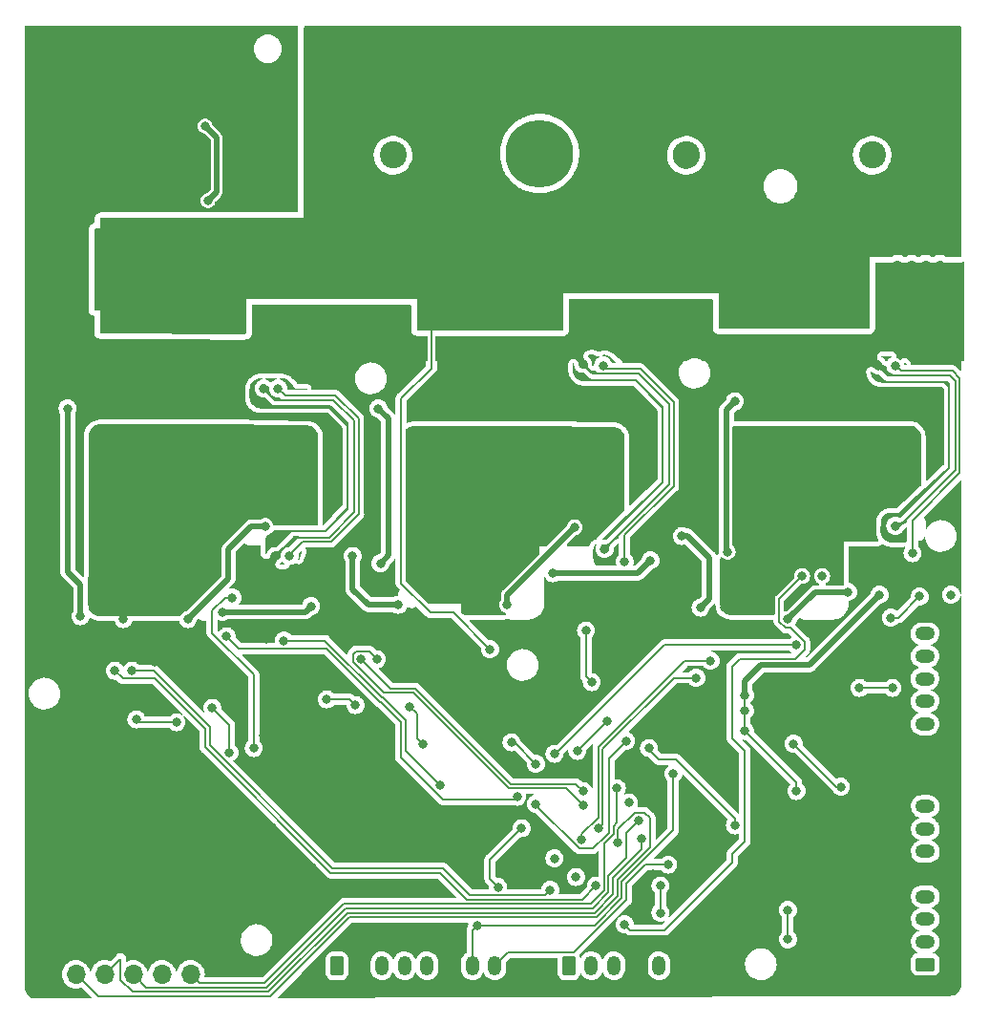
<source format=gbr>
%TF.GenerationSoftware,KiCad,Pcbnew,(6.0.5-0)*%
%TF.CreationDate,2022-05-18T00:34:25-07:00*%
%TF.ProjectId,INV_Board,494e565f-426f-4617-9264-2e6b69636164,rev?*%
%TF.SameCoordinates,Original*%
%TF.FileFunction,Copper,L4,Bot*%
%TF.FilePolarity,Positive*%
%FSLAX46Y46*%
G04 Gerber Fmt 4.6, Leading zero omitted, Abs format (unit mm)*
G04 Created by KiCad (PCBNEW (6.0.5-0)) date 2022-05-18 00:34:25*
%MOMM*%
%LPD*%
G01*
G04 APERTURE LIST*
G04 Aperture macros list*
%AMRoundRect*
0 Rectangle with rounded corners*
0 $1 Rounding radius*
0 $2 $3 $4 $5 $6 $7 $8 $9 X,Y pos of 4 corners*
0 Add a 4 corners polygon primitive as box body*
4,1,4,$2,$3,$4,$5,$6,$7,$8,$9,$2,$3,0*
0 Add four circle primitives for the rounded corners*
1,1,$1+$1,$2,$3*
1,1,$1+$1,$4,$5*
1,1,$1+$1,$6,$7*
1,1,$1+$1,$8,$9*
0 Add four rect primitives between the rounded corners*
20,1,$1+$1,$2,$3,$4,$5,0*
20,1,$1+$1,$4,$5,$6,$7,0*
20,1,$1+$1,$6,$7,$8,$9,0*
20,1,$1+$1,$8,$9,$2,$3,0*%
G04 Aperture macros list end*
%TA.AperFunction,ComponentPad*%
%ADD10RoundRect,0.250000X0.625000X-0.350000X0.625000X0.350000X-0.625000X0.350000X-0.625000X-0.350000X0*%
%TD*%
%TA.AperFunction,ComponentPad*%
%ADD11O,1.750000X1.200000*%
%TD*%
%TA.AperFunction,ComponentPad*%
%ADD12C,0.500000*%
%TD*%
%TA.AperFunction,SMDPad,CuDef*%
%ADD13R,2.500000X1.800000*%
%TD*%
%TA.AperFunction,SMDPad,CuDef*%
%ADD14R,1.900000X2.900000*%
%TD*%
%TA.AperFunction,ComponentPad*%
%ADD15RoundRect,0.250000X-0.350000X-0.625000X0.350000X-0.625000X0.350000X0.625000X-0.350000X0.625000X0*%
%TD*%
%TA.AperFunction,ComponentPad*%
%ADD16O,1.200000X1.750000*%
%TD*%
%TA.AperFunction,ComponentPad*%
%ADD17R,2.400000X2.400000*%
%TD*%
%TA.AperFunction,ComponentPad*%
%ADD18C,2.400000*%
%TD*%
%TA.AperFunction,ComponentPad*%
%ADD19C,6.000000*%
%TD*%
%TA.AperFunction,ComponentPad*%
%ADD20R,1.700000X1.700000*%
%TD*%
%TA.AperFunction,ComponentPad*%
%ADD21O,1.700000X1.700000*%
%TD*%
%TA.AperFunction,ViaPad*%
%ADD22C,0.800000*%
%TD*%
%TA.AperFunction,Conductor*%
%ADD23C,0.200000*%
%TD*%
%TA.AperFunction,Conductor*%
%ADD24C,0.500000*%
%TD*%
G04 APERTURE END LIST*
D10*
%TO.P,J6,1,Pin_1*%
%TO.N,Net-(C11-Pad2)*%
X196215000Y-132715000D03*
D11*
%TO.P,J6,2,Pin_2*%
X196215000Y-130715000D03*
%TO.P,J6,3,Pin_3*%
%TO.N,Net-(C12-Pad2)*%
X196215000Y-128715000D03*
%TO.P,J6,4,Pin_4*%
X196215000Y-126715000D03*
%TO.P,J6,5,Pin_5*%
%TO.N,SGU*%
X196215000Y-124715000D03*
%TO.P,J6,6,Pin_6*%
%TO.N,+3V3*%
X196215000Y-122715000D03*
%TO.P,J6,7,Pin_7*%
%TO.N,+5V*%
X196215000Y-120715000D03*
%TO.P,J6,8,Pin_8*%
%TO.N,+12V*%
X196215000Y-118715000D03*
%TD*%
D12*
%TO.P,U8,9,EP*%
%TO.N,SGU*%
X140335000Y-111710000D03*
X139335000Y-110410000D03*
X140335000Y-110410000D03*
D13*
X140335000Y-111060000D03*
D12*
X141335000Y-110410000D03*
X141335000Y-111710000D03*
X139335000Y-111710000D03*
%TD*%
%TO.P,U3,9,EP*%
%TO.N,SGU*%
X130045000Y-62605000D03*
X130045000Y-61405000D03*
D14*
X130745000Y-61405000D03*
D12*
X130045000Y-60205000D03*
X131445000Y-61405000D03*
X131445000Y-60205000D03*
X131445000Y-62605000D03*
%TD*%
%TO.P,U5,9,EP*%
%TO.N,SGU*%
X123444000Y-115458000D03*
X122444000Y-114158000D03*
X123444000Y-114158000D03*
D13*
X123444000Y-114808000D03*
D12*
X124444000Y-114158000D03*
X124444000Y-115458000D03*
X122444000Y-115458000D03*
%TD*%
D15*
%TO.P,J5,1,Pin_1*%
%TO.N,+5V*%
X144018000Y-132842000D03*
D16*
%TO.P,J5,2,Pin_2*%
%TO.N,SGU*%
X146018000Y-132842000D03*
%TO.P,J5,3,Pin_3*%
%TO.N,+3V3*%
X148018000Y-132842000D03*
%TO.P,J5,4,Pin_4*%
%TO.N,Net-(J5-Pad4)*%
X150018000Y-132842000D03*
%TO.P,J5,5,Pin_5*%
%TO.N,Net-(J5-Pad5)*%
X152018000Y-132842000D03*
%TO.P,J5,6,Pin_6*%
%TO.N,SGU*%
X154018000Y-132842000D03*
%TO.P,J5,7,Pin_7*%
%TO.N,I2CSDA*%
X156018000Y-132842000D03*
%TO.P,J5,8,Pin_8*%
%TO.N,I2CSCL*%
X158018000Y-132842000D03*
%TD*%
D17*
%TO.P,C46,1*%
%TO.N,+VDC*%
X191500000Y-53500000D03*
D18*
%TO.P,C46,2*%
%TO.N,SGU*%
X191500000Y-61000000D03*
%TD*%
D19*
%TO.P,J8,1,Pin_1*%
%TO.N,SGU*%
X162000000Y-60850000D03*
%TO.P,J8,2,Pin_2*%
%TO.N,+VDC*%
X162000000Y-53650000D03*
%TD*%
D20*
%TO.P,J3,1,Pin_1*%
%TO.N,SGU*%
X118364000Y-133604000D03*
D21*
%TO.P,J3,2,Pin_2*%
%TO.N,SWDIO*%
X120904000Y-133604000D03*
%TO.P,J3,3,Pin_3*%
%TO.N,SWCLK*%
X123444000Y-133604000D03*
%TO.P,J3,4,Pin_4*%
%TO.N,SWO*%
X125984000Y-133604000D03*
%TO.P,J3,5,Pin_5*%
%TO.N,unconnected-(J3-Pad5)*%
X128524000Y-133604000D03*
%TO.P,J3,6,Pin_6*%
%TO.N,#RES*%
X131064000Y-133604000D03*
%TD*%
D10*
%TO.P,J4,1,Pin_1*%
%TO.N,SGU*%
X196173000Y-113411000D03*
D11*
%TO.P,J4,2,Pin_2*%
%TO.N,Net-(J4-Pad2)*%
X196173000Y-111411000D03*
%TO.P,J4,3,Pin_3*%
%TO.N,Net-(J4-Pad3)*%
X196173000Y-109411000D03*
%TO.P,J4,4,Pin_4*%
%TO.N,Net-(J4-Pad4)*%
X196173000Y-107411000D03*
%TO.P,J4,5,Pin_5*%
%TO.N,Motor_T*%
X196173000Y-105411000D03*
%TO.P,J4,6,Pin_6*%
%TO.N,+5V*%
X196173000Y-103411000D03*
%TD*%
D17*
%TO.P,C42,1*%
%TO.N,+VDC*%
X149000000Y-53500000D03*
D18*
%TO.P,C42,2*%
%TO.N,SGU*%
X149000000Y-61000000D03*
%TD*%
D17*
%TO.P,C41,1*%
%TO.N,+VDC*%
X175000000Y-53500000D03*
D18*
%TO.P,C41,2*%
%TO.N,SGU*%
X175000000Y-61000000D03*
%TD*%
D15*
%TO.P,J7,1,Pin_1*%
%TO.N,+3V3*%
X164592000Y-132842000D03*
D16*
%TO.P,J7,2,Pin_2*%
%TO.N,Net-(J7-Pad2)*%
X166592000Y-132842000D03*
%TO.P,J7,3,Pin_3*%
%TO.N,Net-(J7-Pad3)*%
X168592000Y-132842000D03*
%TO.P,J7,4,Pin_4*%
%TO.N,SGU*%
X170592000Y-132842000D03*
%TO.P,J7,5,Pin_5*%
%TO.N,+5V*%
X172592000Y-132842000D03*
%TD*%
D22*
%TO.N,+3V3*%
X165354000Y-113792000D03*
X184785000Y-117348000D03*
X180213000Y-112014000D03*
X166624000Y-107696000D03*
X166116000Y-103124000D03*
X163322000Y-123317000D03*
X192151000Y-99949000D03*
X136652000Y-113538000D03*
X180213000Y-108839000D03*
X169926000Y-118364000D03*
X168021000Y-111125000D03*
X134747000Y-100203000D03*
X180214003Y-110238011D03*
%TO.N,Net-(C8-Pad1)*%
X132334000Y-58420000D03*
X132588000Y-65024000D03*
%TO.N,+VDC*%
X152300000Y-74200000D03*
X152300000Y-71800000D03*
X161000000Y-68000000D03*
X152300000Y-69300000D03*
X163500000Y-68000000D03*
X153500000Y-68000000D03*
X156000000Y-68000000D03*
X152300000Y-68000000D03*
X185500000Y-67750000D03*
X190500000Y-73000000D03*
X184250000Y-67750000D03*
X186750000Y-67750000D03*
X162200000Y-68000000D03*
X181750000Y-67750000D03*
X125500000Y-74250000D03*
X179250000Y-71500000D03*
X179250000Y-74000000D03*
X152300000Y-70500000D03*
X152300000Y-73000000D03*
X124300000Y-73000000D03*
X179250000Y-70250000D03*
X179250000Y-69000000D03*
X190500000Y-69000000D03*
X154750000Y-74250000D03*
X157250000Y-74250000D03*
X159750000Y-74250000D03*
X162250000Y-74250000D03*
X155950000Y-74250000D03*
X158450000Y-74250000D03*
X160950000Y-74250000D03*
X153500000Y-74250000D03*
X189250000Y-71500000D03*
X189250000Y-69000000D03*
X189250000Y-70250000D03*
X189250000Y-72750000D03*
X189250000Y-74000000D03*
X131700000Y-71750000D03*
X133000000Y-74250000D03*
X126960000Y-75692000D03*
X158500000Y-68000000D03*
X160950000Y-70500000D03*
X155950000Y-71750000D03*
X134200000Y-70500000D03*
X181750000Y-70250000D03*
X125500000Y-73000000D03*
X180500000Y-67750000D03*
X184324000Y-75692000D03*
X128000000Y-69250000D03*
X129200000Y-68000000D03*
X130500000Y-71750000D03*
X154750000Y-71750000D03*
X190500000Y-70250000D03*
X129200000Y-71750000D03*
X162250000Y-69250000D03*
X179250000Y-67750000D03*
X181824000Y-75692000D03*
X155950000Y-69250000D03*
X183000000Y-70250000D03*
X190500000Y-71750000D03*
X157400000Y-75692000D03*
X158450000Y-73000000D03*
X131700000Y-74250000D03*
X135500000Y-70500000D03*
X125710000Y-75692000D03*
X162250000Y-73000000D03*
X157250000Y-69250000D03*
X181750000Y-69000000D03*
X159750000Y-71750000D03*
X159750000Y-73000000D03*
X131700000Y-73000000D03*
X130500000Y-74250000D03*
X180500000Y-69000000D03*
X159700000Y-68000000D03*
X188000000Y-69000000D03*
X155950000Y-73000000D03*
X134200000Y-73000000D03*
X188000000Y-71500000D03*
X158450000Y-69250000D03*
X133000000Y-70500000D03*
X130710000Y-75692000D03*
X124460000Y-75692000D03*
X154750000Y-69250000D03*
X129460000Y-75692000D03*
X128210000Y-75692000D03*
X181750000Y-71500000D03*
X180574000Y-75692000D03*
X157200000Y-68000000D03*
X133000000Y-69250000D03*
X153500000Y-69250000D03*
X163500000Y-70500000D03*
X129200000Y-70500000D03*
X184250000Y-72750000D03*
X185500000Y-72750000D03*
X130500000Y-70500000D03*
X160950000Y-73000000D03*
X135500000Y-73000000D03*
X186750000Y-70250000D03*
X135500000Y-68000000D03*
X154900000Y-75692000D03*
X188000000Y-70250000D03*
X131700000Y-68000000D03*
X162250000Y-71750000D03*
X135500000Y-74250000D03*
X129200000Y-69250000D03*
X131700000Y-70500000D03*
X179250000Y-72750000D03*
X188000000Y-74000000D03*
X130500000Y-69250000D03*
X183000000Y-74000000D03*
X153500000Y-73000000D03*
X185574000Y-75692000D03*
X186750000Y-74000000D03*
X124300000Y-74250000D03*
X133000000Y-68000000D03*
X157250000Y-70500000D03*
X130500000Y-73000000D03*
X135500000Y-69250000D03*
X183000000Y-72750000D03*
X125500000Y-69300000D03*
X160950000Y-69250000D03*
X129200000Y-73000000D03*
X128000000Y-70500000D03*
X185500000Y-71500000D03*
X179324000Y-75692000D03*
X133000000Y-71750000D03*
X126750000Y-70500000D03*
X183000000Y-71500000D03*
X134200000Y-71750000D03*
X125500000Y-70500000D03*
X184250000Y-74000000D03*
X160950000Y-71750000D03*
X181750000Y-72750000D03*
X183000000Y-69000000D03*
X180500000Y-72750000D03*
X162250000Y-70500000D03*
X124300000Y-68000000D03*
X134200000Y-69250000D03*
X125500000Y-71700000D03*
X133000000Y-73000000D03*
X186750000Y-71500000D03*
X188000000Y-67750000D03*
X184250000Y-69000000D03*
X134200000Y-68000000D03*
X184250000Y-70250000D03*
X126750000Y-71750000D03*
X126750000Y-69250000D03*
X163500000Y-71750000D03*
X124300000Y-71700000D03*
X128000000Y-73000000D03*
X185500000Y-74000000D03*
X155950000Y-70500000D03*
X180500000Y-71500000D03*
X163500000Y-69250000D03*
X157250000Y-71750000D03*
X154750000Y-73000000D03*
X124300000Y-70500000D03*
X159750000Y-69250000D03*
X185500000Y-69000000D03*
X180500000Y-70250000D03*
X156150000Y-75692000D03*
X126750000Y-74250000D03*
X153500000Y-71750000D03*
X186750000Y-69000000D03*
X153500000Y-70500000D03*
X158450000Y-70500000D03*
X130500000Y-68000000D03*
X128000000Y-68000000D03*
X159750000Y-70500000D03*
X188000000Y-72750000D03*
X180500000Y-74000000D03*
X124300000Y-69300000D03*
X157250000Y-73000000D03*
X128000000Y-71750000D03*
X154750000Y-70500000D03*
X129200000Y-74250000D03*
X153650000Y-75692000D03*
X158650000Y-75692000D03*
X184250000Y-71500000D03*
X183000000Y-67750000D03*
X157607000Y-104775000D03*
X186750000Y-72750000D03*
X158450000Y-71750000D03*
X181750000Y-74000000D03*
X126750000Y-68000000D03*
X154700000Y-68000000D03*
X134200000Y-74250000D03*
X128000000Y-74250000D03*
X126750000Y-73000000D03*
X163500000Y-73000000D03*
X185500000Y-70250000D03*
X135500000Y-71750000D03*
X183074000Y-75692000D03*
X131700000Y-69250000D03*
X152400000Y-75692000D03*
X125500000Y-68000000D03*
%TO.N,ISU*%
X195072000Y-96266000D03*
X193548000Y-79629000D03*
%TO.N,Net-(C25-Pad1)*%
X129794000Y-111252000D03*
X126238000Y-110998000D03*
%TO.N,ULin*%
X177165000Y-105791000D03*
X165735000Y-121666000D03*
%TO.N,UHin*%
X175895000Y-107315000D03*
X167224500Y-120668072D03*
%TO.N,Net-(C25-Pad2)*%
X132969000Y-109982000D03*
X134493000Y-113919000D03*
%TO.N,Motor_T*%
X188722000Y-116967000D03*
X184531000Y-113157000D03*
%TO.N,SWU*%
X188750000Y-90750000D03*
X185000000Y-94500000D03*
X182500000Y-94500000D03*
X180000000Y-94500000D03*
X180000000Y-92000000D03*
X188750000Y-85750000D03*
X180000000Y-89500000D03*
X188750000Y-93250000D03*
X187500000Y-94500000D03*
X180000000Y-87000000D03*
X188750000Y-88250000D03*
X185000000Y-93250000D03*
X182500000Y-93250000D03*
X188750000Y-87000000D03*
X188750000Y-89500000D03*
X188750000Y-92000000D03*
X181250000Y-87000000D03*
X181250000Y-89500000D03*
X181250000Y-92000000D03*
X183750000Y-90750000D03*
X183750000Y-88250000D03*
X183750000Y-85750000D03*
X182500000Y-87000000D03*
X182500000Y-89500000D03*
X182500000Y-92000000D03*
X185000000Y-87000000D03*
X185000000Y-89500000D03*
X185000000Y-92000000D03*
X185000000Y-90750000D03*
X185000000Y-88250000D03*
X185000000Y-85750000D03*
X182500000Y-90750000D03*
X183750000Y-92000000D03*
X182500000Y-85750000D03*
X183750000Y-89500000D03*
X183750000Y-87000000D03*
X182500000Y-88250000D03*
X187500000Y-90750000D03*
X187500000Y-88250000D03*
X187500000Y-85750000D03*
X186250000Y-87000000D03*
X186250000Y-89500000D03*
X186250000Y-92000000D03*
X186250000Y-90750000D03*
X187500000Y-92000000D03*
X186250000Y-85750000D03*
X187500000Y-89500000D03*
X187500000Y-87000000D03*
X186250000Y-88250000D03*
X186250000Y-93250000D03*
X180000000Y-90750000D03*
X181250000Y-85750000D03*
X183750000Y-93250000D03*
X180000000Y-93250000D03*
X180467000Y-97282000D03*
X180000000Y-85750000D03*
X181250000Y-90750000D03*
X180000000Y-88250000D03*
X187500000Y-93250000D03*
X181250000Y-93250000D03*
X178435000Y-101092000D03*
X181250000Y-88250000D03*
%TO.N,SWV*%
X161500000Y-90750000D03*
X161500000Y-88250000D03*
X161500000Y-85750000D03*
X160250000Y-87000000D03*
X160250000Y-89500000D03*
X160250000Y-92000000D03*
X160250000Y-90750000D03*
X161500000Y-92000000D03*
X160250000Y-85750000D03*
X161500000Y-89500000D03*
X161500000Y-87000000D03*
X160250000Y-88250000D03*
X154000000Y-90750000D03*
X159000000Y-89500000D03*
X152750000Y-92000000D03*
X152750000Y-90750000D03*
X152750000Y-89500000D03*
X155250000Y-89500000D03*
X155250000Y-90750000D03*
X152750000Y-87000000D03*
X157750000Y-85750000D03*
X159000000Y-90750000D03*
X157750000Y-93250000D03*
X154000000Y-92000000D03*
X157750000Y-88250000D03*
X159000000Y-94500000D03*
X161500000Y-93250000D03*
X154000000Y-89500000D03*
X152750000Y-85750000D03*
X154000000Y-88250000D03*
X160250000Y-93250000D03*
X157750000Y-92000000D03*
X156500000Y-92000000D03*
X156500000Y-93250000D03*
X156500000Y-89500000D03*
X152750000Y-93250000D03*
X159000000Y-87000000D03*
X159000000Y-85750000D03*
X161500000Y-94500000D03*
X155250000Y-85750000D03*
X154000000Y-93250000D03*
X154000000Y-85750000D03*
X155250000Y-88250000D03*
X157750000Y-87000000D03*
X159000000Y-92000000D03*
X155250000Y-93250000D03*
X155250000Y-87000000D03*
X156500000Y-88250000D03*
X154000000Y-94500000D03*
X157750000Y-89500000D03*
X156500000Y-94500000D03*
X154000000Y-87000000D03*
X156500000Y-90750000D03*
X157750000Y-90750000D03*
X159000000Y-93250000D03*
X159000000Y-88250000D03*
X156500000Y-87000000D03*
X152750000Y-88250000D03*
X156500000Y-85750000D03*
X155250000Y-92000000D03*
%TO.N,SWW*%
X132500000Y-94500000D03*
X125000000Y-89500000D03*
X125000000Y-87000000D03*
X133750000Y-88250000D03*
X130000000Y-94500000D03*
X125000000Y-94500000D03*
X125000000Y-92000000D03*
X132500000Y-92000000D03*
X133750000Y-93250000D03*
X131250000Y-92000000D03*
X130000000Y-87000000D03*
X130000000Y-89500000D03*
X130000000Y-92000000D03*
X130000000Y-90750000D03*
X130000000Y-88250000D03*
X130000000Y-85750000D03*
X128750000Y-89500000D03*
X128750000Y-87000000D03*
X127500000Y-88250000D03*
X127500000Y-90750000D03*
X128750000Y-92000000D03*
X127500000Y-85750000D03*
X128750000Y-90750000D03*
X128750000Y-88250000D03*
X128750000Y-85750000D03*
X127500000Y-87000000D03*
X127500000Y-89500000D03*
X127500000Y-92000000D03*
X132500000Y-89500000D03*
X132500000Y-87000000D03*
X131250000Y-88250000D03*
X131250000Y-90750000D03*
X131250000Y-85750000D03*
X132500000Y-90750000D03*
X132500000Y-88250000D03*
X132500000Y-85750000D03*
X131250000Y-87000000D03*
X131250000Y-89500000D03*
X127500000Y-93250000D03*
X133750000Y-85750000D03*
X126250000Y-90750000D03*
X130000000Y-93250000D03*
X126250000Y-87000000D03*
X126250000Y-93250000D03*
X133750000Y-92000000D03*
X126250000Y-85750000D03*
X125000000Y-93250000D03*
X133750000Y-90750000D03*
X126250000Y-89500000D03*
X132500000Y-93250000D03*
X128750000Y-93250000D03*
X133750000Y-89500000D03*
X127500000Y-94500000D03*
X125000000Y-88250000D03*
X125000000Y-90750000D03*
X126250000Y-92000000D03*
X125095000Y-102108000D03*
X131250000Y-93250000D03*
X133750000Y-87000000D03*
X126250000Y-88250000D03*
X125000000Y-85750000D03*
%TO.N,WHin*%
X124333000Y-106680000D03*
X167005000Y-125730000D03*
%TO.N,VHin*%
X146177000Y-105664000D03*
X165862000Y-117348000D03*
%TO.N,WLin*%
X162941000Y-126111000D03*
X125857000Y-106680000D03*
%TO.N,VLin*%
X147574000Y-105664000D03*
X165862000Y-118618000D03*
%TO.N,ISV*%
X169545000Y-97028000D03*
X167640000Y-79629000D03*
%TO.N,ISW*%
X138811000Y-81661000D03*
X139827000Y-96520000D03*
%TO.N,PWMin*%
X172720000Y-128143000D03*
X172720000Y-125730000D03*
%TO.N,PhaseW*%
X160020000Y-117856000D03*
X134239000Y-103632000D03*
%TO.N,SWDIO*%
X168910000Y-121920000D03*
%TO.N,SWCLK*%
X171069000Y-121539000D03*
%TO.N,#RES*%
X168847500Y-117094000D03*
%TO.N,Net-(C37-Pad1)*%
X145669000Y-109728000D03*
X143129000Y-109220000D03*
%TO.N,Net-(C37-Pad2)*%
X150495000Y-109855000D03*
X151638000Y-113157000D03*
%TO.N,Vsense_MCU*%
X159512000Y-113030000D03*
X161671000Y-114935000D03*
%TO.N,I2CSCL*%
X173405122Y-123875122D03*
%TO.N,/op3Vout*%
X153162000Y-116840000D03*
X139319000Y-104013000D03*
%TO.N,+12V*%
X171831000Y-96901000D03*
X145415000Y-96520000D03*
X141732000Y-100965000D03*
X198501000Y-99949000D03*
X163195000Y-98044000D03*
X133858000Y-101473000D03*
X149479000Y-100838000D03*
%TO.N,SWO*%
X170815000Y-119952500D03*
%TO.N,Net-(J4-Pad3)*%
X193294000Y-108204000D03*
X190373000Y-108204000D03*
%TO.N,AnalogIn*%
X160401000Y-120650000D03*
X158307637Y-125857011D03*
%TO.N,BoardTemp*%
X169545000Y-129159000D03*
X165227000Y-124968000D03*
X185293000Y-98298000D03*
%TO.N,/op1Vout*%
X184785000Y-104394000D03*
X163322000Y-114046000D03*
%TO.N,/op2Vout*%
X161671000Y-118491000D03*
X169672000Y-112903000D03*
%TO.N,CAN_EN*%
X171704000Y-113538000D03*
X179324000Y-120396000D03*
%TO.N,SGU*%
X193750000Y-70750000D03*
X171000000Y-74500000D03*
X192500000Y-75500000D03*
X143500000Y-76000000D03*
X195000000Y-78000000D03*
X195000000Y-75500000D03*
X192500000Y-78000000D03*
X196250000Y-70750000D03*
X197500000Y-78000000D03*
X120250000Y-79500000D03*
X121500000Y-77000000D03*
X119000000Y-79500000D03*
X121500000Y-79500000D03*
X120250000Y-78250000D03*
X119000000Y-78250000D03*
X121500000Y-78250000D03*
X144750000Y-74750000D03*
X146000000Y-77250000D03*
X148443000Y-77978000D03*
X144750000Y-77250000D03*
X147193000Y-77978000D03*
X148443000Y-76728000D03*
X195000000Y-74500000D03*
X197500000Y-74500000D03*
X146000000Y-76000000D03*
X144750000Y-76000000D03*
X196250000Y-74500000D03*
X147193000Y-76728000D03*
X193750000Y-74500000D03*
X125222000Y-123444000D03*
X197500000Y-73250000D03*
X144018000Y-111379000D03*
X196250000Y-78000000D03*
X126619000Y-113538000D03*
X143500000Y-78500000D03*
X167894000Y-102743000D03*
X144018000Y-120142000D03*
X134874000Y-117475000D03*
X168500000Y-78000000D03*
X197500000Y-75500000D03*
X142494000Y-120142000D03*
X188087000Y-105918000D03*
X167250000Y-76750000D03*
X166000000Y-78000000D03*
X127762000Y-113411000D03*
X126365000Y-122682000D03*
X134620000Y-109982000D03*
X185928000Y-119253000D03*
X117475000Y-111506000D03*
X118618000Y-68072000D03*
X191008000Y-104521000D03*
X128397000Y-112522000D03*
X141000000Y-78500000D03*
X176000000Y-76750000D03*
X117475000Y-119761000D03*
X193750000Y-73250000D03*
X161671000Y-111887000D03*
X139750000Y-78500000D03*
X138557000Y-96520000D03*
X175641000Y-112014000D03*
X117348000Y-129413000D03*
X144526000Y-118999000D03*
X138500000Y-78500000D03*
X117348000Y-131191000D03*
X118872000Y-118237000D03*
X174750000Y-75500000D03*
X161671000Y-109601000D03*
X197500000Y-76750000D03*
X191897000Y-105918000D03*
X189357000Y-104521000D03*
X117475000Y-115824000D03*
X162306000Y-122174000D03*
X195000000Y-70750000D03*
X190373000Y-127127000D03*
X160401000Y-124333000D03*
X129413000Y-105029000D03*
X191008000Y-133096000D03*
X125984000Y-127000000D03*
X187960000Y-112141000D03*
X198374000Y-98425000D03*
X122682000Y-120777000D03*
X117475000Y-117729000D03*
X184150000Y-119126000D03*
X195000000Y-76750000D03*
X177673000Y-107061000D03*
X118364000Y-71882000D03*
X121666000Y-131064000D03*
X117475000Y-121666000D03*
X135509000Y-112268000D03*
X137795000Y-110236000D03*
X177546000Y-114300000D03*
X169750000Y-76750000D03*
X171069000Y-99314000D03*
X123444000Y-131064000D03*
X167767000Y-95885000D03*
X176022000Y-113284000D03*
X120396000Y-76962000D03*
X161925000Y-113284000D03*
X161671000Y-110744000D03*
X125095000Y-131064000D03*
X168402000Y-101473000D03*
X193548000Y-93853000D03*
X187071000Y-133096000D03*
X163322000Y-107950000D03*
X127889000Y-105918000D03*
X118364000Y-69342000D03*
X121158000Y-114173000D03*
X140716000Y-124079000D03*
X188849000Y-125476000D03*
X187071000Y-98298000D03*
X147828000Y-110871000D03*
X123952000Y-122174000D03*
X193040000Y-114554000D03*
X141859000Y-115443000D03*
X173500000Y-75500000D03*
X196250000Y-75500000D03*
X168500000Y-75500000D03*
X137795000Y-102870000D03*
X143500000Y-77250000D03*
X192024000Y-79629000D03*
X180467000Y-126492000D03*
X192659000Y-104521000D03*
X171069000Y-101473000D03*
X172250000Y-74500000D03*
X121158000Y-115443000D03*
X117475000Y-113665000D03*
X171069000Y-102743000D03*
X142250000Y-77250000D03*
X147828000Y-102235000D03*
X198374000Y-97282000D03*
X145288000Y-110998000D03*
X172250000Y-76750000D03*
X173863000Y-109093000D03*
X139750000Y-76000000D03*
X125984000Y-125857000D03*
X138176000Y-124206000D03*
X149606000Y-106172000D03*
X125984000Y-124587000D03*
X197104000Y-97282000D03*
X139750000Y-74750000D03*
X126873000Y-131064000D03*
X137795000Y-103886000D03*
X134874000Y-118618000D03*
X118364000Y-74422000D03*
X152654000Y-106172000D03*
X171000000Y-76750000D03*
X142494000Y-121285000D03*
X175641000Y-130810000D03*
X178181000Y-108458000D03*
X167250000Y-75500000D03*
X164592000Y-107950000D03*
X175641000Y-132207000D03*
X169164000Y-106553000D03*
X122809000Y-125857000D03*
X140081000Y-118999000D03*
X190119000Y-105918000D03*
X181991000Y-119126000D03*
X197500000Y-70750000D03*
X127254000Y-124587000D03*
X143256000Y-118999000D03*
X193750000Y-72000000D03*
X138430000Y-122047000D03*
X168500000Y-74500000D03*
X138303000Y-120523000D03*
X118999000Y-116840000D03*
X182753000Y-122809000D03*
X196250000Y-73250000D03*
X195000000Y-73250000D03*
X118364000Y-70612000D03*
X124460000Y-119761000D03*
X178816000Y-114300000D03*
X140716000Y-115443000D03*
X142748000Y-110363000D03*
X154305000Y-122428000D03*
X126111000Y-114554000D03*
X172250000Y-78000000D03*
X195000000Y-72000000D03*
X123952000Y-125857000D03*
X192151000Y-127127000D03*
X127127000Y-112522000D03*
X139827000Y-117475000D03*
X123698000Y-118999000D03*
X169750000Y-78000000D03*
X193750000Y-78000000D03*
X174750000Y-76750000D03*
X142240000Y-117983000D03*
X122682000Y-123444000D03*
X119888000Y-117475000D03*
X190500000Y-110998000D03*
X192659000Y-133096000D03*
X171069000Y-100330000D03*
X168500000Y-76750000D03*
X169750000Y-74500000D03*
X172212000Y-103378000D03*
X123825000Y-124587000D03*
X187960000Y-110998000D03*
X143500000Y-74750000D03*
X141478000Y-118999000D03*
X166000000Y-76750000D03*
X180086000Y-123317000D03*
X167132000Y-101600000D03*
X139065000Y-102870000D03*
X142250000Y-78500000D03*
X193040000Y-113538000D03*
X123825000Y-127127000D03*
X127254000Y-114554000D03*
X125222000Y-122174000D03*
X191008000Y-131572000D03*
X172250000Y-75500000D03*
X179451000Y-128397000D03*
X139750000Y-77250000D03*
X118364000Y-73152000D03*
X159258000Y-124206000D03*
X124841000Y-125095000D03*
X184912000Y-133096000D03*
X175641000Y-110617000D03*
X141000000Y-77250000D03*
X166000000Y-75500000D03*
X141000000Y-76000000D03*
X151384000Y-102235000D03*
X190373000Y-125476000D03*
X142748000Y-111633000D03*
X125095000Y-120904000D03*
X141000000Y-74750000D03*
X176911000Y-108458000D03*
X126111000Y-115697000D03*
X128778000Y-131064000D03*
X188976000Y-133096000D03*
X171000000Y-75500000D03*
X144018000Y-110236000D03*
X137541000Y-112395000D03*
X143891000Y-122682000D03*
X119888000Y-68072000D03*
X120015000Y-116332000D03*
X169750000Y-75500000D03*
X192500000Y-76750000D03*
X168021000Y-106553000D03*
X122682000Y-122174000D03*
X129159000Y-106553000D03*
X167250000Y-78000000D03*
X171069000Y-125603000D03*
X117475000Y-123444000D03*
X174752000Y-108331000D03*
X175006000Y-118237000D03*
X192659000Y-131572000D03*
X165862000Y-79502000D03*
X142240000Y-116586000D03*
X197104000Y-98425000D03*
X138500000Y-76000000D03*
X119634000Y-75692000D03*
X175641000Y-109347000D03*
X190500000Y-112141000D03*
X151765000Y-125857000D03*
X193750000Y-75500000D03*
X146558000Y-102235000D03*
X149225000Y-102235000D03*
X138500000Y-77250000D03*
X197500000Y-72000000D03*
X151130000Y-106172000D03*
X173500000Y-74500000D03*
X137541000Y-81661000D03*
X172085000Y-124714000D03*
X173500000Y-76750000D03*
X146939000Y-110109000D03*
X192151000Y-125476000D03*
X142250000Y-74750000D03*
X196250000Y-72000000D03*
X142250000Y-76000000D03*
X117348000Y-127508000D03*
X193750000Y-76750000D03*
X137795000Y-111252000D03*
X119126000Y-76962000D03*
X176022000Y-114427000D03*
X123952000Y-123444000D03*
X141859000Y-124079000D03*
X196250000Y-76750000D03*
X171000000Y-78000000D03*
X167250000Y-74500000D03*
X135382000Y-110871000D03*
%TO.N,/UGH*%
X179324000Y-82804000D03*
X178689000Y-96139000D03*
%TO.N,/UGL*%
X184023000Y-102108000D03*
X189357000Y-99695000D03*
%TO.N,/VGH*%
X147701000Y-83439000D03*
X147890000Y-97155000D03*
%TO.N,/VGL*%
X159131000Y-100838000D03*
X165100000Y-93980000D03*
%TO.N,/WGL*%
X137668000Y-93853000D03*
X130810000Y-102108000D03*
%TO.N,Net-(R19-Pad2)*%
X195707000Y-100115500D03*
X193167000Y-101981000D03*
%TO.N,Net-(R45-Pad1)*%
X120142000Y-83439000D03*
X121285000Y-101854000D03*
%TO.N,Net-(R48-Pad1)*%
X174625000Y-94745980D03*
X176276000Y-101092000D03*
%TO.N,Net-(C12-Pad2)*%
X184023000Y-127889000D03*
X184023000Y-130493500D03*
%TO.N,I2CSDA*%
X173863000Y-115824000D03*
X156464000Y-129286000D03*
%TD*%
D23*
%TO.N,+3V3*%
X166116000Y-107188000D02*
X166116000Y-103124000D01*
X180213000Y-110239014D02*
X180213000Y-112014000D01*
X132969000Y-101346000D02*
X132969000Y-103351259D01*
X184785000Y-116586000D02*
X180213000Y-112014000D01*
D24*
X180213000Y-107569000D02*
X180213000Y-108839000D01*
D23*
X180214003Y-110238011D02*
X180214003Y-108840003D01*
X184785000Y-117348000D02*
X184785000Y-116586000D01*
X165354000Y-113792000D02*
X168021000Y-111125000D01*
X166624000Y-107696000D02*
X166116000Y-107188000D01*
D24*
X181610000Y-106172000D02*
X180213000Y-107569000D01*
D23*
X134747000Y-100203000D02*
X134112000Y-100203000D01*
X132969000Y-103351259D02*
X136652000Y-107034259D01*
D24*
X192151000Y-99949000D02*
X185928000Y-106172000D01*
X185928000Y-106172000D02*
X181610000Y-106172000D01*
D23*
X180214003Y-110238011D02*
X180213000Y-110239014D01*
X180214003Y-108840003D02*
X180213000Y-108839000D01*
X136652000Y-107034259D02*
X136652000Y-113538000D01*
X134112000Y-100203000D02*
X132969000Y-101346000D01*
D24*
%TO.N,Net-(C8-Pad1)*%
X132334000Y-58420000D02*
X133350000Y-59436000D01*
X133350000Y-59436000D02*
X133350000Y-64262000D01*
X133350000Y-64262000D02*
X132588000Y-65024000D01*
D23*
%TO.N,+VDC*%
X149733000Y-82550000D02*
X152400000Y-79883000D01*
X154369511Y-101537511D02*
X152337511Y-101537511D01*
X152337511Y-101537511D02*
X149733000Y-98933000D01*
X149733000Y-98933000D02*
X149733000Y-82550000D01*
X157607000Y-104775000D02*
X154369511Y-101537511D01*
X152400000Y-79883000D02*
X152400000Y-75692000D01*
%TO.N,ISU*%
X198609480Y-80118480D02*
X199263000Y-80772000D01*
X194037480Y-80118480D02*
X198609480Y-80118480D01*
X199263000Y-80772000D02*
X199263000Y-89154000D01*
X195072000Y-93345000D02*
X195072000Y-96266000D01*
X199263000Y-89154000D02*
X195072000Y-93345000D01*
X193548000Y-79629000D02*
X194037480Y-80118480D01*
%TO.N,Net-(C25-Pad1)*%
X126238000Y-110998000D02*
X126492000Y-111252000D01*
X126492000Y-111252000D02*
X129794000Y-111252000D01*
%TO.N,ULin*%
X167196511Y-113473489D02*
X167196511Y-119696489D01*
X165735000Y-121158000D02*
X165735000Y-121666000D01*
X174879000Y-105791000D02*
X167196511Y-113473489D01*
X177165000Y-105791000D02*
X174879000Y-105791000D01*
X167196511Y-119696489D02*
X165735000Y-121158000D01*
%TO.N,UHin*%
X173920006Y-107315000D02*
X167596031Y-113638975D01*
X167596031Y-120296541D02*
X167224500Y-120668072D01*
X175895000Y-107315000D02*
X173920006Y-107315000D01*
X167596031Y-113638975D02*
X167596031Y-120296541D01*
%TO.N,Net-(C25-Pad2)*%
X132969000Y-109982000D02*
X134493000Y-111506000D01*
X134493000Y-111506000D02*
X134493000Y-113919000D01*
%TO.N,Motor_T*%
X188341000Y-116967000D02*
X188722000Y-116967000D01*
X184531000Y-113157000D02*
X188341000Y-116967000D01*
%TO.N,SWU*%
X180467000Y-97282000D02*
X178435000Y-99314000D01*
X178435000Y-99314000D02*
X178435000Y-101092000D01*
D24*
%TO.N,SWW*%
X125095000Y-102108000D02*
X125095000Y-100965000D01*
D23*
%TO.N,WHin*%
X153180520Y-124605520D02*
X143471514Y-124605520D01*
X155531030Y-126956030D02*
X153180520Y-124605520D01*
X132334000Y-113468006D02*
X132334000Y-111817006D01*
X125032511Y-107379511D02*
X124333000Y-106680000D01*
X165778970Y-126956030D02*
X155531030Y-126956030D01*
X127896505Y-107379511D02*
X125032511Y-107379511D01*
X167005000Y-125730000D02*
X165778970Y-126956030D01*
X143471514Y-124605520D02*
X132334000Y-113468006D01*
X132334000Y-111817006D02*
X127896505Y-107379511D01*
%TO.N,VHin*%
X165227000Y-116713000D02*
X159442006Y-116713000D01*
X150995496Y-108266490D02*
X148779489Y-108266489D01*
X165862000Y-117348000D02*
X165227000Y-116713000D01*
X148779489Y-108266489D02*
X146177000Y-105664000D01*
X159442006Y-116713000D02*
X150995496Y-108266490D01*
%TO.N,WLin*%
X143637000Y-124206000D02*
X132733520Y-113302520D01*
X162495489Y-126556511D02*
X155766511Y-126556511D01*
X162941000Y-126111000D02*
X162495489Y-126556511D01*
X153416000Y-124206000D02*
X143637000Y-124206000D01*
X155766511Y-126556511D02*
X153416000Y-124206000D01*
X127762000Y-106680000D02*
X125857000Y-106680000D01*
X132733520Y-113302520D02*
X132733520Y-111651520D01*
X132733520Y-111651520D02*
X127762000Y-106680000D01*
%TO.N,VLin*%
X146874489Y-104964489D02*
X147574000Y-105664000D01*
X145477489Y-105220511D02*
X145733511Y-104964489D01*
X145477489Y-105953748D02*
X145477489Y-105220511D01*
X159276520Y-117112520D02*
X150830009Y-108666009D01*
X145733511Y-104964489D02*
X146874489Y-104964489D01*
X148189750Y-108666009D02*
X145477489Y-105953748D01*
X164356520Y-117112520D02*
X159276520Y-117112520D01*
X150830009Y-108666009D02*
X148189750Y-108666009D01*
X165862000Y-118618000D02*
X164356520Y-117112520D01*
%TO.N,ISV*%
X167640000Y-79629000D02*
X167939991Y-79928991D01*
X169545000Y-94672006D02*
X169545000Y-97028000D01*
X173881519Y-82892513D02*
X173881519Y-90335487D01*
X173881519Y-90335487D02*
X169545000Y-94672006D01*
X167939991Y-79928991D02*
X170917998Y-79928992D01*
X170917998Y-79928992D02*
X173881519Y-82892513D01*
%TO.N,ISW*%
X143491480Y-95268520D02*
X140951480Y-95268520D01*
X145941519Y-92818481D02*
X143491480Y-95268520D01*
X145941519Y-84346519D02*
X145941519Y-92818481D01*
X139427480Y-82277480D02*
X143872480Y-82277480D01*
X139827000Y-96393000D02*
X139827000Y-96520000D01*
X138811000Y-81661000D02*
X139427480Y-82277480D01*
X140951480Y-95268520D02*
X139827000Y-96393000D01*
X143872480Y-82277480D02*
X145941519Y-84346519D01*
%TO.N,PWMin*%
X172720000Y-125730000D02*
X172720000Y-128143000D01*
%TO.N,PhaseW*%
X149695960Y-114363219D02*
X149695960Y-111271966D01*
X159766000Y-118110000D02*
X153442741Y-118110000D01*
X160020000Y-117856000D02*
X159766000Y-118110000D01*
X143106240Y-104712511D02*
X135319511Y-104712511D01*
X147858776Y-109465047D02*
X143106240Y-104712511D01*
X135319511Y-104712511D02*
X134239000Y-103632000D01*
X147889041Y-109465047D02*
X147858776Y-109465047D01*
X153442741Y-118110000D02*
X149695960Y-114363219D01*
X149695960Y-111271966D02*
X147889041Y-109465047D01*
%TO.N,SWDIO*%
X167018908Y-128554109D02*
X145130891Y-128554109D01*
X168947039Y-120739961D02*
X170434000Y-119253000D01*
X168947039Y-121361973D02*
X168947039Y-120739961D01*
X122852551Y-135552551D02*
X120904000Y-133604000D01*
X168903068Y-126669949D02*
X167018908Y-128554109D01*
X168910000Y-121920000D02*
X168910000Y-121399012D01*
X145130891Y-128554109D02*
X138132449Y-135552551D01*
X171768511Y-119698511D02*
X171768511Y-122350501D01*
X138132449Y-135552551D02*
X122852551Y-135552551D01*
X171323000Y-119253000D02*
X171768511Y-119698511D01*
X168903070Y-125215942D02*
X168903068Y-126669949D01*
X171768511Y-122350501D02*
X168903070Y-125215942D01*
X170434000Y-119253000D02*
X171323000Y-119253000D01*
X168910000Y-121399012D02*
X168947039Y-121361973D01*
%TO.N,SWCLK*%
X171069000Y-122485006D02*
X168503550Y-125050456D01*
X168503550Y-125050456D02*
X168503549Y-126504462D01*
X137966963Y-135153031D02*
X125907376Y-135153031D01*
X124834489Y-134080144D02*
X124834489Y-132213511D01*
X124834489Y-132213511D02*
X123444000Y-133604000D01*
X171069000Y-121539000D02*
X171069000Y-122485006D01*
X144965405Y-128154589D02*
X137966963Y-135153031D01*
X168503549Y-126504462D02*
X166853422Y-128154589D01*
X166853422Y-128154589D02*
X144965405Y-128154589D01*
X125907376Y-135153031D02*
X124834489Y-134080144D01*
%TO.N,#RES*%
X168847500Y-117094000D02*
X168847500Y-120177759D01*
X167704510Y-126173489D02*
X166522450Y-127355549D01*
X167704510Y-124719484D02*
X167704511Y-125050457D01*
X131813991Y-134353991D02*
X131064000Y-133604000D01*
X167767000Y-124656994D02*
X167704510Y-124719484D01*
X144634431Y-127355551D02*
X137635991Y-134353991D01*
X168547520Y-120477739D02*
X168547519Y-121196487D01*
X167767000Y-121977006D02*
X167767000Y-124656994D01*
X168547519Y-121196487D02*
X167767000Y-121977006D01*
X168847500Y-120177759D02*
X168547520Y-120477739D01*
X167704511Y-125050457D02*
X167704510Y-126173489D01*
X166522450Y-127355549D02*
X144634431Y-127355551D01*
X137635991Y-134353991D02*
X131813991Y-134353991D01*
%TO.N,Net-(C37-Pad1)*%
X145161000Y-109220000D02*
X143129000Y-109220000D01*
X145669000Y-109728000D02*
X145161000Y-109220000D01*
%TO.N,Net-(C37-Pad2)*%
X151130000Y-110490000D02*
X151130000Y-112649000D01*
X150495000Y-109855000D02*
X151130000Y-110490000D01*
X151130000Y-112649000D02*
X151638000Y-113157000D01*
%TO.N,Vsense_MCU*%
X159766000Y-113030000D02*
X161671000Y-114935000D01*
X159512000Y-113030000D02*
X159766000Y-113030000D01*
%TO.N,I2CSCL*%
X173405122Y-123875122D02*
X171373902Y-123875122D01*
X169702110Y-125546914D02*
X169702109Y-127000920D01*
X169702109Y-127000920D02*
X165035549Y-131667480D01*
X159192520Y-131667480D02*
X158018000Y-132842000D01*
X165035549Y-131667480D02*
X159192520Y-131667480D01*
X171373902Y-123875122D02*
X169702110Y-125546914D01*
%TO.N,/op3Vout*%
X150095480Y-111106480D02*
X148054529Y-109065529D01*
X148024263Y-109065528D02*
X142971735Y-104013000D01*
X153162000Y-116840000D02*
X150095480Y-113773480D01*
X148054529Y-109065529D02*
X148024263Y-109065528D01*
X150095480Y-113773480D02*
X150095480Y-111106480D01*
X142971735Y-104013000D02*
X139319000Y-104013000D01*
D24*
%TO.N,+12V*%
X141224000Y-101473000D02*
X141732000Y-100965000D01*
X149479000Y-100838000D02*
X146812000Y-100838000D01*
X133858000Y-101473000D02*
X141224000Y-101473000D01*
X163195000Y-98044000D02*
X170688000Y-98044000D01*
X145415000Y-99441000D02*
X145415000Y-96520000D01*
X146812000Y-100838000D02*
X145415000Y-99441000D01*
X170688000Y-98044000D02*
X171831000Y-96901000D01*
D23*
%TO.N,SWO*%
X169692480Y-121075020D02*
X169692480Y-123296520D01*
X127133511Y-134753511D02*
X125984000Y-133604000D01*
X169692480Y-123296520D02*
X168104030Y-124884970D01*
X168104030Y-126338975D02*
X166687935Y-127755070D01*
X137801477Y-134753511D02*
X127133511Y-134753511D01*
X144799918Y-127755070D02*
X137801477Y-134753511D01*
X168104030Y-124884970D02*
X168104030Y-126338975D01*
X166687935Y-127755070D02*
X144799918Y-127755070D01*
X170815000Y-119952500D02*
X169692480Y-121075020D01*
%TO.N,Net-(J4-Pad3)*%
X190373000Y-108204000D02*
X193294000Y-108204000D01*
%TO.N,AnalogIn*%
X158307637Y-125857011D02*
X157607000Y-125156374D01*
X157607000Y-125156374D02*
X157607000Y-123444000D01*
X157607000Y-123444000D02*
X160401000Y-120650000D01*
%TO.N,BoardTemp*%
X184699520Y-105622480D02*
X185484511Y-104837489D01*
X169545000Y-129159000D02*
X170053000Y-129667000D01*
X179070000Y-122936000D02*
X180213000Y-121793000D01*
X183261000Y-100330000D02*
X185293000Y-98298000D01*
X185484511Y-104104252D02*
X184250259Y-102870000D01*
X173101000Y-129667000D02*
X179070000Y-123698000D01*
X179070000Y-106317520D02*
X179765040Y-105622480D01*
X179765040Y-105622480D02*
X184699520Y-105622480D01*
X185484511Y-104837489D02*
X185484511Y-104104252D01*
X183795741Y-102870000D02*
X183261000Y-102335259D01*
X180213000Y-121793000D02*
X180213000Y-113792000D01*
X184250259Y-102870000D02*
X183795741Y-102870000D01*
X179070000Y-112649000D02*
X179070000Y-106317520D01*
X170053000Y-129667000D02*
X173101000Y-129667000D01*
X180213000Y-113792000D02*
X179070000Y-112649000D01*
X183261000Y-102335259D02*
X183261000Y-100330000D01*
X179070000Y-123698000D02*
X179070000Y-122936000D01*
%TO.N,/op1Vout*%
X163322000Y-114046000D02*
X163449000Y-114046000D01*
X163449000Y-114046000D02*
X173101000Y-104394000D01*
X173101000Y-104394000D02*
X184785000Y-104394000D01*
%TO.N,/op2Vout*%
X167894000Y-121285000D02*
X168148000Y-121031000D01*
X168148000Y-114427000D02*
X169672000Y-112903000D01*
X165507741Y-122428000D02*
X166751000Y-122428000D01*
X168148000Y-118618000D02*
X168148000Y-114427000D01*
X161671000Y-118591259D02*
X165507741Y-122428000D01*
X168148000Y-121031000D02*
X168148000Y-118618000D01*
X161671000Y-118491000D02*
X161671000Y-118591259D01*
X166751000Y-122428000D02*
X167894000Y-121285000D01*
%TO.N,CAN_EN*%
X174117000Y-114554000D02*
X172593000Y-114554000D01*
X171704000Y-113665000D02*
X171704000Y-113538000D01*
X179324000Y-119761000D02*
X174117000Y-114554000D01*
X179324000Y-120396000D02*
X179324000Y-119761000D01*
X172593000Y-114554000D02*
X171704000Y-113665000D01*
%TO.N,SGU*%
X166688511Y-80328511D02*
X170752511Y-80328511D01*
X173482000Y-90170000D02*
X167767000Y-95885000D01*
X145542000Y-84512006D02*
X145542000Y-92652994D01*
X198863480Y-88918520D02*
X198863480Y-81007480D01*
X193967487Y-93814513D02*
X198863480Y-88918520D01*
X198863480Y-81007480D02*
X198374000Y-80518000D01*
X140208000Y-94869000D02*
X138557000Y-96520000D01*
X192913000Y-80518000D02*
X192024000Y-79629000D01*
X173482000Y-83058000D02*
X173482000Y-90170000D01*
X193586487Y-93814513D02*
X193967487Y-93814513D01*
X143706994Y-82677000D02*
X145542000Y-84512006D01*
X165862000Y-79502000D02*
X166688511Y-80328511D01*
X198374000Y-80518000D02*
X192913000Y-80518000D01*
X170752511Y-80328511D02*
X173482000Y-83058000D01*
X137541000Y-81661000D02*
X138557000Y-82677000D01*
X143325994Y-94869000D02*
X140208000Y-94869000D01*
X138557000Y-82677000D02*
X143706994Y-82677000D01*
X145542000Y-92652994D02*
X143325994Y-94869000D01*
X193548000Y-93853000D02*
X193586487Y-93814513D01*
D24*
%TO.N,/UGH*%
X178562000Y-83566000D02*
X179324000Y-82804000D01*
X178562000Y-96012000D02*
X178562000Y-83566000D01*
X178689000Y-96139000D02*
X178562000Y-96012000D01*
%TO.N,/UGL*%
X184023000Y-102108000D02*
X186436000Y-99695000D01*
X186436000Y-99695000D02*
X189357000Y-99695000D01*
%TO.N,/VGH*%
X148590000Y-84328000D02*
X148590000Y-96455000D01*
X148590000Y-96455000D02*
X147890000Y-97155000D01*
X147701000Y-83439000D02*
X148590000Y-84328000D01*
%TO.N,/VGL*%
X159131000Y-99949000D02*
X165100000Y-93980000D01*
X159131000Y-100838000D02*
X159131000Y-99949000D01*
%TO.N,/WGL*%
X137668000Y-93853000D02*
X136398000Y-93853000D01*
X134366000Y-95885000D02*
X134366000Y-98552000D01*
X134366000Y-98552000D02*
X130810000Y-102108000D01*
X136398000Y-93853000D02*
X134366000Y-95885000D01*
D23*
%TO.N,Net-(R19-Pad2)*%
X193167000Y-101981000D02*
X193841500Y-101981000D01*
X193841500Y-101981000D02*
X195707000Y-100115500D01*
D24*
%TO.N,Net-(R45-Pad1)*%
X121285000Y-99060000D02*
X120142000Y-97917000D01*
X120142000Y-97917000D02*
X120142000Y-83439000D01*
X121285000Y-101854000D02*
X121285000Y-99060000D01*
%TO.N,Net-(R48-Pad1)*%
X177038000Y-96647000D02*
X177038000Y-100330000D01*
X174625000Y-94745980D02*
X175136980Y-94745980D01*
X177038000Y-100330000D02*
X176276000Y-101092000D01*
X175136980Y-94745980D02*
X177038000Y-96647000D01*
D23*
%TO.N,Net-(C12-Pad2)*%
X184023000Y-130493500D02*
X184023000Y-127889000D01*
%TO.N,I2CSDA*%
X156464000Y-129286000D02*
X166852023Y-129286000D01*
X156018000Y-129732000D02*
X156018000Y-132842000D01*
X169302590Y-125381428D02*
X173863000Y-120821018D01*
X169302590Y-126835433D02*
X169302590Y-125381428D01*
X156464000Y-129286000D02*
X156018000Y-129732000D01*
X173863000Y-120821018D02*
X173863000Y-115824000D01*
X166852023Y-129286000D02*
X169302590Y-126835433D01*
%TD*%
%TA.AperFunction,NonConductor*%
G36*
X192472202Y-78803930D02*
G01*
X192483130Y-78805388D01*
X192485856Y-78805140D01*
X192485857Y-78805140D01*
X192501657Y-78803702D01*
X192506098Y-78803500D01*
X193192791Y-78803500D01*
X193227439Y-78817852D01*
X193241791Y-78852500D01*
X193227439Y-78887148D01*
X193210043Y-78897977D01*
X193210079Y-78898054D01*
X193209422Y-78898363D01*
X193208582Y-78898886D01*
X193205007Y-78900103D01*
X193202672Y-78901539D01*
X193202673Y-78901539D01*
X193054377Y-78992771D01*
X193054375Y-78992773D01*
X193052045Y-78994206D01*
X193050089Y-78996121D01*
X193050087Y-78996123D01*
X192925690Y-79117941D01*
X192925688Y-79117944D01*
X192923732Y-79119859D01*
X192922249Y-79122159D01*
X192922249Y-79122160D01*
X192826498Y-79270736D01*
X192795665Y-79292085D01*
X192758766Y-79285380D01*
X192743756Y-79270158D01*
X192656769Y-79130950D01*
X192656768Y-79130949D01*
X192655316Y-79128625D01*
X192644707Y-79117941D01*
X192530703Y-79003140D01*
X192528770Y-79001193D01*
X192377136Y-78904963D01*
X192374558Y-78904045D01*
X192374556Y-78904044D01*
X192359438Y-78898661D01*
X192331612Y-78873518D01*
X192329714Y-78836063D01*
X192354857Y-78808237D01*
X192375875Y-78803500D01*
X192465722Y-78803500D01*
X192472202Y-78803930D01*
G37*
%TD.AperFunction*%
%TA.AperFunction,NonConductor*%
G36*
X194397280Y-79379194D02*
G01*
X194413778Y-79392159D01*
X194536959Y-79541736D01*
X194548395Y-79568305D01*
X194534522Y-79603148D01*
X194499400Y-79617980D01*
X194396140Y-79617980D01*
X194361492Y-79603628D01*
X194347445Y-79574442D01*
X194333851Y-79453246D01*
X194333851Y-79453245D01*
X194333546Y-79450528D01*
X194329678Y-79439421D01*
X194331838Y-79401982D01*
X194359839Y-79377034D01*
X194397280Y-79379194D01*
G37*
%TD.AperFunction*%
%TA.AperFunction,NonConductor*%
G36*
X191447650Y-80185301D02*
G01*
X191452782Y-80189916D01*
X191510514Y-80249699D01*
X191660789Y-80348036D01*
X191829116Y-80410636D01*
X191831825Y-80410997D01*
X191831827Y-80410998D01*
X191901397Y-80420280D01*
X192007130Y-80434388D01*
X192009856Y-80434140D01*
X192009857Y-80434140D01*
X192042871Y-80431135D01*
X192089170Y-80426922D01*
X192124975Y-80438074D01*
X192128258Y-80441072D01*
X192515548Y-80828361D01*
X192522341Y-80836862D01*
X192527930Y-80845720D01*
X192530546Y-80848030D01*
X192569390Y-80882336D01*
X192571602Y-80884415D01*
X192584507Y-80897320D01*
X192593454Y-80904025D01*
X192595155Y-80905300D01*
X192598205Y-80907784D01*
X192635388Y-80940623D01*
X192649308Y-80947158D01*
X192657870Y-80952303D01*
X192670176Y-80961526D01*
X192673442Y-80962750D01*
X192673445Y-80962752D01*
X192716629Y-80978941D01*
X192720252Y-80980468D01*
X192762004Y-81000070D01*
X192765163Y-81001553D01*
X192774318Y-81002978D01*
X192780358Y-81003919D01*
X192790018Y-81006454D01*
X192801148Y-81010626D01*
X192801152Y-81010627D01*
X192804420Y-81011852D01*
X192807897Y-81012110D01*
X192807900Y-81012111D01*
X192853897Y-81015529D01*
X192857802Y-81015977D01*
X192874009Y-81018500D01*
X192892071Y-81018500D01*
X192895702Y-81018635D01*
X192943905Y-81022217D01*
X192943906Y-81022217D01*
X192947392Y-81022476D01*
X192960958Y-81019580D01*
X192971188Y-81018500D01*
X198146390Y-81018500D01*
X198181038Y-81032852D01*
X198348628Y-81200442D01*
X198362980Y-81235090D01*
X198362980Y-88690910D01*
X198348628Y-88725558D01*
X193955256Y-93118930D01*
X193920608Y-93133282D01*
X193901194Y-93128800D01*
X193901136Y-93128963D01*
X193899729Y-93128462D01*
X193891521Y-93125539D01*
X193734532Y-93069638D01*
X193731951Y-93068719D01*
X193729231Y-93068395D01*
X193729228Y-93068394D01*
X193642788Y-93058087D01*
X193553624Y-93047455D01*
X193550903Y-93047741D01*
X193550900Y-93047741D01*
X193445826Y-93058785D01*
X193375017Y-93066227D01*
X193205007Y-93124103D01*
X193171165Y-93144923D01*
X193054377Y-93216771D01*
X193054375Y-93216773D01*
X193052045Y-93218206D01*
X193050089Y-93220121D01*
X193050087Y-93220123D01*
X192925690Y-93341941D01*
X192925688Y-93341944D01*
X192923732Y-93343859D01*
X192826446Y-93494817D01*
X192765022Y-93663578D01*
X192742514Y-93841753D01*
X192760039Y-94020486D01*
X192816726Y-94190896D01*
X192818145Y-94193240D01*
X192818146Y-94193241D01*
X192856610Y-94256752D01*
X192909759Y-94344512D01*
X193034514Y-94473699D01*
X193184789Y-94572036D01*
X193353116Y-94634636D01*
X193355825Y-94634997D01*
X193355827Y-94634998D01*
X193425397Y-94644280D01*
X193531130Y-94658388D01*
X193533856Y-94658140D01*
X193533857Y-94658140D01*
X193707249Y-94642361D01*
X193707252Y-94642360D01*
X193709981Y-94642112D01*
X193880782Y-94586615D01*
X193883135Y-94585212D01*
X193883138Y-94585211D01*
X194032688Y-94496062D01*
X194032691Y-94496059D01*
X194035044Y-94494657D01*
X194165099Y-94370807D01*
X194166615Y-94368526D01*
X194166617Y-94368523D01*
X194263700Y-94222401D01*
X194272529Y-94212395D01*
X194277507Y-94208106D01*
X194280584Y-94205663D01*
X194292294Y-94197108D01*
X194293823Y-94195991D01*
X194306588Y-94183226D01*
X194309251Y-94180753D01*
X194345878Y-94149193D01*
X194348524Y-94146913D01*
X194356073Y-94135266D01*
X194362540Y-94127274D01*
X194487852Y-94001962D01*
X194522500Y-93987610D01*
X194557148Y-94001962D01*
X194571500Y-94036610D01*
X194571500Y-95208275D01*
X194557148Y-95242923D01*
X194536724Y-95255165D01*
X194411386Y-95293187D01*
X194401965Y-95295061D01*
X194217146Y-95313264D01*
X194212343Y-95313500D01*
X193241636Y-95313500D01*
X193236759Y-95313257D01*
X193172646Y-95306844D01*
X193045987Y-95294174D01*
X193036426Y-95292242D01*
X192855562Y-95236473D01*
X192846573Y-95232685D01*
X192680344Y-95142198D01*
X192672284Y-95136705D01*
X192527266Y-95015081D01*
X192520453Y-95008100D01*
X192402405Y-94860165D01*
X192397110Y-94851973D01*
X192310703Y-94683586D01*
X192307135Y-94674507D01*
X192281464Y-94583422D01*
X192255792Y-94492335D01*
X192254094Y-94482731D01*
X192253526Y-94475196D01*
X192245477Y-94368523D01*
X192239669Y-94291551D01*
X192239545Y-94286669D01*
X192259354Y-93474483D01*
X192259784Y-93469091D01*
X192281831Y-93306581D01*
X192284454Y-93296101D01*
X192340627Y-93144923D01*
X192345483Y-93135273D01*
X192346778Y-93133282D01*
X192433420Y-93000074D01*
X192440267Y-92991731D01*
X192555689Y-92879089D01*
X192564204Y-92872443D01*
X192701502Y-92787832D01*
X192711267Y-92783213D01*
X192863768Y-92730744D01*
X192874308Y-92728377D01*
X192959271Y-92718954D01*
X193037305Y-92710299D01*
X193042705Y-92710000D01*
X193802000Y-92710000D01*
X194600226Y-91980193D01*
X197920838Y-88944206D01*
X197920845Y-88944198D01*
X198247000Y-88646000D01*
X198247000Y-81534000D01*
X197866000Y-81153000D01*
X192364702Y-81153000D01*
X192359982Y-81152772D01*
X192175286Y-81134896D01*
X192166020Y-81133086D01*
X191990450Y-81080798D01*
X191981703Y-81077244D01*
X191947276Y-81059214D01*
X191819418Y-80992254D01*
X191811516Y-80987088D01*
X191761671Y-80947158D01*
X191668549Y-80872559D01*
X191661789Y-80865980D01*
X191614994Y-80810695D01*
X191543434Y-80726152D01*
X191538057Y-80718392D01*
X191448716Y-80558467D01*
X191444928Y-80549820D01*
X191387915Y-80375728D01*
X191385855Y-80366520D01*
X191368907Y-80229990D01*
X191378881Y-80193838D01*
X191411498Y-80175327D01*
X191447650Y-80185301D01*
G37*
%TD.AperFunction*%
%TA.AperFunction,NonConductor*%
G36*
X167844625Y-78693671D02*
G01*
X167860574Y-78695242D01*
X167869995Y-78697116D01*
X168048353Y-78751220D01*
X168057227Y-78754896D01*
X168105470Y-78780682D01*
X168221607Y-78842758D01*
X168229584Y-78848089D01*
X168300673Y-78906430D01*
X168375530Y-78967864D01*
X168379093Y-78971093D01*
X168783000Y-79375000D01*
X168956518Y-79375000D01*
X168958361Y-79393715D01*
X168934570Y-79422705D01*
X168911471Y-79428491D01*
X168452694Y-79428491D01*
X168418046Y-79414139D01*
X168406420Y-79395605D01*
X168367387Y-79283516D01*
X168367385Y-79283513D01*
X168366485Y-79280927D01*
X168361774Y-79273387D01*
X168272769Y-79130950D01*
X168272768Y-79130949D01*
X168271316Y-79128625D01*
X168260707Y-79117941D01*
X168207137Y-79063996D01*
X168144770Y-79001193D01*
X167993136Y-78904963D01*
X167990558Y-78904045D01*
X167990556Y-78904044D01*
X167826532Y-78845638D01*
X167823951Y-78844719D01*
X167821231Y-78844395D01*
X167821228Y-78844394D01*
X167734788Y-78834087D01*
X167645624Y-78823455D01*
X167642903Y-78823741D01*
X167642900Y-78823741D01*
X167619355Y-78826216D01*
X167605969Y-78827623D01*
X167570010Y-78816971D01*
X167552115Y-78784013D01*
X167562767Y-78748054D01*
X167580480Y-78734363D01*
X167582782Y-78733615D01*
X167663569Y-78685457D01*
X167693459Y-78678782D01*
X167844625Y-78693671D01*
G37*
%TD.AperFunction*%
%TA.AperFunction,NonConductor*%
G36*
X166834011Y-78684499D02*
G01*
X166886789Y-78719036D01*
X167055116Y-78781636D01*
X167057825Y-78781997D01*
X167057827Y-78781998D01*
X167111146Y-78789112D01*
X167233130Y-78805388D01*
X167235856Y-78805140D01*
X167235857Y-78805140D01*
X167267642Y-78802247D01*
X167290819Y-78800138D01*
X167326625Y-78811290D01*
X167344058Y-78844495D01*
X167332906Y-78880301D01*
X167311051Y-78895322D01*
X167297007Y-78900103D01*
X167294672Y-78901539D01*
X167294673Y-78901539D01*
X167146377Y-78992771D01*
X167146375Y-78992773D01*
X167144045Y-78994206D01*
X167142089Y-78996121D01*
X167142087Y-78996123D01*
X167017690Y-79117941D01*
X167017688Y-79117944D01*
X167015732Y-79119859D01*
X166918446Y-79270817D01*
X166857022Y-79439578D01*
X166834514Y-79617753D01*
X166834781Y-79620476D01*
X166834781Y-79620477D01*
X166837352Y-79646694D01*
X166826450Y-79682577D01*
X166793368Y-79700242D01*
X166757485Y-79689340D01*
X166753938Y-79686124D01*
X166675291Y-79607477D01*
X166660939Y-79572829D01*
X166661416Y-79566009D01*
X166667036Y-79526025D01*
X166667036Y-79526020D01*
X166667251Y-79524493D01*
X166667565Y-79502000D01*
X166647546Y-79323528D01*
X166628390Y-79268519D01*
X166589387Y-79156516D01*
X166589385Y-79156513D01*
X166588485Y-79153927D01*
X166574128Y-79130950D01*
X166494769Y-79003950D01*
X166494768Y-79003949D01*
X166493316Y-79001625D01*
X166487853Y-78996123D01*
X166398783Y-78906430D01*
X166366770Y-78874193D01*
X166296676Y-78829710D01*
X166275112Y-78799027D01*
X166281560Y-78762082D01*
X166307789Y-78741737D01*
X166330170Y-78734465D01*
X166330180Y-78734460D01*
X166332782Y-78733615D01*
X166335135Y-78732212D01*
X166335138Y-78732211D01*
X166417001Y-78683411D01*
X166442091Y-78676500D01*
X166807180Y-78676500D01*
X166834011Y-78684499D01*
G37*
%TD.AperFunction*%
%TA.AperFunction,NonConductor*%
G36*
X165050579Y-79461883D02*
G01*
X165056877Y-79486608D01*
X165056857Y-79488038D01*
X165056514Y-79490753D01*
X165056781Y-79493476D01*
X165056781Y-79493478D01*
X165069234Y-79620477D01*
X165074039Y-79669486D01*
X165130726Y-79839896D01*
X165223759Y-79993512D01*
X165225659Y-79995480D01*
X165225661Y-79995482D01*
X165278936Y-80050649D01*
X165348514Y-80122699D01*
X165498789Y-80221036D01*
X165667116Y-80283636D01*
X165669825Y-80283997D01*
X165669827Y-80283998D01*
X165739397Y-80293280D01*
X165845130Y-80307388D01*
X165847856Y-80307140D01*
X165847857Y-80307140D01*
X165880871Y-80304135D01*
X165927170Y-80299922D01*
X165962975Y-80311074D01*
X165966258Y-80314072D01*
X166291061Y-80638875D01*
X166297854Y-80647376D01*
X166303441Y-80656231D01*
X166306057Y-80658541D01*
X166344892Y-80692839D01*
X166347104Y-80694918D01*
X166360017Y-80707831D01*
X166361408Y-80708874D01*
X166361419Y-80708883D01*
X166370669Y-80715815D01*
X166373718Y-80718297D01*
X166410899Y-80751134D01*
X166414059Y-80752618D01*
X166414061Y-80752619D01*
X166424822Y-80757671D01*
X166433376Y-80762811D01*
X166445687Y-80772037D01*
X166448957Y-80773263D01*
X166448959Y-80773264D01*
X166492136Y-80789450D01*
X166495761Y-80790977D01*
X166537517Y-80810582D01*
X166537519Y-80810582D01*
X166540674Y-80812064D01*
X166544119Y-80812600D01*
X166544121Y-80812601D01*
X166555869Y-80814430D01*
X166565528Y-80816964D01*
X166579930Y-80822363D01*
X166583409Y-80822622D01*
X166583411Y-80822622D01*
X166629406Y-80826040D01*
X166633311Y-80826488D01*
X166646719Y-80828575D01*
X166649520Y-80829011D01*
X166667582Y-80829011D01*
X166671213Y-80829146D01*
X166719416Y-80832728D01*
X166719417Y-80832728D01*
X166722903Y-80832987D01*
X166736469Y-80830091D01*
X166746699Y-80829011D01*
X170524901Y-80829011D01*
X170559549Y-80843363D01*
X172967148Y-83250962D01*
X172981500Y-83285610D01*
X172981500Y-89942390D01*
X172967148Y-89977038D01*
X167871742Y-95072444D01*
X167837094Y-95086796D01*
X167831296Y-95086451D01*
X167772624Y-95079455D01*
X167769903Y-95079741D01*
X167769900Y-95079741D01*
X167664826Y-95090785D01*
X167594017Y-95098227D01*
X167530808Y-95119745D01*
X167493384Y-95117325D01*
X167468632Y-95089150D01*
X167471052Y-95051725D01*
X167481185Y-95037915D01*
X169688529Y-92930904D01*
X172537476Y-90211455D01*
X172537477Y-90211454D01*
X172847000Y-89916000D01*
X172847000Y-83439000D01*
X170561000Y-81026000D01*
X165948702Y-81026000D01*
X165943982Y-81025772D01*
X165759286Y-81007896D01*
X165750020Y-81006086D01*
X165574450Y-80953798D01*
X165565703Y-80950244D01*
X165403418Y-80865254D01*
X165395516Y-80860088D01*
X165360774Y-80832257D01*
X165252549Y-80745559D01*
X165245789Y-80738980D01*
X165198994Y-80683695D01*
X165127434Y-80599152D01*
X165122057Y-80591392D01*
X165032716Y-80431467D01*
X165028928Y-80422820D01*
X164971915Y-80248728D01*
X164969855Y-80239520D01*
X164946994Y-80055361D01*
X164946639Y-80050649D01*
X164937323Y-79705965D01*
X164937435Y-79701075D01*
X164938292Y-79689340D01*
X164946794Y-79572829D01*
X164951412Y-79509548D01*
X164953091Y-79499923D01*
X164960691Y-79472734D01*
X164983840Y-79443228D01*
X165021073Y-79438734D01*
X165050579Y-79461883D01*
G37*
%TD.AperFunction*%
%TA.AperFunction,NonConductor*%
G36*
X169030148Y-95398962D02*
G01*
X169044500Y-95433610D01*
X169044500Y-96377060D01*
X169029783Y-96412069D01*
X168922690Y-96516941D01*
X168922688Y-96516944D01*
X168920732Y-96518859D01*
X168919249Y-96521159D01*
X168919249Y-96521160D01*
X168855898Y-96619462D01*
X168823446Y-96669817D01*
X168762022Y-96838578D01*
X168739514Y-97016753D01*
X168757039Y-97195486D01*
X168757902Y-97198080D01*
X168757903Y-97198085D01*
X168801463Y-97329034D01*
X168798781Y-97366441D01*
X168770434Y-97390995D01*
X168754968Y-97393500D01*
X167089930Y-97393500D01*
X167058845Y-97382378D01*
X167047625Y-97373170D01*
X167040832Y-97366377D01*
X166922590Y-97222298D01*
X166917254Y-97214311D01*
X166829396Y-97049940D01*
X166825720Y-97041066D01*
X166771616Y-96862708D01*
X166769742Y-96853287D01*
X166751236Y-96665396D01*
X166751000Y-96660593D01*
X166751000Y-95951341D01*
X166751329Y-95945674D01*
X166767327Y-95808274D01*
X166769931Y-95797243D01*
X166774547Y-95784510D01*
X166785021Y-95755613D01*
X166816096Y-95669881D01*
X166821164Y-95659744D01*
X166895355Y-95546397D01*
X166902612Y-95537701D01*
X166963820Y-95479594D01*
X166998827Y-95466149D01*
X167033091Y-95481395D01*
X167046537Y-95516405D01*
X167043599Y-95531891D01*
X166997065Y-95659744D01*
X166984022Y-95695578D01*
X166961514Y-95873753D01*
X166979039Y-96052486D01*
X167035726Y-96222896D01*
X167128759Y-96376512D01*
X167130659Y-96378480D01*
X167130661Y-96378482D01*
X167151946Y-96400523D01*
X167253514Y-96505699D01*
X167403789Y-96604036D01*
X167572116Y-96666636D01*
X167574825Y-96666997D01*
X167574827Y-96666998D01*
X167644397Y-96676280D01*
X167750130Y-96690388D01*
X167752856Y-96690140D01*
X167752857Y-96690140D01*
X167926249Y-96674361D01*
X167926252Y-96674360D01*
X167928981Y-96674112D01*
X168099782Y-96618615D01*
X168102135Y-96617212D01*
X168102138Y-96617211D01*
X168251688Y-96528062D01*
X168251691Y-96528059D01*
X168254044Y-96526657D01*
X168259817Y-96521160D01*
X168382112Y-96404699D01*
X168384099Y-96402807D01*
X168385615Y-96400526D01*
X168385617Y-96400523D01*
X168481965Y-96255507D01*
X168481966Y-96255506D01*
X168483483Y-96253222D01*
X168514298Y-96172103D01*
X168546284Y-96087898D01*
X168546284Y-96087896D01*
X168547257Y-96085336D01*
X168572251Y-95907493D01*
X168572565Y-95885000D01*
X168565335Y-95820542D01*
X168575736Y-95784510D01*
X168579382Y-95780432D01*
X168960852Y-95398962D01*
X168995500Y-95384610D01*
X169030148Y-95398962D01*
G37*
%TD.AperFunction*%
%TA.AperFunction,NonConductor*%
G36*
X138710311Y-80786352D02*
G01*
X138724663Y-80821000D01*
X138710311Y-80855648D01*
X138680785Y-80869732D01*
X138638017Y-80874227D01*
X138468007Y-80932103D01*
X138465672Y-80933539D01*
X138465673Y-80933539D01*
X138317377Y-81024771D01*
X138317375Y-81024773D01*
X138315045Y-81026206D01*
X138313089Y-81028121D01*
X138313087Y-81028123D01*
X138209775Y-81129293D01*
X138174979Y-81143281D01*
X138140723Y-81128811D01*
X138135168Y-81123217D01*
X138045770Y-81033193D01*
X137942381Y-80967580D01*
X137896448Y-80938430D01*
X137896446Y-80938429D01*
X137894136Y-80936963D01*
X137891558Y-80936045D01*
X137891556Y-80936044D01*
X137727532Y-80877638D01*
X137724951Y-80876719D01*
X137722231Y-80876395D01*
X137722228Y-80876394D01*
X137665710Y-80869655D01*
X137633005Y-80851302D01*
X137622857Y-80815198D01*
X137641210Y-80782493D01*
X137671512Y-80772000D01*
X138675663Y-80772000D01*
X138710311Y-80786352D01*
G37*
%TD.AperFunction*%
%TA.AperFunction,NonConductor*%
G36*
X139115689Y-80772284D02*
G01*
X139245723Y-80786352D01*
X139321673Y-80794569D01*
X139331970Y-80796824D01*
X139525896Y-80861803D01*
X139535473Y-80866208D01*
X139711010Y-80971158D01*
X139719423Y-80977508D01*
X139870397Y-81119400D01*
X139874043Y-81123217D01*
X140026016Y-81300519D01*
X140335000Y-81661000D01*
X140783890Y-81669162D01*
X140783893Y-81669162D01*
X141322866Y-81678961D01*
X141324326Y-81678988D01*
X141358707Y-81693967D01*
X141372427Y-81728871D01*
X141357448Y-81763252D01*
X141323435Y-81776980D01*
X139659480Y-81776980D01*
X139624832Y-81762628D01*
X139610480Y-81727980D01*
X139610957Y-81721160D01*
X139616036Y-81685025D01*
X139616036Y-81685020D01*
X139616251Y-81683493D01*
X139616315Y-81678961D01*
X139616543Y-81662545D01*
X139616565Y-81661000D01*
X139596546Y-81482528D01*
X139569763Y-81405618D01*
X139538387Y-81315516D01*
X139538385Y-81315513D01*
X139537485Y-81312927D01*
X139532774Y-81305387D01*
X139443769Y-81162950D01*
X139443768Y-81162949D01*
X139442316Y-81160625D01*
X139431707Y-81149941D01*
X139351303Y-81068975D01*
X139315770Y-81033193D01*
X139212381Y-80967580D01*
X139166448Y-80938430D01*
X139166446Y-80938429D01*
X139164136Y-80936963D01*
X139161558Y-80936045D01*
X139161556Y-80936044D01*
X138997532Y-80877638D01*
X138994951Y-80876719D01*
X138992231Y-80876395D01*
X138992228Y-80876394D01*
X138935710Y-80869655D01*
X138903005Y-80851302D01*
X138892857Y-80815198D01*
X138911210Y-80782493D01*
X138941512Y-80772000D01*
X139110420Y-80772000D01*
X139115689Y-80772284D01*
G37*
%TD.AperFunction*%
%TA.AperFunction,NonConductor*%
G36*
X137440311Y-80786352D02*
G01*
X137454663Y-80821000D01*
X137440311Y-80855648D01*
X137410785Y-80869732D01*
X137368017Y-80874227D01*
X137198007Y-80932103D01*
X137195672Y-80933539D01*
X137195673Y-80933539D01*
X137047377Y-81024771D01*
X137047375Y-81024773D01*
X137045045Y-81026206D01*
X137043089Y-81028121D01*
X137043087Y-81028123D01*
X136918690Y-81149941D01*
X136918688Y-81149944D01*
X136916732Y-81151859D01*
X136819446Y-81302817D01*
X136758022Y-81471578D01*
X136735514Y-81649753D01*
X136735781Y-81652476D01*
X136735781Y-81652477D01*
X136743184Y-81727980D01*
X136753039Y-81828486D01*
X136809726Y-81998896D01*
X136902759Y-82152512D01*
X136904659Y-82154480D01*
X136904661Y-82154482D01*
X136925299Y-82175853D01*
X137027514Y-82281699D01*
X137177789Y-82380036D01*
X137346116Y-82442636D01*
X137348825Y-82442997D01*
X137348827Y-82442998D01*
X137418397Y-82452280D01*
X137524130Y-82466388D01*
X137526856Y-82466140D01*
X137526857Y-82466140D01*
X137559871Y-82463135D01*
X137606170Y-82458922D01*
X137641975Y-82470074D01*
X137645258Y-82473072D01*
X138159550Y-82987364D01*
X138166343Y-82995865D01*
X138171930Y-83004720D01*
X138174546Y-83007030D01*
X138213381Y-83041328D01*
X138215593Y-83043407D01*
X138228506Y-83056320D01*
X138229897Y-83057363D01*
X138229908Y-83057372D01*
X138239158Y-83064304D01*
X138242207Y-83066786D01*
X138279388Y-83099623D01*
X138282548Y-83101107D01*
X138282550Y-83101108D01*
X138293311Y-83106160D01*
X138301865Y-83111300D01*
X138314176Y-83120526D01*
X138317442Y-83121750D01*
X138317443Y-83121751D01*
X138360629Y-83137941D01*
X138364252Y-83139468D01*
X138406004Y-83159070D01*
X138409163Y-83160553D01*
X138418318Y-83161978D01*
X138424358Y-83162919D01*
X138434018Y-83165454D01*
X138445148Y-83169626D01*
X138445152Y-83169627D01*
X138448420Y-83170852D01*
X138451897Y-83171110D01*
X138451900Y-83171111D01*
X138497897Y-83174529D01*
X138501802Y-83174977D01*
X138518009Y-83177500D01*
X138536071Y-83177500D01*
X138539702Y-83177635D01*
X138587905Y-83181217D01*
X138587906Y-83181217D01*
X138591392Y-83181476D01*
X138604958Y-83178580D01*
X138615188Y-83177500D01*
X143479384Y-83177500D01*
X143514032Y-83191852D01*
X145027148Y-84704968D01*
X145041500Y-84739616D01*
X145041500Y-92425384D01*
X145027148Y-92460032D01*
X143133032Y-94354148D01*
X143098384Y-94368500D01*
X140269580Y-94368500D01*
X140258766Y-94367292D01*
X140248553Y-94364981D01*
X140245071Y-94365197D01*
X140193351Y-94368406D01*
X140190317Y-94368500D01*
X140172060Y-94368500D01*
X140158889Y-94370386D01*
X140154983Y-94370787D01*
X140105462Y-94373859D01*
X140102183Y-94375043D01*
X140102177Y-94375044D01*
X140090994Y-94379081D01*
X140081304Y-94381497D01*
X140069538Y-94383182D01*
X140069537Y-94383182D01*
X140066082Y-94383677D01*
X140062904Y-94385122D01*
X140020917Y-94404212D01*
X140017274Y-94405695D01*
X139973900Y-94421353D01*
X139973898Y-94421354D01*
X139970613Y-94422540D01*
X139958199Y-94431609D01*
X139949577Y-94436647D01*
X139938750Y-94441570D01*
X139938745Y-94441573D01*
X139935572Y-94443016D01*
X139932932Y-94445291D01*
X139932930Y-94445292D01*
X139897982Y-94475406D01*
X139894920Y-94477838D01*
X139881664Y-94487522D01*
X139868899Y-94500287D01*
X139866236Y-94502760D01*
X139826963Y-94536600D01*
X139819414Y-94548247D01*
X139812947Y-94556239D01*
X138661742Y-95707444D01*
X138627094Y-95721796D01*
X138621296Y-95721451D01*
X138562624Y-95714455D01*
X138559903Y-95714741D01*
X138559900Y-95714741D01*
X138454826Y-95725785D01*
X138384017Y-95733227D01*
X138214007Y-95791103D01*
X138211672Y-95792539D01*
X138211673Y-95792539D01*
X138063377Y-95883771D01*
X138063375Y-95883773D01*
X138061045Y-95885206D01*
X138059089Y-95887121D01*
X138059087Y-95887123D01*
X137934690Y-96008941D01*
X137934688Y-96008944D01*
X137932732Y-96010859D01*
X137835446Y-96161817D01*
X137774022Y-96330578D01*
X137773679Y-96333295D01*
X137771779Y-96348332D01*
X137753197Y-96380908D01*
X137717023Y-96390804D01*
X137684447Y-96372222D01*
X137674401Y-96346993D01*
X137673843Y-96341322D01*
X137668236Y-96284396D01*
X137668000Y-96279593D01*
X137668000Y-95236407D01*
X137668236Y-95231604D01*
X137686742Y-95043713D01*
X137688616Y-95034292D01*
X137742720Y-94855934D01*
X137746396Y-94847060D01*
X137834254Y-94682689D01*
X137839590Y-94674702D01*
X137870456Y-94637091D01*
X137893192Y-94621574D01*
X137998175Y-94587462D01*
X137998174Y-94587462D01*
X138000782Y-94586615D01*
X138003135Y-94585212D01*
X138003138Y-94585211D01*
X138152688Y-94496062D01*
X138152691Y-94496059D01*
X138155044Y-94494657D01*
X138162537Y-94487522D01*
X138248463Y-94405695D01*
X138285099Y-94370807D01*
X138286615Y-94368526D01*
X138286617Y-94368523D01*
X138325799Y-94309549D01*
X138352388Y-94289775D01*
X138468292Y-94254616D01*
X138477713Y-94252742D01*
X138665604Y-94234236D01*
X138670407Y-94234000D01*
X143002000Y-94234000D01*
X144907000Y-92206753D01*
X144907000Y-84963000D01*
X143383000Y-83439000D01*
X137273407Y-83439000D01*
X137268604Y-83438764D01*
X137080713Y-83420258D01*
X137071292Y-83418384D01*
X136892934Y-83364280D01*
X136884060Y-83360604D01*
X136719689Y-83272746D01*
X136711702Y-83267410D01*
X136567624Y-83149169D01*
X136560831Y-83142376D01*
X136558445Y-83139468D01*
X136526963Y-83101108D01*
X136442590Y-82998298D01*
X136437254Y-82990311D01*
X136349396Y-82825940D01*
X136345720Y-82817066D01*
X136291616Y-82638708D01*
X136289742Y-82629287D01*
X136271236Y-82441396D01*
X136271000Y-82436593D01*
X136271000Y-81774407D01*
X136271236Y-81769604D01*
X136289742Y-81581713D01*
X136291616Y-81572292D01*
X136345720Y-81393934D01*
X136349396Y-81385060D01*
X136437254Y-81220689D01*
X136442590Y-81212702D01*
X136560831Y-81068624D01*
X136567624Y-81061831D01*
X136711702Y-80943590D01*
X136719689Y-80938254D01*
X136884060Y-80850396D01*
X136892934Y-80846720D01*
X137071292Y-80792616D01*
X137080713Y-80790742D01*
X137268604Y-80772236D01*
X137273407Y-80772000D01*
X137405663Y-80772000D01*
X137440311Y-80786352D01*
G37*
%TD.AperFunction*%
%TA.AperFunction,NonConductor*%
G36*
X140918809Y-96078300D02*
G01*
X140927157Y-96098453D01*
X140889423Y-96230522D01*
X140889418Y-96230536D01*
X140796949Y-96554180D01*
X140795229Y-96559167D01*
X140717271Y-96750994D01*
X140712278Y-96760271D01*
X140674554Y-96815243D01*
X140643116Y-96835691D01*
X140606427Y-96827920D01*
X140585979Y-96796482D01*
X140588346Y-96770120D01*
X140607257Y-96720336D01*
X140632251Y-96542493D01*
X140632565Y-96520000D01*
X140612546Y-96341528D01*
X140614385Y-96341322D01*
X140619676Y-96309897D01*
X140626556Y-96301257D01*
X140849513Y-96078300D01*
X140884161Y-96063948D01*
X140918809Y-96078300D01*
G37*
%TD.AperFunction*%
%TA.AperFunction,NonConductor*%
G36*
X139228766Y-97052940D02*
G01*
X139313514Y-97140699D01*
X139391910Y-97192000D01*
X139413042Y-97222980D01*
X139406080Y-97259831D01*
X139375098Y-97280964D01*
X139365078Y-97282000D01*
X139020060Y-97282000D01*
X138985412Y-97267648D01*
X138971060Y-97233000D01*
X138985412Y-97198352D01*
X138994970Y-97190911D01*
X139041688Y-97163062D01*
X139041691Y-97163059D01*
X139044044Y-97161657D01*
X139068118Y-97138732D01*
X139159727Y-97051494D01*
X139194715Y-97037993D01*
X139228766Y-97052940D01*
G37*
%TD.AperFunction*%
%TA.AperFunction,Conductor*%
%TO.N,+VDC*%
G36*
X199331621Y-49550502D02*
G01*
X199378114Y-49604158D01*
X199389500Y-49656500D01*
X199389500Y-69874000D01*
X199369498Y-69942121D01*
X199315842Y-69988614D01*
X199263500Y-70000000D01*
X198054286Y-70000000D01*
X197980225Y-69975936D01*
X197962094Y-69962763D01*
X197962093Y-69962762D01*
X197956752Y-69958882D01*
X197950724Y-69956198D01*
X197950722Y-69956197D01*
X197788319Y-69883891D01*
X197788318Y-69883891D01*
X197782288Y-69881206D01*
X197688887Y-69861353D01*
X197601944Y-69842872D01*
X197601939Y-69842872D01*
X197595487Y-69841500D01*
X197404513Y-69841500D01*
X197398061Y-69842872D01*
X197398056Y-69842872D01*
X197311113Y-69861353D01*
X197217712Y-69881206D01*
X197211682Y-69883891D01*
X197211681Y-69883891D01*
X197049278Y-69956197D01*
X197049276Y-69956198D01*
X197043248Y-69958882D01*
X197037907Y-69962762D01*
X197037906Y-69962763D01*
X197019775Y-69975936D01*
X196945714Y-70000000D01*
X196804286Y-70000000D01*
X196730225Y-69975936D01*
X196712094Y-69962763D01*
X196712093Y-69962762D01*
X196706752Y-69958882D01*
X196700724Y-69956198D01*
X196700722Y-69956197D01*
X196538319Y-69883891D01*
X196538318Y-69883891D01*
X196532288Y-69881206D01*
X196438887Y-69861353D01*
X196351944Y-69842872D01*
X196351939Y-69842872D01*
X196345487Y-69841500D01*
X196154513Y-69841500D01*
X196148061Y-69842872D01*
X196148056Y-69842872D01*
X196061113Y-69861353D01*
X195967712Y-69881206D01*
X195961682Y-69883891D01*
X195961681Y-69883891D01*
X195799278Y-69956197D01*
X195799276Y-69956198D01*
X195793248Y-69958882D01*
X195787907Y-69962762D01*
X195787906Y-69962763D01*
X195769775Y-69975936D01*
X195695714Y-70000000D01*
X195554286Y-70000000D01*
X195480225Y-69975936D01*
X195462094Y-69962763D01*
X195462093Y-69962762D01*
X195456752Y-69958882D01*
X195450724Y-69956198D01*
X195450722Y-69956197D01*
X195288319Y-69883891D01*
X195288318Y-69883891D01*
X195282288Y-69881206D01*
X195188887Y-69861353D01*
X195101944Y-69842872D01*
X195101939Y-69842872D01*
X195095487Y-69841500D01*
X194904513Y-69841500D01*
X194898061Y-69842872D01*
X194898056Y-69842872D01*
X194811113Y-69861353D01*
X194717712Y-69881206D01*
X194711682Y-69883891D01*
X194711681Y-69883891D01*
X194549278Y-69956197D01*
X194549276Y-69956198D01*
X194543248Y-69958882D01*
X194537907Y-69962762D01*
X194537906Y-69962763D01*
X194519775Y-69975936D01*
X194445714Y-70000000D01*
X194304286Y-70000000D01*
X194230225Y-69975936D01*
X194212094Y-69962763D01*
X194212093Y-69962762D01*
X194206752Y-69958882D01*
X194200724Y-69956198D01*
X194200722Y-69956197D01*
X194038319Y-69883891D01*
X194038318Y-69883891D01*
X194032288Y-69881206D01*
X193938887Y-69861353D01*
X193851944Y-69842872D01*
X193851939Y-69842872D01*
X193845487Y-69841500D01*
X193654513Y-69841500D01*
X193648061Y-69842872D01*
X193648056Y-69842872D01*
X193561113Y-69861353D01*
X193467712Y-69881206D01*
X193461682Y-69883891D01*
X193461681Y-69883891D01*
X193299278Y-69956197D01*
X193299276Y-69956198D01*
X193293248Y-69958882D01*
X193287907Y-69962762D01*
X193287906Y-69962763D01*
X193269775Y-69975936D01*
X193195714Y-70000000D01*
X191250000Y-70000000D01*
X191250000Y-76271000D01*
X191229998Y-76339121D01*
X191176342Y-76385614D01*
X191124000Y-76397000D01*
X177991000Y-76397000D01*
X177922879Y-76376998D01*
X177876386Y-76323342D01*
X177865000Y-76271000D01*
X177865000Y-73250000D01*
X177851452Y-73250000D01*
X171981635Y-73250001D01*
X164115000Y-73250002D01*
X164115009Y-76339121D01*
X164115009Y-76398022D01*
X164095007Y-76466142D01*
X164041352Y-76512635D01*
X163989011Y-76524022D01*
X157615379Y-76524059D01*
X151241003Y-76524097D01*
X151172882Y-76504095D01*
X151126389Y-76450440D01*
X151115002Y-76398104D01*
X151114847Y-73780576D01*
X151114846Y-73762460D01*
X136015606Y-73757623D01*
X135984575Y-76524098D01*
X135982491Y-76709865D01*
X135961726Y-76777757D01*
X135907552Y-76823646D01*
X135855948Y-76834451D01*
X123125446Y-76778551D01*
X123057414Y-76758250D01*
X123011158Y-76704391D01*
X123000000Y-76652552D01*
X123000000Y-74750000D01*
X122640110Y-74750000D01*
X122571989Y-74729998D01*
X122525496Y-74676342D01*
X122514110Y-74624250D01*
X122500250Y-67626250D01*
X122520117Y-67558089D01*
X122573681Y-67511490D01*
X122626250Y-67500000D01*
X123000000Y-67500000D01*
X123000000Y-66697985D01*
X123020002Y-66629864D01*
X123073658Y-66583371D01*
X123125985Y-66571985D01*
X134208284Y-66570636D01*
X141097000Y-66569798D01*
X141097552Y-65248923D01*
X141099344Y-60955151D01*
X147287296Y-60955151D01*
X147299480Y-61208798D01*
X147324251Y-61333328D01*
X147329997Y-61362215D01*
X147349021Y-61457857D01*
X147350600Y-61462255D01*
X147350602Y-61462262D01*
X147395022Y-61585980D01*
X147434831Y-61696858D01*
X147555025Y-61920551D01*
X147557820Y-61924294D01*
X147557822Y-61924297D01*
X147704171Y-62120282D01*
X147704176Y-62120288D01*
X147706963Y-62124020D01*
X147710272Y-62127300D01*
X147710277Y-62127306D01*
X147843595Y-62259465D01*
X147887307Y-62302797D01*
X147891069Y-62305555D01*
X147891072Y-62305558D01*
X147996764Y-62383054D01*
X148092094Y-62452953D01*
X148096229Y-62455129D01*
X148096233Y-62455131D01*
X148214289Y-62517243D01*
X148316827Y-62571191D01*
X148556568Y-62654912D01*
X148806050Y-62702278D01*
X148926532Y-62707011D01*
X149055125Y-62712064D01*
X149055130Y-62712064D01*
X149059793Y-62712247D01*
X149158774Y-62701407D01*
X149307569Y-62685112D01*
X149307575Y-62685111D01*
X149312222Y-62684602D01*
X149421680Y-62655784D01*
X149553273Y-62621138D01*
X149557793Y-62619948D01*
X149704447Y-62556941D01*
X149786807Y-62521557D01*
X149786810Y-62521555D01*
X149791110Y-62519708D01*
X149795090Y-62517245D01*
X149795094Y-62517243D01*
X150003064Y-62388547D01*
X150003066Y-62388545D01*
X150007047Y-62386082D01*
X150010624Y-62383054D01*
X150197289Y-62225031D01*
X150197291Y-62225029D01*
X150200862Y-62222006D01*
X150368295Y-62031084D01*
X150505669Y-61817512D01*
X150609967Y-61585980D01*
X150678896Y-61341575D01*
X150710943Y-61089667D01*
X150713291Y-61000000D01*
X150709612Y-60950497D01*
X150702144Y-60850000D01*
X158486685Y-60850000D01*
X158505931Y-61217241D01*
X158506444Y-61220481D01*
X158506445Y-61220489D01*
X158526336Y-61346073D01*
X158563459Y-61580459D01*
X158658639Y-61935674D01*
X158790427Y-62278994D01*
X158791925Y-62281934D01*
X158951106Y-62594343D01*
X158957380Y-62606657D01*
X158959176Y-62609423D01*
X158959178Y-62609426D01*
X159025620Y-62711738D01*
X159157668Y-62915075D01*
X159389098Y-63200867D01*
X159649133Y-63460902D01*
X159934925Y-63692332D01*
X160243342Y-63892620D01*
X160246276Y-63894115D01*
X160246283Y-63894119D01*
X160481028Y-64013727D01*
X160571006Y-64059573D01*
X160914326Y-64191361D01*
X161269541Y-64286541D01*
X161462558Y-64317112D01*
X161629511Y-64343555D01*
X161629519Y-64343556D01*
X161632759Y-64344069D01*
X162000000Y-64363315D01*
X162367241Y-64344069D01*
X162370481Y-64343556D01*
X162370489Y-64343555D01*
X162537442Y-64317112D01*
X162730459Y-64286541D01*
X163085674Y-64191361D01*
X163428994Y-64059573D01*
X163518972Y-64013727D01*
X163753717Y-63894119D01*
X163753724Y-63894115D01*
X163756658Y-63892620D01*
X163970114Y-63754000D01*
X181846835Y-63754000D01*
X181865465Y-63990711D01*
X181866619Y-63995518D01*
X181866620Y-63995524D01*
X181896601Y-64120401D01*
X181920895Y-64221594D01*
X181922788Y-64226165D01*
X181922789Y-64226167D01*
X182006986Y-64429437D01*
X182011760Y-64440963D01*
X182014346Y-64445183D01*
X182133241Y-64639202D01*
X182133245Y-64639208D01*
X182135824Y-64643416D01*
X182290031Y-64823969D01*
X182470584Y-64978176D01*
X182474792Y-64980755D01*
X182474798Y-64980759D01*
X182668817Y-65099654D01*
X182673037Y-65102240D01*
X182677607Y-65104133D01*
X182677611Y-65104135D01*
X182887833Y-65191211D01*
X182892406Y-65193105D01*
X182972609Y-65212360D01*
X183118476Y-65247380D01*
X183118482Y-65247381D01*
X183123289Y-65248535D01*
X183360000Y-65267165D01*
X183596711Y-65248535D01*
X183601518Y-65247381D01*
X183601524Y-65247380D01*
X183747391Y-65212360D01*
X183827594Y-65193105D01*
X183832167Y-65191211D01*
X184042389Y-65104135D01*
X184042393Y-65104133D01*
X184046963Y-65102240D01*
X184051183Y-65099654D01*
X184245202Y-64980759D01*
X184245208Y-64980755D01*
X184249416Y-64978176D01*
X184429969Y-64823969D01*
X184584176Y-64643416D01*
X184586755Y-64639208D01*
X184586759Y-64639202D01*
X184705654Y-64445183D01*
X184708240Y-64440963D01*
X184713015Y-64429437D01*
X184797211Y-64226167D01*
X184797212Y-64226165D01*
X184799105Y-64221594D01*
X184823399Y-64120401D01*
X184853380Y-63995524D01*
X184853381Y-63995518D01*
X184854535Y-63990711D01*
X184873165Y-63754000D01*
X184854535Y-63517289D01*
X184846581Y-63484155D01*
X184804248Y-63307827D01*
X184799105Y-63286406D01*
X184763674Y-63200867D01*
X184710135Y-63071611D01*
X184710133Y-63071607D01*
X184708240Y-63067037D01*
X184616696Y-62917651D01*
X184586759Y-62868798D01*
X184586755Y-62868792D01*
X184584176Y-62864584D01*
X184429969Y-62684031D01*
X184249416Y-62529824D01*
X184245208Y-62527245D01*
X184245202Y-62527241D01*
X184051183Y-62408346D01*
X184046963Y-62405760D01*
X184042393Y-62403867D01*
X184042389Y-62403865D01*
X183832167Y-62316789D01*
X183832165Y-62316788D01*
X183827594Y-62314895D01*
X183747391Y-62295640D01*
X183601524Y-62260620D01*
X183601518Y-62260619D01*
X183596711Y-62259465D01*
X183360000Y-62240835D01*
X183123289Y-62259465D01*
X183118482Y-62260619D01*
X183118476Y-62260620D01*
X182972609Y-62295640D01*
X182892406Y-62314895D01*
X182887835Y-62316788D01*
X182887833Y-62316789D01*
X182677611Y-62403865D01*
X182677607Y-62403867D01*
X182673037Y-62405760D01*
X182668817Y-62408346D01*
X182474798Y-62527241D01*
X182474792Y-62527245D01*
X182470584Y-62529824D01*
X182290031Y-62684031D01*
X182135824Y-62864584D01*
X182133245Y-62868792D01*
X182133241Y-62868798D01*
X182103304Y-62917651D01*
X182011760Y-63067037D01*
X182009867Y-63071607D01*
X182009865Y-63071611D01*
X181956326Y-63200867D01*
X181920895Y-63286406D01*
X181915752Y-63307827D01*
X181873420Y-63484155D01*
X181865465Y-63517289D01*
X181847308Y-63747995D01*
X181846835Y-63754000D01*
X163970114Y-63754000D01*
X164065075Y-63692332D01*
X164350867Y-63460902D01*
X164610902Y-63200867D01*
X164842332Y-62915075D01*
X164974380Y-62711738D01*
X165040822Y-62609426D01*
X165040824Y-62609423D01*
X165042620Y-62606657D01*
X165048895Y-62594343D01*
X165208075Y-62281934D01*
X165209573Y-62278994D01*
X165341361Y-61935674D01*
X165436541Y-61580459D01*
X165473664Y-61346073D01*
X165493555Y-61220489D01*
X165493556Y-61220481D01*
X165494069Y-61217241D01*
X165507804Y-60955151D01*
X173287296Y-60955151D01*
X173299480Y-61208798D01*
X173324251Y-61333328D01*
X173329997Y-61362215D01*
X173349021Y-61457857D01*
X173350600Y-61462255D01*
X173350602Y-61462262D01*
X173395022Y-61585980D01*
X173434831Y-61696858D01*
X173555025Y-61920551D01*
X173557820Y-61924294D01*
X173557822Y-61924297D01*
X173704171Y-62120282D01*
X173704176Y-62120288D01*
X173706963Y-62124020D01*
X173710272Y-62127300D01*
X173710277Y-62127306D01*
X173843595Y-62259465D01*
X173887307Y-62302797D01*
X173891069Y-62305555D01*
X173891072Y-62305558D01*
X173996764Y-62383054D01*
X174092094Y-62452953D01*
X174096229Y-62455129D01*
X174096233Y-62455131D01*
X174214289Y-62517243D01*
X174316827Y-62571191D01*
X174556568Y-62654912D01*
X174806050Y-62702278D01*
X174926532Y-62707011D01*
X175055125Y-62712064D01*
X175055130Y-62712064D01*
X175059793Y-62712247D01*
X175158774Y-62701407D01*
X175307569Y-62685112D01*
X175307575Y-62685111D01*
X175312222Y-62684602D01*
X175421680Y-62655784D01*
X175553273Y-62621138D01*
X175557793Y-62619948D01*
X175704447Y-62556941D01*
X175786807Y-62521557D01*
X175786810Y-62521555D01*
X175791110Y-62519708D01*
X175795090Y-62517245D01*
X175795094Y-62517243D01*
X176003064Y-62388547D01*
X176003066Y-62388545D01*
X176007047Y-62386082D01*
X176010624Y-62383054D01*
X176197289Y-62225031D01*
X176197291Y-62225029D01*
X176200862Y-62222006D01*
X176368295Y-62031084D01*
X176505669Y-61817512D01*
X176609967Y-61585980D01*
X176678896Y-61341575D01*
X176710943Y-61089667D01*
X176713291Y-61000000D01*
X176709958Y-60955151D01*
X189787296Y-60955151D01*
X189799480Y-61208798D01*
X189824251Y-61333328D01*
X189829997Y-61362215D01*
X189849021Y-61457857D01*
X189850600Y-61462255D01*
X189850602Y-61462262D01*
X189895022Y-61585980D01*
X189934831Y-61696858D01*
X190055025Y-61920551D01*
X190057820Y-61924294D01*
X190057822Y-61924297D01*
X190204171Y-62120282D01*
X190204176Y-62120288D01*
X190206963Y-62124020D01*
X190210272Y-62127300D01*
X190210277Y-62127306D01*
X190343595Y-62259465D01*
X190387307Y-62302797D01*
X190391069Y-62305555D01*
X190391072Y-62305558D01*
X190496764Y-62383054D01*
X190592094Y-62452953D01*
X190596229Y-62455129D01*
X190596233Y-62455131D01*
X190714289Y-62517243D01*
X190816827Y-62571191D01*
X191056568Y-62654912D01*
X191306050Y-62702278D01*
X191426532Y-62707011D01*
X191555125Y-62712064D01*
X191555130Y-62712064D01*
X191559793Y-62712247D01*
X191658774Y-62701407D01*
X191807569Y-62685112D01*
X191807575Y-62685111D01*
X191812222Y-62684602D01*
X191921680Y-62655784D01*
X192053273Y-62621138D01*
X192057793Y-62619948D01*
X192204447Y-62556941D01*
X192286807Y-62521557D01*
X192286810Y-62521555D01*
X192291110Y-62519708D01*
X192295090Y-62517245D01*
X192295094Y-62517243D01*
X192503064Y-62388547D01*
X192503066Y-62388545D01*
X192507047Y-62386082D01*
X192510624Y-62383054D01*
X192697289Y-62225031D01*
X192697291Y-62225029D01*
X192700862Y-62222006D01*
X192868295Y-62031084D01*
X193005669Y-61817512D01*
X193109967Y-61585980D01*
X193178896Y-61341575D01*
X193210943Y-61089667D01*
X193213291Y-61000000D01*
X193209612Y-60950497D01*
X193194818Y-60751411D01*
X193194817Y-60751407D01*
X193194472Y-60746759D01*
X193138428Y-60499082D01*
X193133360Y-60486049D01*
X193048084Y-60266762D01*
X193048083Y-60266760D01*
X193046391Y-60262409D01*
X193044073Y-60258353D01*
X192922702Y-60045997D01*
X192922700Y-60045995D01*
X192920383Y-60041940D01*
X192763171Y-59842517D01*
X192578209Y-59668523D01*
X192467525Y-59591739D01*
X192373393Y-59526437D01*
X192373390Y-59526435D01*
X192369561Y-59523779D01*
X192365384Y-59521719D01*
X192365377Y-59521715D01*
X192145996Y-59413528D01*
X192145992Y-59413527D01*
X192141810Y-59411464D01*
X191899960Y-59334047D01*
X191895355Y-59333297D01*
X191653935Y-59293980D01*
X191653934Y-59293980D01*
X191649323Y-59293229D01*
X191522364Y-59291567D01*
X191400083Y-59289966D01*
X191400080Y-59289966D01*
X191395406Y-59289905D01*
X191143787Y-59324149D01*
X190899993Y-59395208D01*
X190669380Y-59501522D01*
X190665471Y-59504085D01*
X190460928Y-59638189D01*
X190460923Y-59638193D01*
X190457015Y-59640755D01*
X190267562Y-59809848D01*
X190105183Y-60005087D01*
X189973447Y-60222182D01*
X189875246Y-60456365D01*
X189874095Y-60460897D01*
X189874094Y-60460900D01*
X189868543Y-60482759D01*
X189812738Y-60702490D01*
X189787296Y-60955151D01*
X176709958Y-60955151D01*
X176709612Y-60950497D01*
X176694818Y-60751411D01*
X176694817Y-60751407D01*
X176694472Y-60746759D01*
X176638428Y-60499082D01*
X176633360Y-60486049D01*
X176548084Y-60266762D01*
X176548083Y-60266760D01*
X176546391Y-60262409D01*
X176544073Y-60258353D01*
X176422702Y-60045997D01*
X176422700Y-60045995D01*
X176420383Y-60041940D01*
X176263171Y-59842517D01*
X176078209Y-59668523D01*
X175967525Y-59591739D01*
X175873393Y-59526437D01*
X175873390Y-59526435D01*
X175869561Y-59523779D01*
X175865384Y-59521719D01*
X175865377Y-59521715D01*
X175645996Y-59413528D01*
X175645992Y-59413527D01*
X175641810Y-59411464D01*
X175399960Y-59334047D01*
X175395355Y-59333297D01*
X175153935Y-59293980D01*
X175153934Y-59293980D01*
X175149323Y-59293229D01*
X175022364Y-59291567D01*
X174900083Y-59289966D01*
X174900080Y-59289966D01*
X174895406Y-59289905D01*
X174643787Y-59324149D01*
X174399993Y-59395208D01*
X174169380Y-59501522D01*
X174165471Y-59504085D01*
X173960928Y-59638189D01*
X173960923Y-59638193D01*
X173957015Y-59640755D01*
X173767562Y-59809848D01*
X173605183Y-60005087D01*
X173473447Y-60222182D01*
X173375246Y-60456365D01*
X173374095Y-60460897D01*
X173374094Y-60460900D01*
X173368543Y-60482759D01*
X173312738Y-60702490D01*
X173287296Y-60955151D01*
X165507804Y-60955151D01*
X165513315Y-60850000D01*
X165494069Y-60482759D01*
X165489206Y-60452050D01*
X165459169Y-60262409D01*
X165436541Y-60119541D01*
X165341361Y-59764326D01*
X165209573Y-59421006D01*
X165142774Y-59289905D01*
X165044119Y-59096284D01*
X165044115Y-59096277D01*
X165042620Y-59093343D01*
X164842332Y-58784925D01*
X164610902Y-58499133D01*
X164350867Y-58239098D01*
X164065075Y-58007668D01*
X163756658Y-57807380D01*
X163753724Y-57805885D01*
X163753717Y-57805881D01*
X163431934Y-57641925D01*
X163428994Y-57640427D01*
X163196565Y-57551206D01*
X163088764Y-57509825D01*
X163088762Y-57509824D01*
X163085674Y-57508639D01*
X162730459Y-57413459D01*
X162537442Y-57382888D01*
X162370489Y-57356445D01*
X162370481Y-57356444D01*
X162367241Y-57355931D01*
X162000000Y-57336685D01*
X161632759Y-57355931D01*
X161629519Y-57356444D01*
X161629511Y-57356445D01*
X161462558Y-57382888D01*
X161269541Y-57413459D01*
X160914326Y-57508639D01*
X160911238Y-57509824D01*
X160911236Y-57509825D01*
X160803435Y-57551206D01*
X160571006Y-57640427D01*
X160568066Y-57641925D01*
X160246284Y-57805881D01*
X160246277Y-57805885D01*
X160243343Y-57807380D01*
X160240577Y-57809176D01*
X160240574Y-57809178D01*
X160036482Y-57941716D01*
X159934925Y-58007668D01*
X159649133Y-58239098D01*
X159389098Y-58499133D01*
X159157668Y-58784925D01*
X158957380Y-59093343D01*
X158955885Y-59096277D01*
X158955881Y-59096284D01*
X158857226Y-59289905D01*
X158790427Y-59421006D01*
X158658639Y-59764326D01*
X158563459Y-60119541D01*
X158540831Y-60262409D01*
X158510795Y-60452050D01*
X158505931Y-60482759D01*
X158486685Y-60850000D01*
X150702144Y-60850000D01*
X150694818Y-60751411D01*
X150694817Y-60751407D01*
X150694472Y-60746759D01*
X150638428Y-60499082D01*
X150633360Y-60486049D01*
X150548084Y-60266762D01*
X150548083Y-60266760D01*
X150546391Y-60262409D01*
X150544073Y-60258353D01*
X150422702Y-60045997D01*
X150422700Y-60045995D01*
X150420383Y-60041940D01*
X150263171Y-59842517D01*
X150078209Y-59668523D01*
X149967525Y-59591739D01*
X149873393Y-59526437D01*
X149873390Y-59526435D01*
X149869561Y-59523779D01*
X149865384Y-59521719D01*
X149865377Y-59521715D01*
X149645996Y-59413528D01*
X149645992Y-59413527D01*
X149641810Y-59411464D01*
X149399960Y-59334047D01*
X149395355Y-59333297D01*
X149153935Y-59293980D01*
X149153934Y-59293980D01*
X149149323Y-59293229D01*
X149022364Y-59291567D01*
X148900083Y-59289966D01*
X148900080Y-59289966D01*
X148895406Y-59289905D01*
X148643787Y-59324149D01*
X148399993Y-59395208D01*
X148169380Y-59501522D01*
X148165471Y-59504085D01*
X147960928Y-59638189D01*
X147960923Y-59638193D01*
X147957015Y-59640755D01*
X147767562Y-59809848D01*
X147605183Y-60005087D01*
X147473447Y-60222182D01*
X147375246Y-60456365D01*
X147374095Y-60460897D01*
X147374094Y-60460900D01*
X147368543Y-60482759D01*
X147312738Y-60702490D01*
X147287296Y-60955151D01*
X141099344Y-60955151D01*
X141104059Y-49656447D01*
X141124089Y-49588335D01*
X141177765Y-49541865D01*
X141230059Y-49530500D01*
X199263500Y-49530500D01*
X199331621Y-49550502D01*
G37*
%TD.AperFunction*%
%TD*%
%TA.AperFunction,Conductor*%
%TO.N,SGU*%
G36*
X140586970Y-49540993D02*
G01*
X140601628Y-49575513D01*
X140601128Y-49582937D01*
X140590559Y-49656232D01*
X140590558Y-49657986D01*
X140590558Y-49657990D01*
X140585844Y-60954935D01*
X140585844Y-60954936D01*
X140585838Y-60968625D01*
X140584052Y-65248708D01*
X140583734Y-66007386D01*
X140569368Y-66042029D01*
X140534740Y-66056366D01*
X123125923Y-66058485D01*
X123016806Y-66070226D01*
X122964479Y-66081612D01*
X122963250Y-66082021D01*
X122963243Y-66082023D01*
X122863254Y-66115306D01*
X122860343Y-66116275D01*
X122857763Y-66117933D01*
X122857761Y-66117934D01*
X122738863Y-66194345D01*
X122737388Y-66195293D01*
X122683732Y-66241786D01*
X122588018Y-66352246D01*
X122527302Y-66485195D01*
X122507300Y-66553316D01*
X122486500Y-66697985D01*
X122486500Y-66967039D01*
X122472148Y-67001687D01*
X122453043Y-67013509D01*
X122417212Y-67025494D01*
X122359443Y-67044816D01*
X122356868Y-67046478D01*
X122356866Y-67046479D01*
X122238112Y-67123129D01*
X122238108Y-67123132D01*
X122236644Y-67124077D01*
X122235325Y-67125225D01*
X122235323Y-67125226D01*
X122184408Y-67169520D01*
X122184403Y-67169525D01*
X122183080Y-67170676D01*
X122087583Y-67281328D01*
X122027131Y-67414398D01*
X122007264Y-67482559D01*
X121986751Y-67627267D01*
X121986754Y-67629010D01*
X121986754Y-67629016D01*
X122000608Y-74623958D01*
X122000611Y-74625267D01*
X122012454Y-74733899D01*
X122023840Y-74785991D01*
X122058400Y-74889657D01*
X122137418Y-75012612D01*
X122183911Y-75066268D01*
X122294371Y-75161982D01*
X122427320Y-75222698D01*
X122451292Y-75229737D01*
X122451306Y-75229741D01*
X122480507Y-75253273D01*
X122486500Y-75276756D01*
X122486500Y-76652552D01*
X122497997Y-76760605D01*
X122498268Y-76761862D01*
X122498269Y-76761871D01*
X122508880Y-76811169D01*
X122508883Y-76811179D01*
X122509155Y-76812444D01*
X122543128Y-76915651D01*
X122544767Y-76918226D01*
X122620664Y-77037473D01*
X122620669Y-77037479D01*
X122621606Y-77038952D01*
X122667862Y-77092811D01*
X122777900Y-77189010D01*
X122910582Y-77250309D01*
X122978614Y-77270610D01*
X123026414Y-77277697D01*
X123121461Y-77291790D01*
X123121468Y-77291791D01*
X123123191Y-77292046D01*
X123124931Y-77292054D01*
X123124936Y-77292054D01*
X129723539Y-77321028D01*
X135853693Y-77347946D01*
X135854982Y-77347815D01*
X135854989Y-77347815D01*
X135959892Y-77337183D01*
X135959893Y-77337183D01*
X135961184Y-77337052D01*
X136012788Y-77326247D01*
X136115618Y-77293104D01*
X136151088Y-77270867D01*
X136237973Y-77216395D01*
X136239452Y-77215468D01*
X136293626Y-77169579D01*
X136390568Y-77060205D01*
X136401303Y-77037381D01*
X136452027Y-76929529D01*
X136452772Y-76927945D01*
X136461102Y-76900710D01*
X136473023Y-76861735D01*
X136473024Y-76861729D01*
X136473537Y-76860053D01*
X136495959Y-76715625D01*
X136495986Y-76713268D01*
X136512626Y-75229741D01*
X136522833Y-74319751D01*
X136537573Y-74285267D01*
X136571846Y-74271302D01*
X145029990Y-74274011D01*
X150552396Y-74275780D01*
X150587038Y-74290143D01*
X150601379Y-74324777D01*
X150601502Y-76398134D01*
X150601643Y-76399445D01*
X150613100Y-76505969D01*
X150613102Y-76505979D01*
X150613241Y-76507275D01*
X150613520Y-76508555D01*
X150613520Y-76508558D01*
X150624349Y-76558331D01*
X150624351Y-76558340D01*
X150624628Y-76559611D01*
X150625040Y-76560849D01*
X150625042Y-76560856D01*
X150658327Y-76660852D01*
X150659295Y-76663759D01*
X150660951Y-76666335D01*
X150660951Y-76666336D01*
X150721535Y-76760605D01*
X150738314Y-76786714D01*
X150784807Y-76840369D01*
X150895264Y-76936079D01*
X151028213Y-76996795D01*
X151029896Y-76997289D01*
X151029901Y-76997291D01*
X151094647Y-77016302D01*
X151094652Y-77016303D01*
X151096334Y-77016797D01*
X151241006Y-77037597D01*
X151268900Y-77037597D01*
X152000501Y-77037592D01*
X152035148Y-77051944D01*
X152049500Y-77086592D01*
X152049500Y-79266000D01*
X122250000Y-79266000D01*
X122250000Y-80250000D01*
X116385000Y-80250000D01*
X116347326Y-58413138D01*
X131678758Y-58413138D01*
X131696035Y-58569633D01*
X131750143Y-58717490D01*
X131837958Y-58848172D01*
X131954410Y-58954135D01*
X131957003Y-58955543D01*
X131957006Y-58955545D01*
X132065609Y-59014512D01*
X132092776Y-59029262D01*
X132245069Y-59069215D01*
X132256040Y-59069387D01*
X132289919Y-59083733D01*
X132835148Y-59628962D01*
X132849500Y-59663610D01*
X132849500Y-64034390D01*
X132835148Y-64069038D01*
X132545195Y-64358991D01*
X132516177Y-64373018D01*
X132515637Y-64373080D01*
X132512684Y-64373065D01*
X132359588Y-64409820D01*
X132219679Y-64482032D01*
X132217459Y-64483969D01*
X132217457Y-64483970D01*
X132174836Y-64521151D01*
X132101034Y-64585533D01*
X132010501Y-64714348D01*
X131953309Y-64861039D01*
X131932758Y-65017138D01*
X131950035Y-65173633D01*
X132004143Y-65321490D01*
X132091958Y-65452172D01*
X132208410Y-65558135D01*
X132211003Y-65559543D01*
X132211006Y-65559545D01*
X132319609Y-65618512D01*
X132346776Y-65633262D01*
X132499069Y-65673215D01*
X132586616Y-65674590D01*
X132653544Y-65675642D01*
X132653547Y-65675642D01*
X132656495Y-65675688D01*
X132659372Y-65675029D01*
X132659373Y-65675029D01*
X132807083Y-65641199D01*
X132807085Y-65641198D01*
X132809968Y-65640538D01*
X132812609Y-65639210D01*
X132812611Y-65639209D01*
X132882438Y-65604089D01*
X132950625Y-65569795D01*
X133070348Y-65467542D01*
X133162224Y-65339683D01*
X133220950Y-65193598D01*
X133223397Y-65176408D01*
X133234367Y-65099328D01*
X133248230Y-65071584D01*
X133660364Y-64659450D01*
X133668865Y-64652657D01*
X133674770Y-64648931D01*
X133677720Y-64647070D01*
X133714328Y-64605619D01*
X133716407Y-64603407D01*
X133729321Y-64590493D01*
X133737307Y-64579838D01*
X133739789Y-64576790D01*
X133772623Y-64539612D01*
X133779157Y-64525696D01*
X133784300Y-64517136D01*
X133791436Y-64507615D01*
X133791438Y-64507612D01*
X133793527Y-64504824D01*
X133802579Y-64480679D01*
X133810942Y-64458369D01*
X133812469Y-64454744D01*
X133832071Y-64412993D01*
X133833553Y-64409837D01*
X133835919Y-64394641D01*
X133838454Y-64384981D01*
X133842626Y-64373852D01*
X133842627Y-64373848D01*
X133843852Y-64370580D01*
X133847529Y-64321103D01*
X133847977Y-64317198D01*
X133850209Y-64302859D01*
X133850500Y-64300991D01*
X133850500Y-64282929D01*
X133850635Y-64279298D01*
X133854217Y-64231095D01*
X133854217Y-64231094D01*
X133854476Y-64227608D01*
X133851580Y-64214041D01*
X133850500Y-64203812D01*
X133850500Y-59497580D01*
X133851708Y-59486766D01*
X133853249Y-59479955D01*
X133854019Y-59476553D01*
X133850594Y-59421351D01*
X133850500Y-59418317D01*
X133850500Y-59400060D01*
X133848614Y-59386889D01*
X133848213Y-59382979D01*
X133845357Y-59336944D01*
X133845141Y-59333462D01*
X133843957Y-59330183D01*
X133843956Y-59330177D01*
X133839919Y-59318994D01*
X133837503Y-59309304D01*
X133835818Y-59297538D01*
X133835818Y-59297537D01*
X133835323Y-59294082D01*
X133814788Y-59248917D01*
X133813305Y-59245274D01*
X133797647Y-59201900D01*
X133797646Y-59201898D01*
X133796460Y-59198613D01*
X133787391Y-59186199D01*
X133782353Y-59177577D01*
X133777430Y-59166750D01*
X133777427Y-59166745D01*
X133775984Y-59163572D01*
X133773709Y-59160932D01*
X133773708Y-59160930D01*
X133743594Y-59125982D01*
X133741162Y-59122920D01*
X133731478Y-59109664D01*
X133718713Y-59096899D01*
X133716240Y-59094236D01*
X133684680Y-59057609D01*
X133682400Y-59054963D01*
X133670753Y-59047414D01*
X133662761Y-59040947D01*
X132994009Y-58372195D01*
X132980012Y-58343433D01*
X132970718Y-58266628D01*
X132970363Y-58263694D01*
X132967849Y-58257039D01*
X132915755Y-58119177D01*
X132915754Y-58119176D01*
X132914710Y-58116412D01*
X132825531Y-57986657D01*
X132823326Y-57984692D01*
X132823323Y-57984689D01*
X132710186Y-57883888D01*
X132707976Y-57881919D01*
X132705364Y-57880536D01*
X132705361Y-57880534D01*
X132571445Y-57809629D01*
X132568831Y-57808245D01*
X132416128Y-57769889D01*
X132335700Y-57769468D01*
X132261637Y-57769080D01*
X132261633Y-57769080D01*
X132258684Y-57769065D01*
X132255815Y-57769754D01*
X132255813Y-57769754D01*
X132108462Y-57805130D01*
X132105588Y-57805820D01*
X131965679Y-57878032D01*
X131963459Y-57879969D01*
X131963457Y-57879970D01*
X131961223Y-57881919D01*
X131847034Y-57981533D01*
X131845336Y-57983948D01*
X131845335Y-57983950D01*
X131841720Y-57989094D01*
X131756501Y-58110348D01*
X131755430Y-58113096D01*
X131755428Y-58113099D01*
X131700381Y-58254289D01*
X131699309Y-58257039D01*
X131678758Y-58413138D01*
X116347326Y-58413138D01*
X116335506Y-51562000D01*
X136638723Y-51562000D01*
X136657793Y-51779977D01*
X136714425Y-51991330D01*
X136715329Y-51993268D01*
X136792611Y-52158999D01*
X136806898Y-52189638D01*
X136808124Y-52191389D01*
X136931176Y-52367127D01*
X136931180Y-52367132D01*
X136932402Y-52368877D01*
X137087123Y-52523598D01*
X137266361Y-52649102D01*
X137464670Y-52741575D01*
X137466735Y-52742128D01*
X137466737Y-52742129D01*
X137673951Y-52797652D01*
X137673953Y-52797652D01*
X137676023Y-52798207D01*
X137894000Y-52817277D01*
X138111977Y-52798207D01*
X138114047Y-52797652D01*
X138114049Y-52797652D01*
X138321263Y-52742129D01*
X138321265Y-52742128D01*
X138323330Y-52741575D01*
X138521639Y-52649102D01*
X138700877Y-52523598D01*
X138855598Y-52368877D01*
X138856820Y-52367132D01*
X138856824Y-52367127D01*
X138979876Y-52191389D01*
X138981102Y-52189638D01*
X138995390Y-52158999D01*
X139072671Y-51993268D01*
X139073575Y-51991330D01*
X139130207Y-51779977D01*
X139149277Y-51562000D01*
X139130207Y-51344023D01*
X139073575Y-51132670D01*
X138981102Y-50934362D01*
X138908016Y-50829984D01*
X138856824Y-50756873D01*
X138856820Y-50756868D01*
X138855598Y-50755123D01*
X138700877Y-50600402D01*
X138521639Y-50474898D01*
X138519699Y-50473993D01*
X138434982Y-50434489D01*
X138323330Y-50382425D01*
X138321265Y-50381872D01*
X138321263Y-50381871D01*
X138114049Y-50326348D01*
X138114047Y-50326348D01*
X138111977Y-50325793D01*
X137894000Y-50306723D01*
X137676023Y-50325793D01*
X137673953Y-50326348D01*
X137673951Y-50326348D01*
X137466737Y-50381871D01*
X137466735Y-50381872D01*
X137464670Y-50382425D01*
X137375596Y-50423961D01*
X137268302Y-50473993D01*
X137268299Y-50473995D01*
X137266362Y-50474898D01*
X137264611Y-50476124D01*
X137088873Y-50599176D01*
X137088868Y-50599180D01*
X137087123Y-50600402D01*
X136932402Y-50755123D01*
X136931180Y-50756868D01*
X136931176Y-50756873D01*
X136879984Y-50829984D01*
X136806898Y-50934362D01*
X136714425Y-51132670D01*
X136657793Y-51344023D01*
X136639639Y-51551535D01*
X136638723Y-51562000D01*
X116335506Y-51562000D01*
X116332084Y-49578797D01*
X116346352Y-49544352D01*
X116381000Y-49530000D01*
X140208010Y-49530000D01*
X140475791Y-49527626D01*
X140552196Y-49526949D01*
X140586970Y-49540993D01*
G37*
%TD.AperFunction*%
%TA.AperFunction,Conductor*%
G36*
X193796553Y-70356071D02*
G01*
X193867697Y-70371193D01*
X193877439Y-70374358D01*
X193925504Y-70395758D01*
X193991845Y-70425295D01*
X193997875Y-70427980D01*
X193997883Y-70427962D01*
X194002543Y-70429146D01*
X194069824Y-70463427D01*
X194069828Y-70463429D01*
X194071544Y-70464303D01*
X194145605Y-70488367D01*
X194145651Y-70488381D01*
X194145669Y-70488387D01*
X194150759Y-70489961D01*
X194159616Y-70492700D01*
X194161517Y-70492973D01*
X194161520Y-70492974D01*
X194205796Y-70499340D01*
X194304286Y-70513500D01*
X194445714Y-70513500D01*
X194445921Y-70513497D01*
X194445928Y-70513497D01*
X194447113Y-70513480D01*
X194460378Y-70513291D01*
X194604395Y-70488367D01*
X194662794Y-70469392D01*
X194678377Y-70464329D01*
X194678404Y-70464320D01*
X194678456Y-70464303D01*
X194692337Y-70459573D01*
X194751239Y-70428494D01*
X194754175Y-70427067D01*
X194872566Y-70374357D01*
X194882308Y-70371192D01*
X194953443Y-70356071D01*
X194963631Y-70355000D01*
X195036365Y-70355000D01*
X195046553Y-70356071D01*
X195117697Y-70371193D01*
X195127439Y-70374358D01*
X195175504Y-70395758D01*
X195241845Y-70425295D01*
X195247875Y-70427980D01*
X195247883Y-70427962D01*
X195252543Y-70429146D01*
X195319824Y-70463427D01*
X195319828Y-70463429D01*
X195321544Y-70464303D01*
X195395605Y-70488367D01*
X195395651Y-70488381D01*
X195395669Y-70488387D01*
X195400759Y-70489961D01*
X195409616Y-70492700D01*
X195411517Y-70492973D01*
X195411520Y-70492974D01*
X195455796Y-70499340D01*
X195554286Y-70513500D01*
X195695714Y-70513500D01*
X195695921Y-70513497D01*
X195695928Y-70513497D01*
X195697113Y-70513480D01*
X195710378Y-70513291D01*
X195854395Y-70488367D01*
X195912794Y-70469392D01*
X195928377Y-70464329D01*
X195928404Y-70464320D01*
X195928456Y-70464303D01*
X195942337Y-70459573D01*
X196001239Y-70428494D01*
X196004175Y-70427067D01*
X196122566Y-70374357D01*
X196132308Y-70371192D01*
X196203443Y-70356071D01*
X196213631Y-70355000D01*
X196286365Y-70355000D01*
X196296553Y-70356071D01*
X196367697Y-70371193D01*
X196377439Y-70374358D01*
X196425504Y-70395758D01*
X196491845Y-70425295D01*
X196497875Y-70427980D01*
X196497883Y-70427962D01*
X196502543Y-70429146D01*
X196569824Y-70463427D01*
X196569828Y-70463429D01*
X196571544Y-70464303D01*
X196645605Y-70488367D01*
X196645651Y-70488381D01*
X196645669Y-70488387D01*
X196650759Y-70489961D01*
X196659616Y-70492700D01*
X196661517Y-70492973D01*
X196661520Y-70492974D01*
X196705796Y-70499340D01*
X196804286Y-70513500D01*
X196945714Y-70513500D01*
X196945921Y-70513497D01*
X196945928Y-70513497D01*
X196947113Y-70513480D01*
X196960378Y-70513291D01*
X197104395Y-70488367D01*
X197162794Y-70469392D01*
X197178377Y-70464329D01*
X197178404Y-70464320D01*
X197178456Y-70464303D01*
X197192337Y-70459573D01*
X197251239Y-70428494D01*
X197254175Y-70427067D01*
X197372566Y-70374357D01*
X197382308Y-70371192D01*
X197453443Y-70356071D01*
X197463631Y-70355000D01*
X197536365Y-70355000D01*
X197546553Y-70356071D01*
X197617697Y-70371193D01*
X197627439Y-70374358D01*
X197675504Y-70395758D01*
X197741845Y-70425295D01*
X197747875Y-70427980D01*
X197747883Y-70427962D01*
X197752543Y-70429146D01*
X197819824Y-70463427D01*
X197819828Y-70463429D01*
X197821544Y-70464303D01*
X197895605Y-70488367D01*
X197895651Y-70488381D01*
X197895669Y-70488387D01*
X197900759Y-70489961D01*
X197909616Y-70492700D01*
X197911517Y-70492973D01*
X197911520Y-70492974D01*
X197955796Y-70499340D01*
X198054286Y-70513500D01*
X199263500Y-70513500D01*
X199264808Y-70513359D01*
X199264815Y-70513359D01*
X199371338Y-70501907D01*
X199371339Y-70501907D01*
X199372649Y-70501766D01*
X199407251Y-70494239D01*
X199423696Y-70490662D01*
X199423701Y-70490661D01*
X199424991Y-70490380D01*
X199529157Y-70455710D01*
X199572011Y-70428170D01*
X199608916Y-70421512D01*
X199639722Y-70442901D01*
X199647500Y-70469392D01*
X199647500Y-79217000D01*
X199633148Y-79251648D01*
X199598500Y-79266000D01*
X194835189Y-79266000D01*
X194727631Y-79135394D01*
X194726796Y-79134380D01*
X194664332Y-79073328D01*
X194647834Y-79060363D01*
X194613658Y-79040844D01*
X194547831Y-79003249D01*
X194544590Y-79001398D01*
X194420635Y-78974367D01*
X194418725Y-78974257D01*
X194418719Y-78974256D01*
X194384153Y-78972262D01*
X194384145Y-78972262D01*
X194383194Y-78972207D01*
X194382233Y-78972227D01*
X194382226Y-78972227D01*
X194361542Y-78972660D01*
X194319565Y-78973539D01*
X194316773Y-78974271D01*
X194316769Y-78974272D01*
X194252634Y-78991098D01*
X194196849Y-79005733D01*
X194193605Y-79007816D01*
X194193602Y-79007817D01*
X194155639Y-79032189D01*
X194090088Y-79074272D01*
X194088648Y-79075555D01*
X194078693Y-79084425D01*
X194062087Y-79099220D01*
X194052498Y-79109219D01*
X194034518Y-79127968D01*
X194000178Y-79143042D01*
X193966556Y-79130638D01*
X193924186Y-79092888D01*
X193921976Y-79090919D01*
X193919364Y-79089536D01*
X193919361Y-79089534D01*
X193785445Y-79018629D01*
X193782831Y-79017245D01*
X193673683Y-78989829D01*
X193643576Y-78967470D01*
X193636772Y-78938462D01*
X193638362Y-78918257D01*
X193646041Y-78820682D01*
X193645141Y-78816935D01*
X193645141Y-78816931D01*
X193616872Y-78699191D01*
X193616423Y-78697319D01*
X193615687Y-78695541D01*
X193602441Y-78663563D01*
X193602436Y-78663552D01*
X193602071Y-78662671D01*
X193573186Y-78605982D01*
X193490793Y-78509510D01*
X193483944Y-78505313D01*
X193384266Y-78444228D01*
X193384259Y-78444225D01*
X193382620Y-78443220D01*
X193373196Y-78439316D01*
X193348427Y-78429056D01*
X193348407Y-78429048D01*
X193347972Y-78428868D01*
X193330544Y-78422439D01*
X193320356Y-78418680D01*
X193320353Y-78418679D01*
X193318097Y-78417847D01*
X193315720Y-78417470D01*
X193315718Y-78417470D01*
X193274702Y-78410974D01*
X193192791Y-78398000D01*
X192506098Y-78398000D01*
X192497104Y-78398205D01*
X192488004Y-78398411D01*
X192487966Y-78398412D01*
X192487673Y-78398419D01*
X192485797Y-78398505D01*
X192485677Y-78398510D01*
X192481820Y-78398534D01*
X192466116Y-78398013D01*
X192466112Y-78398013D01*
X192465722Y-78398000D01*
X192375875Y-78398000D01*
X192374522Y-78398151D01*
X192374514Y-78398151D01*
X192317690Y-78404475D01*
X192286720Y-78407922D01*
X192285392Y-78408221D01*
X192285388Y-78408222D01*
X192279858Y-78409469D01*
X192265702Y-78412659D01*
X192152722Y-78456709D01*
X192149788Y-78459076D01*
X192149787Y-78459077D01*
X192055482Y-78535170D01*
X192055477Y-78535175D01*
X192053987Y-78536377D01*
X192028844Y-78564203D01*
X192028263Y-78564957D01*
X192028255Y-78564967D01*
X191991781Y-78612330D01*
X191991779Y-78612333D01*
X191990015Y-78614624D01*
X191938213Y-78730435D01*
X191937803Y-78734269D01*
X191937803Y-78734270D01*
X191931260Y-78795512D01*
X191924734Y-78856585D01*
X191926632Y-78894040D01*
X191926756Y-78894995D01*
X191926757Y-78895006D01*
X191932401Y-78938462D01*
X191934826Y-78957132D01*
X191935856Y-78959828D01*
X191935856Y-78959830D01*
X191947312Y-78989830D01*
X191980084Y-79075653D01*
X191982505Y-79078654D01*
X191982506Y-79078655D01*
X192058545Y-79172893D01*
X192058550Y-79172898D01*
X192059752Y-79174388D01*
X192087578Y-79199531D01*
X192112024Y-79219934D01*
X192114135Y-79221085D01*
X192114138Y-79221087D01*
X192117317Y-79222820D01*
X192141147Y-79235812D01*
X192155688Y-79243740D01*
X192159808Y-79247417D01*
X192159858Y-79247338D01*
X192172053Y-79255077D01*
X192189264Y-79266000D01*
X176494890Y-79266000D01*
X176369390Y-79178124D01*
X176369389Y-79178124D01*
X176367639Y-79176898D01*
X176365699Y-79175993D01*
X176222501Y-79109219D01*
X176169330Y-79084425D01*
X176167265Y-79083872D01*
X176167263Y-79083871D01*
X175960049Y-79028348D01*
X175960047Y-79028348D01*
X175957977Y-79027793D01*
X175740000Y-79008723D01*
X175522023Y-79027793D01*
X175519953Y-79028348D01*
X175519951Y-79028348D01*
X175312737Y-79083871D01*
X175312735Y-79083872D01*
X175310670Y-79084425D01*
X175236155Y-79119172D01*
X175114302Y-79175993D01*
X175114299Y-79175995D01*
X175112362Y-79176898D01*
X175110611Y-79178124D01*
X174985110Y-79266000D01*
X169345581Y-79266000D01*
X169342171Y-79249694D01*
X169288453Y-79144266D01*
X169286326Y-79140091D01*
X169286325Y-79140090D01*
X169284574Y-79136653D01*
X169194865Y-79046944D01*
X169191428Y-79045193D01*
X169191427Y-79045192D01*
X169085262Y-78991098D01*
X169085258Y-78991097D01*
X169081824Y-78989347D01*
X168989829Y-78974776D01*
X168965642Y-78970945D01*
X168938660Y-78957196D01*
X168665825Y-78684361D01*
X168665628Y-78684173D01*
X168665603Y-78684149D01*
X168651600Y-78670818D01*
X168651591Y-78670810D01*
X168651396Y-78670624D01*
X168647833Y-78667395D01*
X168632777Y-78654408D01*
X168486831Y-78534633D01*
X168454895Y-78510946D01*
X168446918Y-78505615D01*
X168412757Y-78485138D01*
X168412241Y-78484862D01*
X168412223Y-78484852D01*
X168332952Y-78442482D01*
X168248377Y-78397276D01*
X168220103Y-78383903D01*
X168212976Y-78380532D01*
X168212964Y-78380527D01*
X168212415Y-78380267D01*
X168211878Y-78380045D01*
X168211861Y-78380037D01*
X168207190Y-78378103D01*
X168203541Y-78376591D01*
X168202997Y-78376396D01*
X168202978Y-78376389D01*
X168166617Y-78363379D01*
X168166609Y-78363376D01*
X168166063Y-78363181D01*
X168165497Y-78363009D01*
X168165490Y-78363007D01*
X168109962Y-78346163D01*
X167987705Y-78309077D01*
X167949106Y-78299408D01*
X167939685Y-78297534D01*
X167900324Y-78291695D01*
X167899721Y-78291636D01*
X167899708Y-78291634D01*
X167892944Y-78290968D01*
X167884375Y-78290124D01*
X167884372Y-78290124D01*
X167811150Y-78282912D01*
X167735139Y-78275425D01*
X167735134Y-78275425D01*
X167733206Y-78275235D01*
X167605080Y-78283030D01*
X167603180Y-78283454D01*
X167603175Y-78283455D01*
X167585448Y-78287414D01*
X167575190Y-78289705D01*
X167573376Y-78290427D01*
X167573375Y-78290427D01*
X167457747Y-78336427D01*
X167457744Y-78336429D01*
X167455938Y-78337147D01*
X167454273Y-78338140D01*
X167454266Y-78338143D01*
X167383523Y-78380314D01*
X167383523Y-78380315D01*
X167375151Y-78385305D01*
X167376216Y-78387092D01*
X167366032Y-78395809D01*
X167365523Y-78396078D01*
X167364951Y-78396380D01*
X167338832Y-78401937D01*
X167314310Y-78400308D01*
X167254072Y-78396306D01*
X167252160Y-78396480D01*
X167252157Y-78396480D01*
X167250278Y-78396651D01*
X167247148Y-78396936D01*
X167236232Y-78396708D01*
X167159277Y-78386441D01*
X167148678Y-78383798D01*
X167139310Y-78380314D01*
X167075917Y-78356738D01*
X167066168Y-78351813D01*
X167057533Y-78346163D01*
X167056048Y-78345191D01*
X166949862Y-78295901D01*
X166948169Y-78295396D01*
X166948163Y-78295394D01*
X166924732Y-78288409D01*
X166924731Y-78288409D01*
X166923031Y-78287902D01*
X166807180Y-78271000D01*
X166442091Y-78271000D01*
X166440465Y-78271220D01*
X166440463Y-78271220D01*
X166410769Y-78275235D01*
X166334407Y-78285560D01*
X166309317Y-78292471D01*
X166307801Y-78293118D01*
X166307797Y-78293119D01*
X166270384Y-78309077D01*
X166209368Y-78335102D01*
X166127505Y-78383902D01*
X166127505Y-78383903D01*
X166125207Y-78385273D01*
X166125206Y-78385272D01*
X166125203Y-78385275D01*
X166125199Y-78385277D01*
X166125199Y-78385278D01*
X166121735Y-78388246D01*
X166061137Y-78420331D01*
X166061132Y-78420334D01*
X166059257Y-78421327D01*
X166057583Y-78422625D01*
X166057579Y-78422628D01*
X166033560Y-78441259D01*
X166033028Y-78441672D01*
X166032531Y-78442103D01*
X166032524Y-78442109D01*
X166020398Y-78452632D01*
X165999368Y-78470881D01*
X165997807Y-78472960D01*
X165925508Y-78569252D01*
X165925507Y-78569254D01*
X165923193Y-78572336D01*
X165921944Y-78575984D01*
X165884911Y-78684149D01*
X165882098Y-78692364D01*
X165881766Y-78694265D01*
X165881766Y-78694266D01*
X165881544Y-78695541D01*
X165875650Y-78729309D01*
X165875560Y-78730263D01*
X165875559Y-78730269D01*
X165875544Y-78730435D01*
X165869662Y-78792654D01*
X165887537Y-78918257D01*
X165943350Y-79032189D01*
X165944454Y-79033760D01*
X165944457Y-79033765D01*
X165955637Y-79049672D01*
X165964914Y-79062872D01*
X165984233Y-79088185D01*
X166079398Y-79172085D01*
X166081017Y-79173112D01*
X166081023Y-79173117D01*
X166106451Y-79189254D01*
X166114964Y-79196099D01*
X166169661Y-79251178D01*
X166176446Y-79259738D01*
X166180359Y-79266000D01*
X165400708Y-79266000D01*
X165388858Y-79239493D01*
X165388857Y-79239491D01*
X165387212Y-79235812D01*
X165374791Y-79222437D01*
X165302190Y-79144266D01*
X165300876Y-79142851D01*
X165271370Y-79119702D01*
X165218392Y-79084480D01*
X165215681Y-79083487D01*
X165215679Y-79083486D01*
X165181122Y-79070828D01*
X165099264Y-79040844D01*
X165095413Y-79040702D01*
X165095410Y-79040701D01*
X164974407Y-79036227D01*
X164974405Y-79036227D01*
X164972482Y-79036156D01*
X164970569Y-79036387D01*
X164970567Y-79036387D01*
X164962052Y-79037415D01*
X164935249Y-79040650D01*
X164872859Y-79053211D01*
X164757769Y-79106595D01*
X164664808Y-79192931D01*
X164641659Y-79222437D01*
X164623008Y-79248234D01*
X164614868Y-79266000D01*
X152750500Y-79266000D01*
X152750500Y-77086588D01*
X152764852Y-77051940D01*
X152799500Y-77037588D01*
X163694204Y-77037524D01*
X163989014Y-77037522D01*
X163990322Y-77037381D01*
X163990329Y-77037381D01*
X164049239Y-77031046D01*
X164098172Y-77025785D01*
X164141761Y-77016302D01*
X164149222Y-77014679D01*
X164149224Y-77014678D01*
X164150513Y-77014398D01*
X164151760Y-77013983D01*
X164151767Y-77013981D01*
X164251764Y-76980697D01*
X164251767Y-76980696D01*
X164254671Y-76979729D01*
X164377626Y-76900710D01*
X164431281Y-76854217D01*
X164512396Y-76760605D01*
X164524694Y-76746412D01*
X164524695Y-76746411D01*
X164526990Y-76743762D01*
X164540640Y-76713874D01*
X164583789Y-76619389D01*
X164587706Y-76610813D01*
X164607708Y-76542693D01*
X164628509Y-76398021D01*
X164628501Y-73812502D01*
X164642853Y-73777854D01*
X164677501Y-73763502D01*
X171981635Y-73763501D01*
X177302500Y-73763500D01*
X177337148Y-73777852D01*
X177351500Y-73812500D01*
X177351500Y-76271000D01*
X177351641Y-76272308D01*
X177351641Y-76272315D01*
X177363093Y-76378838D01*
X177363234Y-76380149D01*
X177374620Y-76432491D01*
X177409290Y-76536657D01*
X177410948Y-76539237D01*
X177484599Y-76653840D01*
X177488308Y-76659612D01*
X177534801Y-76713268D01*
X177645261Y-76808982D01*
X177648450Y-76810438D01*
X177648451Y-76810439D01*
X177655561Y-76813686D01*
X177778210Y-76869698D01*
X177779893Y-76870192D01*
X177779898Y-76870194D01*
X177844644Y-76889205D01*
X177844649Y-76889206D01*
X177846331Y-76889700D01*
X177991000Y-76910500D01*
X191124000Y-76910500D01*
X191125308Y-76910359D01*
X191125315Y-76910359D01*
X191231838Y-76898907D01*
X191231839Y-76898907D01*
X191233149Y-76898766D01*
X191274826Y-76889700D01*
X191284196Y-76887662D01*
X191284201Y-76887661D01*
X191285491Y-76887380D01*
X191389657Y-76852710D01*
X191450380Y-76813686D01*
X191511137Y-76774640D01*
X191511138Y-76774639D01*
X191512612Y-76773692D01*
X191566268Y-76727199D01*
X191623758Y-76660852D01*
X191659686Y-76619389D01*
X191659687Y-76619388D01*
X191661982Y-76616739D01*
X191722698Y-76483790D01*
X191742700Y-76415669D01*
X191763500Y-76271000D01*
X191763500Y-70562500D01*
X191777852Y-70527852D01*
X191812500Y-70513500D01*
X193195714Y-70513500D01*
X193195921Y-70513497D01*
X193195928Y-70513497D01*
X193197113Y-70513480D01*
X193210378Y-70513291D01*
X193354395Y-70488367D01*
X193412794Y-70469392D01*
X193428377Y-70464329D01*
X193428404Y-70464320D01*
X193428456Y-70464303D01*
X193442337Y-70459573D01*
X193501239Y-70428494D01*
X193504175Y-70427067D01*
X193622566Y-70374357D01*
X193632308Y-70371192D01*
X193703443Y-70356071D01*
X193713631Y-70355000D01*
X193786365Y-70355000D01*
X193796553Y-70356071D01*
G37*
%TD.AperFunction*%
%TA.AperFunction,Conductor*%
G36*
X175021808Y-59805104D02*
G01*
X175100809Y-59806138D01*
X175108035Y-59806771D01*
X175276166Y-59834151D01*
X175283228Y-59835847D01*
X175445456Y-59887778D01*
X175452176Y-59890492D01*
X175576656Y-59951878D01*
X175604950Y-59965831D01*
X175611209Y-59969517D01*
X175751178Y-60066617D01*
X175756814Y-60071181D01*
X175813043Y-60124077D01*
X175880882Y-60187894D01*
X175885789Y-60193249D01*
X175991243Y-60327018D01*
X175995304Y-60333038D01*
X176079831Y-60480928D01*
X176082957Y-60487484D01*
X176144690Y-60646230D01*
X176146814Y-60653175D01*
X176184409Y-60819320D01*
X176185482Y-60826503D01*
X176197524Y-60988551D01*
X176197525Y-60988568D01*
X176197870Y-60993207D01*
X176199110Y-61009895D01*
X176199228Y-61014801D01*
X176198358Y-61047991D01*
X176197983Y-61052891D01*
X176174778Y-61235302D01*
X176173331Y-61242412D01*
X176127091Y-61406368D01*
X176124607Y-61413192D01*
X176054651Y-61568488D01*
X176051186Y-61574871D01*
X175959033Y-61718139D01*
X175954662Y-61723939D01*
X175842345Y-61852013D01*
X175837180Y-61857089D01*
X175707170Y-61967151D01*
X175701295Y-61971419D01*
X175632275Y-62014131D01*
X175556443Y-62061058D01*
X175550010Y-62064406D01*
X175469535Y-62098981D01*
X175393499Y-62131648D01*
X175386633Y-62134012D01*
X175221909Y-62177381D01*
X175214767Y-62178705D01*
X175111695Y-62189993D01*
X175045438Y-62197249D01*
X175038182Y-62197502D01*
X174867980Y-62190815D01*
X174860764Y-62189993D01*
X174799222Y-62178309D01*
X174693412Y-62158220D01*
X174686404Y-62156342D01*
X174599092Y-62125851D01*
X174525584Y-62100181D01*
X174518924Y-62097285D01*
X174368187Y-62017979D01*
X174362028Y-62014131D01*
X174224648Y-61913400D01*
X174219130Y-61908686D01*
X174098160Y-61788768D01*
X174093401Y-61783295D01*
X173991480Y-61646805D01*
X173987579Y-61640682D01*
X173952218Y-61574871D01*
X173906951Y-61490626D01*
X173903998Y-61483993D01*
X173878316Y-61412461D01*
X173878316Y-61412459D01*
X173846438Y-61323670D01*
X173844498Y-61316672D01*
X173811270Y-61149626D01*
X173810384Y-61142417D01*
X173804018Y-61009884D01*
X173802210Y-60972251D01*
X173802401Y-60964996D01*
X173803415Y-60954935D01*
X173819466Y-60795528D01*
X173820727Y-60788377D01*
X173862656Y-60623282D01*
X173864960Y-60616395D01*
X173930832Y-60459309D01*
X173934129Y-60452838D01*
X174022499Y-60307207D01*
X174026712Y-60301302D01*
X174135632Y-60170339D01*
X174140673Y-60165119D01*
X174267758Y-60051692D01*
X174273519Y-60047271D01*
X174415973Y-59953873D01*
X174422326Y-59950352D01*
X174577017Y-59879039D01*
X174583819Y-59876496D01*
X174747346Y-59828832D01*
X174754451Y-59827322D01*
X174923232Y-59804353D01*
X174930480Y-59803909D01*
X175021808Y-59805104D01*
G37*
%TD.AperFunction*%
%TD*%
%TA.AperFunction,Conductor*%
%TO.N,SWV*%
G36*
X161788048Y-84999969D02*
G01*
X161962518Y-84999999D01*
X161965384Y-84999999D01*
X161965696Y-85000000D01*
X161966062Y-85000001D01*
X161970820Y-85000016D01*
X161971546Y-85000020D01*
X161976181Y-85000061D01*
X161977107Y-85000070D01*
X161977181Y-85000071D01*
X167815200Y-85069444D01*
X168550736Y-85078185D01*
X168562985Y-85078928D01*
X168616164Y-85084764D01*
X168738039Y-85098141D01*
X168762022Y-85103171D01*
X168876775Y-85139194D01*
X168924153Y-85154067D01*
X168946717Y-85163650D01*
X169095915Y-85244972D01*
X169116196Y-85258742D01*
X169246827Y-85367418D01*
X169264057Y-85384855D01*
X169371173Y-85516768D01*
X169384702Y-85537211D01*
X169464247Y-85687367D01*
X169473561Y-85710043D01*
X169522526Y-85872765D01*
X169527272Y-85896815D01*
X169544402Y-86072069D01*
X169545000Y-86084326D01*
X169545000Y-92453411D01*
X169524998Y-92521532D01*
X169506000Y-92544554D01*
X168065403Y-93919670D01*
X167201197Y-94744594D01*
X167154252Y-94798030D01*
X167144119Y-94811840D01*
X167094288Y-94901794D01*
X167092317Y-94910542D01*
X167079962Y-94965365D01*
X167045474Y-95027422D01*
X166982910Y-95060982D01*
X166979551Y-95061420D01*
X166977533Y-95061208D01*
X166971771Y-95062434D01*
X166971770Y-95062434D01*
X166858278Y-95086579D01*
X166858276Y-95086580D01*
X166853442Y-95087608D01*
X166848831Y-95089379D01*
X166848824Y-95089381D01*
X166822178Y-95099615D01*
X166818435Y-95101053D01*
X166789176Y-95113630D01*
X166684635Y-95185509D01*
X166623427Y-95243616D01*
X166591280Y-95277888D01*
X166584023Y-95286584D01*
X166582930Y-95288060D01*
X166557167Y-95322843D01*
X166557156Y-95322858D01*
X166556073Y-95324321D01*
X166481882Y-95437668D01*
X166458467Y-95478413D01*
X166453399Y-95488550D01*
X166434867Y-95531699D01*
X166434252Y-95533397D01*
X166434244Y-95533416D01*
X166428980Y-95547939D01*
X166386960Y-95605166D01*
X166320673Y-95630590D01*
X166310522Y-95631000D01*
X164531714Y-95631000D01*
X164463593Y-95610998D01*
X164417100Y-95557342D01*
X164406996Y-95487068D01*
X164436490Y-95422488D01*
X164442619Y-95415905D01*
X165151999Y-94706525D01*
X165212965Y-94672800D01*
X165258297Y-94662418D01*
X165339029Y-94643928D01*
X165490498Y-94567747D01*
X165619423Y-94457634D01*
X165718361Y-94319947D01*
X165781601Y-94162634D01*
X165805490Y-93994778D01*
X165805645Y-93980000D01*
X165785276Y-93811680D01*
X165725345Y-93653077D01*
X165629312Y-93513349D01*
X165617514Y-93502837D01*
X165508392Y-93405612D01*
X165508388Y-93405610D01*
X165502721Y-93400560D01*
X165352881Y-93321224D01*
X165188441Y-93279919D01*
X165180843Y-93279879D01*
X165180841Y-93279879D01*
X165103668Y-93279475D01*
X165018895Y-93279031D01*
X165011508Y-93280805D01*
X165011504Y-93280805D01*
X164868162Y-93315220D01*
X164854032Y-93318612D01*
X164847288Y-93322093D01*
X164847285Y-93322094D01*
X164842089Y-93324776D01*
X164703369Y-93396375D01*
X164575604Y-93507831D01*
X164478113Y-93646547D01*
X164416524Y-93804513D01*
X164415533Y-93812044D01*
X164415532Y-93812046D01*
X164409911Y-93854743D01*
X164381188Y-93919670D01*
X164374084Y-93927391D01*
X162670475Y-95631000D01*
X161984501Y-95631000D01*
X161986234Y-96315241D01*
X161441796Y-96859680D01*
X158752358Y-99549118D01*
X158748549Y-99552771D01*
X158702844Y-99594799D01*
X158679901Y-99631802D01*
X158673200Y-99641552D01*
X158646888Y-99676217D01*
X158641354Y-99690195D01*
X158631293Y-99710199D01*
X158623365Y-99722986D01*
X158620968Y-99731237D01*
X158620967Y-99731239D01*
X158611225Y-99764772D01*
X158607380Y-99776002D01*
X158591364Y-99816453D01*
X158590466Y-99824994D01*
X158590466Y-99824995D01*
X158589792Y-99831408D01*
X158585480Y-99853383D01*
X158581285Y-99867825D01*
X158580500Y-99878515D01*
X158580500Y-99913217D01*
X158579810Y-99926387D01*
X158575599Y-99966454D01*
X158577031Y-99974919D01*
X158577031Y-99974928D01*
X158578735Y-99985000D01*
X158580500Y-100006013D01*
X158580500Y-100363125D01*
X158557587Y-100435575D01*
X158509113Y-100504547D01*
X158506354Y-100511622D01*
X158506353Y-100511625D01*
X158453181Y-100648004D01*
X158447524Y-100662513D01*
X158446532Y-100670046D01*
X158446532Y-100670047D01*
X158435527Y-100753645D01*
X158425394Y-100830611D01*
X158443999Y-100999135D01*
X158454448Y-101027687D01*
X158493115Y-101133349D01*
X158502266Y-101158356D01*
X158506502Y-101164659D01*
X158506502Y-101164660D01*
X158519574Y-101184113D01*
X158596830Y-101299083D01*
X158602442Y-101304190D01*
X158602445Y-101304193D01*
X158716612Y-101408077D01*
X158716616Y-101408080D01*
X158722233Y-101413191D01*
X158728906Y-101416814D01*
X158728910Y-101416817D01*
X158864558Y-101490467D01*
X158864560Y-101490468D01*
X158871235Y-101494092D01*
X158901853Y-101502124D01*
X158962667Y-101538758D01*
X158994022Y-101602455D01*
X158985963Y-101672993D01*
X158941047Y-101727976D01*
X158869878Y-101750000D01*
X155508258Y-101750000D01*
X155491812Y-101748922D01*
X155387037Y-101735128D01*
X155355265Y-101726615D01*
X155265326Y-101689361D01*
X155236840Y-101672914D01*
X155159607Y-101613651D01*
X155136349Y-101590393D01*
X155077086Y-101513160D01*
X155060639Y-101484674D01*
X155023385Y-101394735D01*
X155014872Y-101362963D01*
X155000000Y-101250000D01*
X155000000Y-100750000D01*
X154495882Y-100749797D01*
X154495876Y-100749797D01*
X152167393Y-100748861D01*
X152099281Y-100728832D01*
X152078349Y-100711956D01*
X150170405Y-98804012D01*
X150136379Y-98741700D01*
X150133500Y-98714917D01*
X150133500Y-85364918D01*
X150153502Y-85296797D01*
X150179654Y-85267447D01*
X150293681Y-85174038D01*
X150314207Y-85160346D01*
X150465105Y-85079823D01*
X150487897Y-85070398D01*
X150559146Y-85048822D01*
X150651592Y-85020828D01*
X150675794Y-85016023D01*
X150852200Y-84998697D01*
X150864537Y-84998094D01*
X161788048Y-84999969D01*
G37*
%TD.AperFunction*%
%TD*%
%TA.AperFunction,Conductor*%
%TO.N,SWU*%
G36*
X194840163Y-84963607D02*
G01*
X195016740Y-84980999D01*
X195040957Y-84985815D01*
X195204809Y-85035518D01*
X195227629Y-85044971D01*
X195378631Y-85125683D01*
X195399158Y-85139399D01*
X195531521Y-85248026D01*
X195548974Y-85265479D01*
X195657601Y-85397842D01*
X195671319Y-85418372D01*
X195752029Y-85569371D01*
X195761482Y-85592190D01*
X195811185Y-85756043D01*
X195816002Y-85780263D01*
X195833393Y-85956837D01*
X195834000Y-85969187D01*
X195834000Y-90247209D01*
X195813998Y-90315330D01*
X195793021Y-90340201D01*
X194326607Y-91680922D01*
X193680671Y-92271492D01*
X193616899Y-92302695D01*
X193595650Y-92304500D01*
X193042705Y-92304500D01*
X193020287Y-92305120D01*
X193019408Y-92305169D01*
X193019400Y-92305169D01*
X193015788Y-92305369D01*
X193015780Y-92305370D01*
X193014887Y-92305419D01*
X193014005Y-92305492D01*
X193013980Y-92305494D01*
X193004844Y-92306253D01*
X192992605Y-92307270D01*
X192829608Y-92325348D01*
X192827899Y-92325634D01*
X192827883Y-92325636D01*
X192795796Y-92331002D01*
X192785457Y-92332731D01*
X192774917Y-92335098D01*
X192773248Y-92335571D01*
X192773232Y-92335575D01*
X192739320Y-92345185D01*
X192731843Y-92347304D01*
X192579342Y-92399773D01*
X192537878Y-92416653D01*
X192528113Y-92421272D01*
X192488762Y-92442619D01*
X192351464Y-92527230D01*
X192314708Y-92552784D01*
X192306193Y-92559430D01*
X192272473Y-92588884D01*
X192157051Y-92701526D01*
X192126813Y-92734483D01*
X192119966Y-92742826D01*
X192093497Y-92778979D01*
X192005560Y-92914178D01*
X191983259Y-92952998D01*
X191978403Y-92962648D01*
X191960518Y-93003687D01*
X191959913Y-93005314D01*
X191959907Y-93005330D01*
X191918844Y-93115844D01*
X191904345Y-93154865D01*
X191903841Y-93156491D01*
X191903835Y-93156509D01*
X191895423Y-93183657D01*
X191891088Y-93197647D01*
X191888465Y-93208127D01*
X191880012Y-93252068D01*
X191857965Y-93414578D01*
X191855567Y-93436856D01*
X191855137Y-93442248D01*
X191853975Y-93464596D01*
X191834166Y-94276782D01*
X191834176Y-94296965D01*
X191834300Y-94301847D01*
X191835318Y-94322061D01*
X191835377Y-94322839D01*
X191849172Y-94505668D01*
X191849173Y-94505677D01*
X191849622Y-94511640D01*
X191849624Y-94511660D01*
X191849741Y-94513212D01*
X191849939Y-94514783D01*
X191854590Y-94551767D01*
X191854593Y-94551788D01*
X191854787Y-94553329D01*
X191856485Y-94562933D01*
X191865497Y-94602335D01*
X191865921Y-94603840D01*
X191865926Y-94603859D01*
X191891168Y-94693421D01*
X191916840Y-94784507D01*
X191929733Y-94822824D01*
X191933301Y-94831903D01*
X191949930Y-94868715D01*
X192036337Y-95037102D01*
X192050125Y-95060964D01*
X192066886Y-95129950D01*
X192043690Y-95197050D01*
X191987898Y-95240958D01*
X191941027Y-95250000D01*
X188976000Y-95250000D01*
X188979706Y-96253692D01*
X188979717Y-96256777D01*
X188979717Y-96256786D01*
X188984676Y-97599770D01*
X188989849Y-99000568D01*
X188989913Y-99018035D01*
X188970163Y-99086229D01*
X188916679Y-99132920D01*
X188863914Y-99144500D01*
X187477973Y-99144500D01*
X187409852Y-99124498D01*
X187363359Y-99070842D01*
X187353255Y-99000568D01*
X187382749Y-98935988D01*
X187421357Y-98905936D01*
X187461498Y-98885747D01*
X187590423Y-98775634D01*
X187689361Y-98637947D01*
X187697237Y-98618356D01*
X187749766Y-98487687D01*
X187749767Y-98487685D01*
X187752601Y-98480634D01*
X187776490Y-98312778D01*
X187776645Y-98298000D01*
X187774840Y-98283080D01*
X187757188Y-98137220D01*
X187756276Y-98129680D01*
X187696345Y-97971077D01*
X187600312Y-97831349D01*
X187588514Y-97820837D01*
X187479392Y-97723612D01*
X187479388Y-97723610D01*
X187473721Y-97718560D01*
X187323881Y-97639224D01*
X187159441Y-97597919D01*
X187151843Y-97597879D01*
X187151841Y-97597879D01*
X187074668Y-97597475D01*
X186989895Y-97597031D01*
X186982508Y-97598805D01*
X186982504Y-97598805D01*
X186839162Y-97633220D01*
X186825032Y-97636612D01*
X186818288Y-97640093D01*
X186818285Y-97640094D01*
X186813089Y-97642776D01*
X186674369Y-97714375D01*
X186546604Y-97825831D01*
X186449113Y-97964547D01*
X186387524Y-98122513D01*
X186365394Y-98290611D01*
X186383999Y-98459135D01*
X186442266Y-98618356D01*
X186446502Y-98624659D01*
X186446502Y-98624660D01*
X186459574Y-98644113D01*
X186536830Y-98759083D01*
X186542442Y-98764190D01*
X186542445Y-98764193D01*
X186656612Y-98868077D01*
X186656616Y-98868080D01*
X186662233Y-98873191D01*
X186668906Y-98876814D01*
X186668910Y-98876817D01*
X186725918Y-98907769D01*
X186776239Y-98957851D01*
X186791496Y-99027189D01*
X186766844Y-99093769D01*
X186710110Y-99136450D01*
X186665796Y-99144500D01*
X186450993Y-99144500D01*
X186445717Y-99144389D01*
X186441310Y-99144204D01*
X186383706Y-99141790D01*
X186375341Y-99143752D01*
X186341338Y-99151727D01*
X186329667Y-99153890D01*
X186314771Y-99155931D01*
X186286568Y-99159794D01*
X186278684Y-99163206D01*
X186278683Y-99163206D01*
X186272770Y-99165765D01*
X186251501Y-99172799D01*
X186245228Y-99174270D01*
X186245226Y-99174271D01*
X186236864Y-99176232D01*
X186229336Y-99180371D01*
X186229335Y-99180371D01*
X186198735Y-99197194D01*
X186188073Y-99202417D01*
X186156027Y-99216284D01*
X186156026Y-99216285D01*
X186148145Y-99219695D01*
X186141472Y-99225099D01*
X186136459Y-99229158D01*
X186117871Y-99241649D01*
X186104692Y-99248894D01*
X186096578Y-99255898D01*
X186072043Y-99280433D01*
X186062242Y-99289258D01*
X186030930Y-99314614D01*
X186025954Y-99321616D01*
X186025952Y-99321618D01*
X186020032Y-99329949D01*
X186006421Y-99346055D01*
X183971694Y-101380782D01*
X183912014Y-101414205D01*
X183816914Y-101437037D01*
X183746007Y-101433491D01*
X183688273Y-101392172D01*
X183662042Y-101326198D01*
X183661500Y-101314519D01*
X183661500Y-100548083D01*
X183681502Y-100479962D01*
X183698405Y-100458988D01*
X185123122Y-99034271D01*
X185185434Y-99000245D01*
X185214192Y-98997382D01*
X185296406Y-98998674D01*
X185359162Y-98999660D01*
X185359165Y-98999660D01*
X185366760Y-98999779D01*
X185374165Y-98998083D01*
X185374166Y-98998083D01*
X185434586Y-98984245D01*
X185532029Y-98961928D01*
X185683498Y-98885747D01*
X185812423Y-98775634D01*
X185911361Y-98637947D01*
X185919237Y-98618356D01*
X185971766Y-98487687D01*
X185971767Y-98487685D01*
X185974601Y-98480634D01*
X185998490Y-98312778D01*
X185998645Y-98298000D01*
X185996840Y-98283080D01*
X185979188Y-98137220D01*
X185978276Y-98129680D01*
X185918345Y-97971077D01*
X185822312Y-97831349D01*
X185810514Y-97820837D01*
X185701392Y-97723612D01*
X185701388Y-97723610D01*
X185695721Y-97718560D01*
X185545881Y-97639224D01*
X185381441Y-97597919D01*
X185373843Y-97597879D01*
X185373841Y-97597879D01*
X185296668Y-97597475D01*
X185211895Y-97597031D01*
X185204508Y-97598805D01*
X185204504Y-97598805D01*
X185061162Y-97633220D01*
X185047032Y-97636612D01*
X185040288Y-97640093D01*
X185040285Y-97640094D01*
X185035089Y-97642776D01*
X184896369Y-97714375D01*
X184768604Y-97825831D01*
X184671113Y-97964547D01*
X184609524Y-98122513D01*
X184587394Y-98290611D01*
X184595331Y-98362499D01*
X184582925Y-98432402D01*
X184559187Y-98465420D01*
X182955516Y-100069091D01*
X182955513Y-100069095D01*
X182932950Y-100091658D01*
X182928446Y-100100498D01*
X182922965Y-100111255D01*
X182912639Y-100128107D01*
X182899704Y-100145910D01*
X182892907Y-100166830D01*
X182885341Y-100185094D01*
X182879856Y-100195859D01*
X182879855Y-100195863D01*
X182875354Y-100204696D01*
X182873803Y-100214487D01*
X182873803Y-100214488D01*
X182871913Y-100226422D01*
X182867297Y-100245647D01*
X182863565Y-100257132D01*
X182863564Y-100257136D01*
X182860500Y-100266567D01*
X182860500Y-101624000D01*
X182840498Y-101692121D01*
X182786842Y-101738614D01*
X182734500Y-101750000D01*
X179009426Y-101750000D01*
X178997051Y-101749391D01*
X178820111Y-101731928D01*
X178795837Y-101727089D01*
X178713767Y-101702139D01*
X178631694Y-101677188D01*
X178608838Y-101667699D01*
X178457612Y-101586672D01*
X178437048Y-101572897D01*
X178304579Y-101463870D01*
X178287106Y-101446340D01*
X178178508Y-101313523D01*
X178164799Y-101292916D01*
X178084261Y-101141436D01*
X178074844Y-101118547D01*
X178025468Y-100954234D01*
X178020709Y-100929948D01*
X178003816Y-100752954D01*
X178003247Y-100740577D01*
X178016057Y-96758410D01*
X178036278Y-96690354D01*
X178090083Y-96644034D01*
X178160389Y-96634156D01*
X178226856Y-96665621D01*
X178280233Y-96714191D01*
X178286906Y-96717814D01*
X178286910Y-96717817D01*
X178422558Y-96791467D01*
X178422560Y-96791468D01*
X178429235Y-96795092D01*
X178436584Y-96797020D01*
X178585883Y-96836188D01*
X178585885Y-96836188D01*
X178593233Y-96838116D01*
X178679609Y-96839473D01*
X178755161Y-96840660D01*
X178755164Y-96840660D01*
X178762760Y-96840779D01*
X178770165Y-96839083D01*
X178770166Y-96839083D01*
X178830586Y-96825245D01*
X178928029Y-96802928D01*
X179079498Y-96726747D01*
X179176342Y-96644034D01*
X179202651Y-96621564D01*
X179202652Y-96621563D01*
X179208423Y-96616634D01*
X179307361Y-96478947D01*
X179319547Y-96448634D01*
X179367766Y-96328687D01*
X179367767Y-96328685D01*
X179370601Y-96321634D01*
X179394490Y-96153778D01*
X179394645Y-96139000D01*
X179374276Y-95970680D01*
X179314345Y-95812077D01*
X179250375Y-95719000D01*
X179222614Y-95678608D01*
X179222613Y-95678607D01*
X179218312Y-95672349D01*
X179154679Y-95615654D01*
X179117125Y-95555406D01*
X179112500Y-95521580D01*
X179112500Y-85089000D01*
X179132502Y-85020879D01*
X179186158Y-84974386D01*
X179238500Y-84963000D01*
X194827813Y-84963000D01*
X194840163Y-84963607D01*
G37*
%TD.AperFunction*%
%TD*%
%TA.AperFunction,Conductor*%
%TO.N,SWW*%
G36*
X134493352Y-84854001D02*
G01*
X134493801Y-84854003D01*
X134499678Y-84854023D01*
X134500283Y-84854027D01*
X134506597Y-84854093D01*
X134506638Y-84854093D01*
X134507062Y-84854098D01*
X138747218Y-84912847D01*
X141374727Y-84949252D01*
X141386954Y-84950018D01*
X141561742Y-84969528D01*
X141585690Y-84974593D01*
X141747536Y-85025685D01*
X141770052Y-85035287D01*
X141918956Y-85116711D01*
X141939194Y-85130489D01*
X142069542Y-85239174D01*
X142086734Y-85256606D01*
X142193601Y-85388446D01*
X142207097Y-85408873D01*
X142286447Y-85558885D01*
X142295738Y-85581536D01*
X142344582Y-85744069D01*
X142349317Y-85768091D01*
X142366404Y-85943135D01*
X142367000Y-85955376D01*
X142367000Y-93702500D01*
X142346998Y-93770621D01*
X142293342Y-93817114D01*
X142241000Y-93828500D01*
X138670407Y-93828500D01*
X138650506Y-93828989D01*
X138649767Y-93829025D01*
X138649748Y-93829026D01*
X138648511Y-93829087D01*
X138645703Y-93829225D01*
X138638657Y-93829745D01*
X138626625Y-93830632D01*
X138626599Y-93830634D01*
X138625857Y-93830689D01*
X138496580Y-93843422D01*
X138426827Y-93830194D01*
X138375299Y-93781354D01*
X138359144Y-93733171D01*
X138353276Y-93684680D01*
X138293345Y-93526077D01*
X138273065Y-93496569D01*
X138201614Y-93392608D01*
X138201613Y-93392607D01*
X138197312Y-93386349D01*
X138143462Y-93338370D01*
X138076392Y-93278612D01*
X138076388Y-93278610D01*
X138070721Y-93273560D01*
X137920881Y-93194224D01*
X137756441Y-93152919D01*
X137748843Y-93152879D01*
X137748841Y-93152879D01*
X137671668Y-93152475D01*
X137586895Y-93152031D01*
X137579508Y-93153805D01*
X137579504Y-93153805D01*
X137436162Y-93188220D01*
X137422032Y-93191612D01*
X137415288Y-93195093D01*
X137415285Y-93195094D01*
X137410089Y-93197776D01*
X137271369Y-93269375D01*
X137265645Y-93274368D01*
X137259364Y-93278637D01*
X137257938Y-93276539D01*
X137204522Y-93301155D01*
X137186163Y-93302500D01*
X136412993Y-93302500D01*
X136407717Y-93302389D01*
X136403310Y-93302204D01*
X136345706Y-93299790D01*
X136337341Y-93301752D01*
X136303338Y-93309727D01*
X136291667Y-93311890D01*
X136276771Y-93313931D01*
X136248568Y-93317794D01*
X136240684Y-93321206D01*
X136240683Y-93321206D01*
X136234770Y-93323765D01*
X136213501Y-93330799D01*
X136198864Y-93334232D01*
X136191339Y-93338369D01*
X136191336Y-93338370D01*
X136160732Y-93355195D01*
X136150087Y-93360411D01*
X136110145Y-93377695D01*
X136098459Y-93387158D01*
X136079875Y-93399645D01*
X136066692Y-93406893D01*
X136058578Y-93413897D01*
X136034042Y-93438433D01*
X136024241Y-93447258D01*
X135999608Y-93467206D01*
X135992930Y-93472614D01*
X135987957Y-93479612D01*
X135987952Y-93479617D01*
X135982032Y-93487948D01*
X135968421Y-93504054D01*
X133987358Y-95485118D01*
X133983549Y-95488771D01*
X133937844Y-95530799D01*
X133914901Y-95567802D01*
X133908200Y-95577552D01*
X133881888Y-95612217D01*
X133876354Y-95626195D01*
X133866293Y-95646199D01*
X133858365Y-95658986D01*
X133855968Y-95667237D01*
X133855967Y-95667239D01*
X133846225Y-95700772D01*
X133842380Y-95712002D01*
X133826364Y-95752453D01*
X133825466Y-95760994D01*
X133825466Y-95760995D01*
X133824792Y-95767408D01*
X133820480Y-95789383D01*
X133816285Y-95803825D01*
X133815500Y-95814515D01*
X133815500Y-95849217D01*
X133814810Y-95862387D01*
X133810599Y-95902454D01*
X133812031Y-95910919D01*
X133812031Y-95910928D01*
X133813735Y-95921000D01*
X133815500Y-95942013D01*
X133815500Y-98271786D01*
X133795498Y-98339907D01*
X133778595Y-98360881D01*
X130758694Y-101380782D01*
X130699014Y-101414205D01*
X130564032Y-101446612D01*
X130557288Y-101450093D01*
X130557285Y-101450094D01*
X130420117Y-101520892D01*
X130413369Y-101524375D01*
X130407647Y-101529367D01*
X130407645Y-101529368D01*
X130336069Y-101591808D01*
X130285604Y-101635831D01*
X130188113Y-101774547D01*
X130185355Y-101781622D01*
X130182182Y-101787539D01*
X130132365Y-101838123D01*
X130071137Y-101854000D01*
X122979170Y-101854000D01*
X122966807Y-101853392D01*
X122790039Y-101835963D01*
X122765788Y-101831134D01*
X122759054Y-101829089D01*
X122601784Y-101781327D01*
X122578950Y-101771858D01*
X122463495Y-101710068D01*
X122427828Y-101690979D01*
X122407277Y-101677228D01*
X122274865Y-101568396D01*
X122257396Y-101550897D01*
X122148790Y-101418304D01*
X122135074Y-101397730D01*
X122054453Y-101246477D01*
X122045019Y-101223620D01*
X121995490Y-101059533D01*
X121990702Y-101035275D01*
X121973571Y-100858477D01*
X121972984Y-100846112D01*
X121981305Y-95921000D01*
X121998140Y-85955376D01*
X121998304Y-85858496D01*
X121998930Y-85846161D01*
X122016582Y-85669792D01*
X122021432Y-85645599D01*
X122071303Y-85482005D01*
X122080774Y-85459221D01*
X122161574Y-85308477D01*
X122175304Y-85287976D01*
X122283928Y-85155873D01*
X122301390Y-85138440D01*
X122320705Y-85122613D01*
X122367536Y-85084238D01*
X122433682Y-85030035D01*
X122454205Y-85016341D01*
X122605083Y-84935797D01*
X122627884Y-84926364D01*
X122791562Y-84876770D01*
X122815762Y-84871961D01*
X122992163Y-84854605D01*
X123004500Y-84854000D01*
X134492925Y-84854000D01*
X134493352Y-84854001D01*
G37*
%TD.AperFunction*%
%TD*%
%TA.AperFunction,Conductor*%
%TO.N,SGU*%
G36*
X116385000Y-80250000D02*
G01*
X122250000Y-80250000D01*
X122250000Y-79266000D01*
X151899500Y-79266000D01*
X151899500Y-79655390D01*
X151885148Y-79690038D01*
X149422636Y-82152550D01*
X149414135Y-82159343D01*
X149405280Y-82164930D01*
X149386163Y-82186576D01*
X149368672Y-82206381D01*
X149366593Y-82208593D01*
X149353680Y-82221506D01*
X149352637Y-82222897D01*
X149352628Y-82222908D01*
X149345696Y-82232158D01*
X149343214Y-82235207D01*
X149310377Y-82272388D01*
X149308893Y-82275548D01*
X149308892Y-82275550D01*
X149303840Y-82286311D01*
X149298700Y-82294865D01*
X149289474Y-82307176D01*
X149288250Y-82310442D01*
X149288249Y-82310443D01*
X149272059Y-82353629D01*
X149270532Y-82357252D01*
X149250930Y-82399004D01*
X149249447Y-82402163D01*
X149248911Y-82405608D01*
X149247081Y-82417358D01*
X149244546Y-82427018D01*
X149240374Y-82438148D01*
X149240373Y-82438152D01*
X149239148Y-82441420D01*
X149238890Y-82444897D01*
X149238889Y-82444900D01*
X149235471Y-82490897D01*
X149235023Y-82494802D01*
X149232500Y-82511009D01*
X149232500Y-82529071D01*
X149232365Y-82532702D01*
X149229878Y-82566177D01*
X149228524Y-82584392D01*
X149229254Y-82587812D01*
X149231420Y-82597959D01*
X149232500Y-82608188D01*
X149232500Y-83954822D01*
X149218148Y-83989470D01*
X149183500Y-84003822D01*
X149148852Y-83989470D01*
X149143858Y-83983623D01*
X149135652Y-83972328D01*
X149133118Y-83968470D01*
X149111835Y-83932482D01*
X149108081Y-83926135D01*
X149088901Y-83906955D01*
X149083911Y-83901114D01*
X149067963Y-83879163D01*
X149030060Y-83847807D01*
X149026646Y-83844700D01*
X148504248Y-83322302D01*
X148490201Y-83293115D01*
X148488674Y-83279496D01*
X148486546Y-83260528D01*
X148459655Y-83183308D01*
X148428387Y-83093516D01*
X148428385Y-83093513D01*
X148427485Y-83090927D01*
X148422774Y-83083387D01*
X148333769Y-82940950D01*
X148333768Y-82940949D01*
X148332316Y-82938625D01*
X148321707Y-82927941D01*
X148237758Y-82843405D01*
X148205770Y-82811193D01*
X148124977Y-82759920D01*
X148056448Y-82716430D01*
X148056446Y-82716429D01*
X148054136Y-82714963D01*
X148051558Y-82714045D01*
X148051556Y-82714044D01*
X147887532Y-82655638D01*
X147884951Y-82654719D01*
X147882231Y-82654395D01*
X147882228Y-82654394D01*
X147784256Y-82642712D01*
X147706624Y-82633455D01*
X147703903Y-82633741D01*
X147703900Y-82633741D01*
X147607368Y-82643887D01*
X147528017Y-82652227D01*
X147525424Y-82653110D01*
X147525423Y-82653110D01*
X147517997Y-82655638D01*
X147358007Y-82710103D01*
X147335218Y-82724123D01*
X147207377Y-82802771D01*
X147207375Y-82802773D01*
X147205045Y-82804206D01*
X147203089Y-82806121D01*
X147203087Y-82806123D01*
X147078690Y-82927941D01*
X147078688Y-82927944D01*
X147076732Y-82929859D01*
X146979446Y-83080817D01*
X146947111Y-83169656D01*
X146923305Y-83235064D01*
X146918022Y-83249578D01*
X146895514Y-83427753D01*
X146895781Y-83430476D01*
X146895781Y-83430477D01*
X146897407Y-83447062D01*
X146913039Y-83606486D01*
X146969726Y-83776896D01*
X146971145Y-83779240D01*
X146971146Y-83779241D01*
X147060108Y-83926135D01*
X147062759Y-83930512D01*
X147064659Y-83932480D01*
X147064661Y-83932482D01*
X147099415Y-83968470D01*
X147187514Y-84059699D01*
X147337789Y-84158036D01*
X147506116Y-84220636D01*
X147508825Y-84220997D01*
X147508827Y-84220998D01*
X147554963Y-84227154D01*
X147583130Y-84241076D01*
X147925148Y-84583094D01*
X147939500Y-84617742D01*
X147939500Y-96165258D01*
X147925148Y-96199906D01*
X147773773Y-96351281D01*
X147744248Y-96365365D01*
X147717017Y-96368227D01*
X147547007Y-96426103D01*
X147515387Y-96445556D01*
X147396377Y-96518771D01*
X147396375Y-96518773D01*
X147394045Y-96520206D01*
X147392089Y-96522121D01*
X147392087Y-96522123D01*
X147267690Y-96643941D01*
X147267688Y-96643944D01*
X147265732Y-96645859D01*
X147264249Y-96648159D01*
X147264249Y-96648160D01*
X147225038Y-96709003D01*
X147168446Y-96796817D01*
X147138256Y-96879764D01*
X147108377Y-96961856D01*
X147107022Y-96965578D01*
X147084514Y-97143753D01*
X147084781Y-97146476D01*
X147084781Y-97146477D01*
X147101315Y-97315103D01*
X147102039Y-97322486D01*
X147158726Y-97492896D01*
X147160145Y-97495240D01*
X147160146Y-97495241D01*
X147194915Y-97552651D01*
X147251759Y-97646512D01*
X147253659Y-97648480D01*
X147253661Y-97648482D01*
X147291050Y-97687199D01*
X147376514Y-97775699D01*
X147526789Y-97874036D01*
X147695116Y-97936636D01*
X147697825Y-97936997D01*
X147697827Y-97936998D01*
X147767397Y-97946280D01*
X147873130Y-97960388D01*
X147875856Y-97960140D01*
X147875857Y-97960140D01*
X148049249Y-97944361D01*
X148049252Y-97944360D01*
X148051981Y-97944112D01*
X148222782Y-97888615D01*
X148225135Y-97887212D01*
X148225138Y-97887211D01*
X148374688Y-97798062D01*
X148374691Y-97798059D01*
X148377044Y-97796657D01*
X148507099Y-97672807D01*
X148508615Y-97670526D01*
X148508617Y-97670523D01*
X148604965Y-97525507D01*
X148604966Y-97525506D01*
X148606483Y-97523222D01*
X148631410Y-97457603D01*
X148669284Y-97357898D01*
X148669284Y-97357896D01*
X148670257Y-97355336D01*
X148677892Y-97301007D01*
X148691767Y-97273179D01*
X148995368Y-96969578D01*
X149003761Y-96962854D01*
X149005334Y-96961856D01*
X149005335Y-96961855D01*
X149007940Y-96960202D01*
X149056666Y-96908314D01*
X149057737Y-96907209D01*
X149078911Y-96886035D01*
X149079922Y-96884732D01*
X149083776Y-96879764D01*
X149086772Y-96876256D01*
X149118336Y-96842643D01*
X149118339Y-96842639D01*
X149120448Y-96840393D01*
X149124596Y-96832848D01*
X149133516Y-96816623D01*
X149137736Y-96810198D01*
X149144781Y-96801115D01*
X149177357Y-96782533D01*
X149213531Y-96792427D01*
X149232113Y-96825003D01*
X149232500Y-96831146D01*
X149232500Y-98871420D01*
X149231292Y-98882233D01*
X149228981Y-98892447D01*
X149229197Y-98895929D01*
X149232406Y-98947649D01*
X149232500Y-98950683D01*
X149232500Y-98968940D01*
X149232747Y-98970664D01*
X149232747Y-98970665D01*
X149234386Y-98982108D01*
X149234787Y-98986017D01*
X149237859Y-99035538D01*
X149239043Y-99038817D01*
X149239044Y-99038823D01*
X149243081Y-99050006D01*
X149245497Y-99059696D01*
X149247182Y-99071462D01*
X149247677Y-99074918D01*
X149249122Y-99078096D01*
X149268212Y-99120083D01*
X149269695Y-99123726D01*
X149284826Y-99165638D01*
X149286540Y-99170387D01*
X149288602Y-99173209D01*
X149295609Y-99182801D01*
X149300647Y-99191423D01*
X149305570Y-99202250D01*
X149305573Y-99202255D01*
X149307016Y-99205428D01*
X149309291Y-99208068D01*
X149309292Y-99208070D01*
X149339406Y-99243018D01*
X149341838Y-99246080D01*
X149351522Y-99259336D01*
X149364287Y-99272101D01*
X149366760Y-99274764D01*
X149400600Y-99314037D01*
X149412247Y-99321586D01*
X149420239Y-99328053D01*
X149590109Y-99497923D01*
X149604461Y-99532571D01*
X149592270Y-99564914D01*
X149557875Y-99604058D01*
X149551786Y-99610988D01*
X149513843Y-99670995D01*
X149513177Y-99672428D01*
X149513176Y-99672429D01*
X149473905Y-99756871D01*
X149470008Y-99765251D01*
X149469486Y-99768713D01*
X149454998Y-99864773D01*
X149451087Y-99890701D01*
X149451611Y-99961694D01*
X149451872Y-99963419D01*
X149454995Y-99984061D01*
X149445988Y-100020466D01*
X149411668Y-100040123D01*
X149306017Y-100051227D01*
X149136007Y-100109103D01*
X149066445Y-100151898D01*
X149020384Y-100180235D01*
X148994709Y-100187500D01*
X147101742Y-100187500D01*
X147067094Y-100173148D01*
X146079852Y-99185906D01*
X146065500Y-99151258D01*
X146065500Y-97002328D01*
X146073687Y-96975212D01*
X146129965Y-96890507D01*
X146129966Y-96890506D01*
X146131483Y-96888222D01*
X146135221Y-96878383D01*
X146194284Y-96722898D01*
X146194284Y-96722896D01*
X146195257Y-96720336D01*
X146220251Y-96542493D01*
X146220565Y-96520000D01*
X146200546Y-96341528D01*
X146185804Y-96299194D01*
X146142387Y-96174516D01*
X146142385Y-96174513D01*
X146141485Y-96171927D01*
X146136774Y-96164387D01*
X146047769Y-96021950D01*
X146047768Y-96021949D01*
X146046316Y-96019625D01*
X146036819Y-96010061D01*
X145943017Y-95915603D01*
X145919770Y-95892193D01*
X145853036Y-95849842D01*
X145770448Y-95797430D01*
X145770446Y-95797429D01*
X145768136Y-95795963D01*
X145765558Y-95795045D01*
X145765556Y-95795044D01*
X145601532Y-95736638D01*
X145598951Y-95735719D01*
X145596231Y-95735395D01*
X145596228Y-95735394D01*
X145509787Y-95725087D01*
X145420624Y-95714455D01*
X145417903Y-95714741D01*
X145417900Y-95714741D01*
X145312826Y-95725785D01*
X145242017Y-95733227D01*
X145072007Y-95791103D01*
X145069672Y-95792539D01*
X145069673Y-95792539D01*
X144921377Y-95883771D01*
X144921375Y-95883773D01*
X144919045Y-95885206D01*
X144917089Y-95887121D01*
X144917087Y-95887123D01*
X144792690Y-96008941D01*
X144792688Y-96008944D01*
X144790732Y-96010859D01*
X144789249Y-96013159D01*
X144789249Y-96013160D01*
X144783584Y-96021950D01*
X144693446Y-96161817D01*
X144654964Y-96267545D01*
X144641588Y-96304297D01*
X144632022Y-96330578D01*
X144609514Y-96508753D01*
X144627039Y-96687486D01*
X144683726Y-96857896D01*
X144685145Y-96860240D01*
X144685146Y-96860241D01*
X144757413Y-96979568D01*
X144764500Y-97004951D01*
X144764500Y-99363775D01*
X144763320Y-99374463D01*
X144762240Y-99379296D01*
X144764216Y-99442160D01*
X144764476Y-99450439D01*
X144764500Y-99451978D01*
X144764500Y-99481925D01*
X144765497Y-99489823D01*
X144765857Y-99494399D01*
X144767403Y-99543569D01*
X144768263Y-99546528D01*
X144774969Y-99569610D01*
X144776529Y-99577141D01*
X144779534Y-99600927D01*
X144779929Y-99604058D01*
X144781060Y-99606915D01*
X144781062Y-99606922D01*
X144798037Y-99649794D01*
X144799532Y-99654162D01*
X144812395Y-99698437D01*
X144812397Y-99698443D01*
X144813256Y-99701398D01*
X144814821Y-99704045D01*
X144814824Y-99704051D01*
X144827064Y-99724748D01*
X144830447Y-99731653D01*
X144840432Y-99756871D01*
X144842244Y-99759364D01*
X144842245Y-99759367D01*
X144869348Y-99796672D01*
X144871882Y-99800530D01*
X144883170Y-99819616D01*
X144896919Y-99842865D01*
X144916099Y-99862045D01*
X144921089Y-99867886D01*
X144937037Y-99889837D01*
X144939411Y-99891801D01*
X144974940Y-99921193D01*
X144978354Y-99924300D01*
X146297422Y-101243368D01*
X146304146Y-101251761D01*
X146306798Y-101255940D01*
X146309047Y-101258052D01*
X146358686Y-101304666D01*
X146359791Y-101305737D01*
X146380965Y-101326911D01*
X146382186Y-101327858D01*
X146382187Y-101327859D01*
X146387236Y-101331776D01*
X146390744Y-101334772D01*
X146424357Y-101366336D01*
X146424361Y-101366339D01*
X146426607Y-101368448D01*
X146429307Y-101369932D01*
X146429308Y-101369933D01*
X146450377Y-101381516D01*
X146456803Y-101385737D01*
X146472885Y-101398211D01*
X146478236Y-101402362D01*
X146481062Y-101403585D01*
X146523380Y-101421898D01*
X146527525Y-101423929D01*
X146570632Y-101447627D01*
X146596920Y-101454377D01*
X146604171Y-101456859D01*
X146629073Y-101467635D01*
X146632113Y-101468117D01*
X146632115Y-101468117D01*
X146677658Y-101475330D01*
X146682165Y-101476263D01*
X146729823Y-101488500D01*
X146756951Y-101488500D01*
X146764616Y-101489103D01*
X146788361Y-101492864D01*
X146788362Y-101492864D01*
X146791405Y-101493346D01*
X146840375Y-101488717D01*
X146844985Y-101488500D01*
X148996448Y-101488500D01*
X149023279Y-101496499D01*
X149115789Y-101557036D01*
X149284116Y-101619636D01*
X149286825Y-101619997D01*
X149286827Y-101619998D01*
X149356397Y-101629280D01*
X149462130Y-101643388D01*
X149464856Y-101643140D01*
X149464857Y-101643140D01*
X149638249Y-101627361D01*
X149638252Y-101627360D01*
X149640981Y-101627112D01*
X149811782Y-101571615D01*
X149814135Y-101570212D01*
X149814138Y-101570211D01*
X149963688Y-101481062D01*
X149963691Y-101481059D01*
X149966044Y-101479657D01*
X149971817Y-101474160D01*
X150045927Y-101403585D01*
X150096099Y-101355807D01*
X150097615Y-101353526D01*
X150097617Y-101353523D01*
X150193965Y-101208507D01*
X150193966Y-101208506D01*
X150195483Y-101206222D01*
X150199093Y-101196719D01*
X150243887Y-101078799D01*
X150269607Y-101051505D01*
X150306234Y-101050075D01*
X150343075Y-101063287D01*
X150343084Y-101063290D01*
X150343639Y-101063489D01*
X150344208Y-101063662D01*
X150344211Y-101063663D01*
X150503693Y-101112158D01*
X150503700Y-101112160D01*
X150504763Y-101112483D01*
X150505848Y-101112707D01*
X150505856Y-101112709D01*
X150576362Y-101127261D01*
X150576366Y-101127262D01*
X150577453Y-101127486D01*
X150623098Y-101132615D01*
X150675528Y-101134426D01*
X150682878Y-101134680D01*
X150682879Y-101134680D01*
X150685746Y-101134779D01*
X150688558Y-101134209D01*
X150688560Y-101134209D01*
X150808197Y-101109967D01*
X150810087Y-101109584D01*
X150876607Y-101084773D01*
X150916945Y-101063489D01*
X150965438Y-101037902D01*
X150965440Y-101037901D01*
X150968536Y-101036267D01*
X150971254Y-101033626D01*
X151014995Y-100991116D01*
X151049845Y-100977260D01*
X151083793Y-100991607D01*
X151940061Y-101847875D01*
X151946854Y-101856376D01*
X151952441Y-101865231D01*
X151976209Y-101886222D01*
X151993892Y-101901839D01*
X151996104Y-101903918D01*
X152009018Y-101916832D01*
X152018234Y-101923739D01*
X152019672Y-101924817D01*
X152022720Y-101927299D01*
X152059899Y-101960134D01*
X152063056Y-101961616D01*
X152063057Y-101961617D01*
X152073815Y-101966668D01*
X152082375Y-101971811D01*
X152091896Y-101978947D01*
X152091899Y-101978949D01*
X152094687Y-101981038D01*
X152097952Y-101982262D01*
X152097954Y-101982263D01*
X152141142Y-101998453D01*
X152144767Y-101999980D01*
X152189674Y-102021064D01*
X152202677Y-102023088D01*
X152204870Y-102023430D01*
X152214530Y-102025965D01*
X152225659Y-102030137D01*
X152225663Y-102030138D01*
X152228931Y-102031363D01*
X152232411Y-102031622D01*
X152232413Y-102031622D01*
X152278408Y-102035040D01*
X152282313Y-102035488D01*
X152298520Y-102038011D01*
X152316582Y-102038011D01*
X152320213Y-102038146D01*
X152368416Y-102041728D01*
X152368417Y-102041728D01*
X152371903Y-102041987D01*
X152385469Y-102039091D01*
X152395699Y-102038011D01*
X154141901Y-102038011D01*
X154176549Y-102052363D01*
X155486061Y-103361874D01*
X156794233Y-104670046D01*
X156808585Y-104704694D01*
X156808199Y-104710830D01*
X156801514Y-104763753D01*
X156801781Y-104766476D01*
X156801781Y-104766477D01*
X156812508Y-104875883D01*
X156819039Y-104942486D01*
X156875726Y-105112896D01*
X156877145Y-105115240D01*
X156877146Y-105115241D01*
X156945525Y-105228148D01*
X156968759Y-105266512D01*
X156970659Y-105268480D01*
X156970661Y-105268482D01*
X157016479Y-105315927D01*
X157093514Y-105395699D01*
X157243789Y-105494036D01*
X157412116Y-105556636D01*
X157414825Y-105556997D01*
X157414827Y-105556998D01*
X157473692Y-105564852D01*
X157590130Y-105580388D01*
X157592856Y-105580140D01*
X157592857Y-105580140D01*
X157766249Y-105564361D01*
X157766252Y-105564360D01*
X157768981Y-105564112D01*
X157939782Y-105508615D01*
X157942135Y-105507212D01*
X157942138Y-105507211D01*
X158091688Y-105418062D01*
X158091691Y-105418059D01*
X158094044Y-105416657D01*
X158101537Y-105409522D01*
X158187463Y-105327695D01*
X158224099Y-105292807D01*
X158225615Y-105290526D01*
X158225617Y-105290523D01*
X158321965Y-105145507D01*
X158321966Y-105145506D01*
X158323483Y-105143222D01*
X158326886Y-105134265D01*
X158386284Y-104977898D01*
X158386284Y-104977896D01*
X158387257Y-104975336D01*
X158412251Y-104797493D01*
X158412278Y-104795601D01*
X158412543Y-104776545D01*
X158412565Y-104775000D01*
X158392546Y-104596528D01*
X158370128Y-104532151D01*
X158334387Y-104429516D01*
X158334385Y-104429513D01*
X158333485Y-104426927D01*
X158323439Y-104410849D01*
X158239769Y-104276950D01*
X158239768Y-104276949D01*
X158238316Y-104274625D01*
X158111770Y-104147193D01*
X157987474Y-104068312D01*
X157962448Y-104052430D01*
X157962446Y-104052429D01*
X157960136Y-104050963D01*
X157957558Y-104050045D01*
X157957556Y-104050044D01*
X157793532Y-103991638D01*
X157790951Y-103990719D01*
X157788231Y-103990395D01*
X157788228Y-103990394D01*
X157701788Y-103980087D01*
X157612624Y-103969455D01*
X157609903Y-103969741D01*
X157609900Y-103969741D01*
X157542342Y-103976842D01*
X157506383Y-103966190D01*
X157502572Y-103962758D01*
X156652567Y-103112753D01*
X165310514Y-103112753D01*
X165310781Y-103115476D01*
X165310781Y-103115477D01*
X165327298Y-103283927D01*
X165328039Y-103291486D01*
X165384726Y-103461896D01*
X165386145Y-103464240D01*
X165386146Y-103464241D01*
X165469007Y-103601060D01*
X165477759Y-103615512D01*
X165479659Y-103617480D01*
X165479661Y-103617482D01*
X165601748Y-103743906D01*
X165615500Y-103777944D01*
X165615500Y-107126420D01*
X165614292Y-107137233D01*
X165611981Y-107147447D01*
X165612197Y-107150929D01*
X165615406Y-107202649D01*
X165615500Y-107205683D01*
X165615500Y-107223940D01*
X165615747Y-107225664D01*
X165615747Y-107225665D01*
X165617386Y-107237108D01*
X165617787Y-107241017D01*
X165620859Y-107290538D01*
X165622043Y-107293817D01*
X165622044Y-107293823D01*
X165626081Y-107305006D01*
X165628497Y-107314696D01*
X165630677Y-107329918D01*
X165632122Y-107333096D01*
X165651212Y-107375083D01*
X165652695Y-107378726D01*
X165667826Y-107420638D01*
X165669540Y-107425387D01*
X165671602Y-107428209D01*
X165678609Y-107437801D01*
X165683647Y-107446423D01*
X165688570Y-107457250D01*
X165688573Y-107457255D01*
X165690016Y-107460428D01*
X165692291Y-107463068D01*
X165692292Y-107463070D01*
X165722406Y-107498018D01*
X165724838Y-107501080D01*
X165734522Y-107514336D01*
X165747287Y-107527101D01*
X165749760Y-107529764D01*
X165763760Y-107546012D01*
X165783600Y-107569037D01*
X165795247Y-107576586D01*
X165803239Y-107583053D01*
X165811233Y-107591047D01*
X165825585Y-107625695D01*
X165825199Y-107631830D01*
X165818514Y-107684753D01*
X165818781Y-107687476D01*
X165818781Y-107687477D01*
X165835552Y-107858516D01*
X165836039Y-107863486D01*
X165892726Y-108033896D01*
X165894145Y-108036240D01*
X165894146Y-108036241D01*
X165901640Y-108048615D01*
X165985759Y-108187512D01*
X165987659Y-108189480D01*
X165987661Y-108189482D01*
X166021907Y-108224944D01*
X166110514Y-108316699D01*
X166260789Y-108415036D01*
X166429116Y-108477636D01*
X166431825Y-108477997D01*
X166431827Y-108477998D01*
X166491202Y-108485920D01*
X166607130Y-108501388D01*
X166609856Y-108501140D01*
X166609857Y-108501140D01*
X166783249Y-108485361D01*
X166783252Y-108485360D01*
X166785981Y-108485112D01*
X166956782Y-108429615D01*
X166959135Y-108428212D01*
X166959138Y-108428211D01*
X167108688Y-108339062D01*
X167108691Y-108339059D01*
X167111044Y-108337657D01*
X167241099Y-108213807D01*
X167242615Y-108211526D01*
X167242617Y-108211523D01*
X167338965Y-108066507D01*
X167338966Y-108066506D01*
X167340483Y-108064222D01*
X167347317Y-108046233D01*
X167403284Y-107898898D01*
X167403284Y-107898896D01*
X167404257Y-107896336D01*
X167429251Y-107718493D01*
X167429565Y-107696000D01*
X167412374Y-107542743D01*
X167409851Y-107520246D01*
X167409851Y-107520245D01*
X167409546Y-107517528D01*
X167390209Y-107461998D01*
X167351387Y-107350516D01*
X167351385Y-107350513D01*
X167350485Y-107347927D01*
X167330876Y-107316545D01*
X167256769Y-107197950D01*
X167256768Y-107197949D01*
X167255316Y-107195625D01*
X167252565Y-107192854D01*
X167145485Y-107085025D01*
X167128770Y-107068193D01*
X167024432Y-107001978D01*
X166979448Y-106973430D01*
X166979446Y-106973429D01*
X166977136Y-106971963D01*
X166974558Y-106971045D01*
X166974556Y-106971044D01*
X166810532Y-106912638D01*
X166807951Y-106911719D01*
X166805231Y-106911395D01*
X166805228Y-106911394D01*
X166659698Y-106894041D01*
X166626993Y-106875688D01*
X166616500Y-106845386D01*
X166616500Y-103773844D01*
X166631709Y-103738360D01*
X166709418Y-103664358D01*
X166733099Y-103641807D01*
X166734615Y-103639526D01*
X166734617Y-103639523D01*
X166830965Y-103494507D01*
X166830966Y-103494506D01*
X166832483Y-103492222D01*
X166841584Y-103468265D01*
X166895284Y-103326898D01*
X166895284Y-103326896D01*
X166896257Y-103324336D01*
X166921251Y-103146493D01*
X166921565Y-103124000D01*
X166901546Y-102945528D01*
X166882209Y-102889998D01*
X166843387Y-102778516D01*
X166843385Y-102778513D01*
X166842485Y-102775927D01*
X166838852Y-102770112D01*
X166748769Y-102625950D01*
X166748768Y-102625949D01*
X166747316Y-102623625D01*
X166736707Y-102612941D01*
X166650355Y-102525985D01*
X166620770Y-102496193D01*
X166512464Y-102427460D01*
X166471448Y-102401430D01*
X166471446Y-102401429D01*
X166469136Y-102399963D01*
X166466558Y-102399045D01*
X166466556Y-102399044D01*
X166302532Y-102340638D01*
X166299951Y-102339719D01*
X166297231Y-102339395D01*
X166297228Y-102339394D01*
X166210787Y-102329087D01*
X166121624Y-102318455D01*
X166118903Y-102318741D01*
X166118900Y-102318741D01*
X166013826Y-102329785D01*
X165943017Y-102337227D01*
X165773007Y-102395103D01*
X165770672Y-102396539D01*
X165770673Y-102396539D01*
X165622377Y-102487771D01*
X165622375Y-102487773D01*
X165620045Y-102489206D01*
X165618089Y-102491121D01*
X165618087Y-102491123D01*
X165493690Y-102612941D01*
X165493688Y-102612944D01*
X165491732Y-102614859D01*
X165490249Y-102617159D01*
X165490249Y-102617160D01*
X165426898Y-102715462D01*
X165394446Y-102765817D01*
X165365647Y-102844941D01*
X165340735Y-102913388D01*
X165333022Y-102934578D01*
X165310514Y-103112753D01*
X156652567Y-103112753D01*
X155778962Y-102239148D01*
X155764610Y-102204500D01*
X155778962Y-102169852D01*
X155813610Y-102155500D01*
X158869878Y-102155500D01*
X158934278Y-102145763D01*
X158987933Y-102137651D01*
X158987940Y-102137649D01*
X158989755Y-102137375D01*
X159060924Y-102115351D01*
X159062431Y-102114649D01*
X159062439Y-102114646D01*
X159115258Y-102090044D01*
X159152726Y-102088425D01*
X159156930Y-102090182D01*
X159217873Y-102119073D01*
X159219717Y-102119614D01*
X159219721Y-102119616D01*
X159284307Y-102138580D01*
X159284312Y-102138581D01*
X159285994Y-102139075D01*
X159400236Y-102155500D01*
X160991267Y-102155500D01*
X160991543Y-102155493D01*
X160991560Y-102155493D01*
X161010928Y-102155016D01*
X161010937Y-102155016D01*
X161011208Y-102155009D01*
X161023577Y-102154400D01*
X161023824Y-102154382D01*
X161023853Y-102154380D01*
X161043177Y-102152952D01*
X161043181Y-102152952D01*
X161043447Y-102152932D01*
X161043761Y-102152901D01*
X161219712Y-102135543D01*
X161219728Y-102135541D01*
X161220306Y-102135484D01*
X161240018Y-102132555D01*
X161259147Y-102129713D01*
X161259162Y-102129710D01*
X161259730Y-102129626D01*
X161260305Y-102129511D01*
X161260319Y-102129509D01*
X161283396Y-102124911D01*
X161283406Y-102124909D01*
X161283992Y-102124792D01*
X161284565Y-102124648D01*
X161284575Y-102124646D01*
X161306787Y-102119073D01*
X161322651Y-102115093D01*
X161486732Y-102065235D01*
X161501247Y-102060032D01*
X161523689Y-102051988D01*
X161523703Y-102051983D01*
X161524257Y-102051784D01*
X161538786Y-102045755D01*
X161546537Y-102042539D01*
X161546553Y-102042532D01*
X161547107Y-102042302D01*
X161569647Y-102031622D01*
X161582587Y-102025491D01*
X161582601Y-102025484D01*
X161583120Y-102025238D01*
X161734298Y-101944279D01*
X161750061Y-101934813D01*
X161767929Y-101924083D01*
X161767949Y-101924070D01*
X161768459Y-101923764D01*
X161789010Y-101910005D01*
X161806320Y-101897140D01*
X161820525Y-101886583D01*
X161820538Y-101886572D01*
X161821010Y-101886222D01*
X161953468Y-101777271D01*
X161953900Y-101776878D01*
X161953911Y-101776869D01*
X161982541Y-101750858D01*
X161982558Y-101750842D01*
X161982976Y-101750462D01*
X162000434Y-101732959D01*
X162000833Y-101732518D01*
X162000844Y-101732506D01*
X162026747Y-101703847D01*
X162027156Y-101703395D01*
X162076462Y-101643140D01*
X162135378Y-101571142D01*
X162135391Y-101571125D01*
X162135766Y-101570667D01*
X162159460Y-101538618D01*
X162173168Y-101518032D01*
X162173473Y-101517522D01*
X162173482Y-101517507D01*
X162193288Y-101484338D01*
X162193296Y-101484323D01*
X162193601Y-101483813D01*
X162194083Y-101482908D01*
X162273905Y-101332946D01*
X162273909Y-101332938D01*
X162274181Y-101332427D01*
X162291157Y-101296367D01*
X162293936Y-101289623D01*
X162300342Y-101274075D01*
X162300351Y-101274052D01*
X162300577Y-101273503D01*
X162313932Y-101235942D01*
X162363377Y-101071724D01*
X162372980Y-101033035D01*
X162373142Y-101032211D01*
X162377640Y-101009333D01*
X162377643Y-101009316D01*
X162377752Y-101008761D01*
X162377966Y-101007299D01*
X162383423Y-100969916D01*
X162383509Y-100969329D01*
X162400508Y-100792433D01*
X162401925Y-100772569D01*
X162402503Y-100760197D01*
X162402673Y-100752503D01*
X162402937Y-100740581D01*
X162402937Y-100740550D01*
X162402944Y-100740246D01*
X162398154Y-98849026D01*
X162397137Y-98447567D01*
X162411401Y-98412883D01*
X162446013Y-98398443D01*
X162480697Y-98412707D01*
X162488050Y-98422060D01*
X162546768Y-98519015D01*
X162556759Y-98535512D01*
X162558659Y-98537480D01*
X162558661Y-98537482D01*
X162589608Y-98569528D01*
X162681514Y-98664699D01*
X162831789Y-98763036D01*
X163000116Y-98825636D01*
X163002825Y-98825997D01*
X163002827Y-98825998D01*
X163072397Y-98835280D01*
X163178130Y-98849388D01*
X163180856Y-98849140D01*
X163180857Y-98849140D01*
X163354249Y-98833361D01*
X163354252Y-98833360D01*
X163356981Y-98833112D01*
X163527782Y-98777615D01*
X163530135Y-98776212D01*
X163530138Y-98776211D01*
X163655617Y-98701411D01*
X163680707Y-98694500D01*
X170610775Y-98694500D01*
X170621463Y-98695680D01*
X170622785Y-98695975D01*
X170626296Y-98696760D01*
X170697440Y-98694524D01*
X170698978Y-98694500D01*
X170728925Y-98694500D01*
X170736823Y-98693503D01*
X170741399Y-98693143D01*
X170771394Y-98692200D01*
X170787491Y-98691694D01*
X170787493Y-98691694D01*
X170790569Y-98691597D01*
X170816610Y-98684031D01*
X170824141Y-98682471D01*
X170848005Y-98679457D01*
X170848008Y-98679456D01*
X170851058Y-98679071D01*
X170853915Y-98677940D01*
X170853922Y-98677938D01*
X170896794Y-98660963D01*
X170901162Y-98659468D01*
X170945437Y-98646605D01*
X170945443Y-98646603D01*
X170948398Y-98645744D01*
X170951045Y-98644179D01*
X170951051Y-98644176D01*
X170971748Y-98631936D01*
X170978653Y-98628553D01*
X171001005Y-98619703D01*
X171001007Y-98619702D01*
X171003871Y-98618568D01*
X171006364Y-98616756D01*
X171006367Y-98616755D01*
X171043672Y-98589652D01*
X171047530Y-98587118D01*
X171087205Y-98563654D01*
X171087204Y-98563654D01*
X171089865Y-98562081D01*
X171109045Y-98542901D01*
X171114886Y-98537911D01*
X171136837Y-98521963D01*
X171168193Y-98484060D01*
X171171300Y-98480646D01*
X171946174Y-97705772D01*
X171976379Y-97691623D01*
X171992981Y-97690112D01*
X171995582Y-97689267D01*
X171995586Y-97689266D01*
X172161175Y-97635462D01*
X172161174Y-97635462D01*
X172163782Y-97634615D01*
X172166135Y-97633212D01*
X172166138Y-97633211D01*
X172315688Y-97544062D01*
X172315691Y-97544059D01*
X172318044Y-97542657D01*
X172448099Y-97418807D01*
X172449615Y-97416526D01*
X172449617Y-97416523D01*
X172545965Y-97271507D01*
X172545966Y-97271506D01*
X172547483Y-97269222D01*
X172551217Y-97259394D01*
X172610284Y-97103898D01*
X172610284Y-97103896D01*
X172611257Y-97101336D01*
X172636251Y-96923493D01*
X172636350Y-96916446D01*
X172636463Y-96908314D01*
X172636565Y-96901000D01*
X172616546Y-96722528D01*
X172596017Y-96663577D01*
X172558387Y-96555516D01*
X172558385Y-96555513D01*
X172557485Y-96552927D01*
X172552774Y-96545387D01*
X172463769Y-96402950D01*
X172463768Y-96402949D01*
X172462316Y-96400625D01*
X172451707Y-96389941D01*
X172392756Y-96330578D01*
X172335770Y-96273193D01*
X172235608Y-96209628D01*
X172186448Y-96178430D01*
X172186446Y-96178429D01*
X172184136Y-96176963D01*
X172181558Y-96176045D01*
X172181556Y-96176044D01*
X172017532Y-96117638D01*
X172014951Y-96116719D01*
X172012231Y-96116395D01*
X172012228Y-96116394D01*
X171925787Y-96106087D01*
X171836624Y-96095455D01*
X171833903Y-96095741D01*
X171833900Y-96095741D01*
X171728826Y-96106785D01*
X171658017Y-96114227D01*
X171655424Y-96115110D01*
X171655423Y-96115110D01*
X171651651Y-96116394D01*
X171488007Y-96172103D01*
X171481601Y-96176044D01*
X171337377Y-96264771D01*
X171337375Y-96264773D01*
X171335045Y-96266206D01*
X171333089Y-96268121D01*
X171333087Y-96268123D01*
X171208690Y-96389941D01*
X171208688Y-96389944D01*
X171206732Y-96391859D01*
X171205249Y-96394159D01*
X171205249Y-96394160D01*
X171194849Y-96410298D01*
X171109446Y-96542817D01*
X171088162Y-96601295D01*
X171055273Y-96691657D01*
X171048022Y-96711578D01*
X171046275Y-96725407D01*
X171042540Y-96754973D01*
X171028574Y-96783480D01*
X170432906Y-97379148D01*
X170398258Y-97393500D01*
X170333546Y-97393500D01*
X170298898Y-97379148D01*
X170284546Y-97344500D01*
X170287740Y-97327100D01*
X170324284Y-97230898D01*
X170324284Y-97230896D01*
X170325257Y-97228336D01*
X170350251Y-97050493D01*
X170350329Y-97044953D01*
X170350543Y-97029545D01*
X170350565Y-97028000D01*
X170330546Y-96849528D01*
X170306864Y-96781523D01*
X170272387Y-96682516D01*
X170272385Y-96682513D01*
X170271485Y-96679927D01*
X170262673Y-96665824D01*
X170177769Y-96529950D01*
X170177768Y-96529949D01*
X170176316Y-96527625D01*
X170171856Y-96523133D01*
X170085386Y-96436058D01*
X170059731Y-96410224D01*
X170045500Y-96375697D01*
X170045500Y-94899616D01*
X170059852Y-94864968D01*
X174191883Y-90732937D01*
X174200384Y-90726144D01*
X174206289Y-90722418D01*
X174209239Y-90720557D01*
X174245847Y-90679106D01*
X174247926Y-90676894D01*
X174260839Y-90663981D01*
X174261882Y-90662590D01*
X174261891Y-90662579D01*
X174268823Y-90653329D01*
X174271306Y-90650279D01*
X174301829Y-90615718D01*
X174304142Y-90613099D01*
X174310679Y-90599176D01*
X174315819Y-90590622D01*
X174325045Y-90578311D01*
X174342460Y-90531858D01*
X174343987Y-90528235D01*
X174363589Y-90486483D01*
X174363589Y-90486482D01*
X174365072Y-90483324D01*
X174367438Y-90468129D01*
X174369973Y-90458469D01*
X174374145Y-90447339D01*
X174374146Y-90447335D01*
X174375371Y-90444067D01*
X174379048Y-90394590D01*
X174379496Y-90390685D01*
X174381728Y-90376346D01*
X174382019Y-90374478D01*
X174382019Y-90356416D01*
X174382154Y-90352785D01*
X174385736Y-90304582D01*
X174385736Y-90304581D01*
X174385995Y-90301095D01*
X174383099Y-90287528D01*
X174382019Y-90277299D01*
X174382019Y-82954093D01*
X174383227Y-82943279D01*
X174384768Y-82936468D01*
X174385538Y-82933066D01*
X174382113Y-82877864D01*
X174382019Y-82874830D01*
X174382019Y-82856573D01*
X174380133Y-82843402D01*
X174379732Y-82839492D01*
X174378830Y-82824944D01*
X174376660Y-82789975D01*
X174375476Y-82786696D01*
X174375475Y-82786690D01*
X174371438Y-82775507D01*
X174369022Y-82765817D01*
X174367337Y-82754051D01*
X174367337Y-82754050D01*
X174366842Y-82750595D01*
X174350223Y-82714044D01*
X174346307Y-82705430D01*
X174344824Y-82701787D01*
X174329166Y-82658413D01*
X174329165Y-82658411D01*
X174327979Y-82655126D01*
X174318910Y-82642712D01*
X174313872Y-82634090D01*
X174308949Y-82623263D01*
X174308946Y-82623258D01*
X174307503Y-82620085D01*
X174305228Y-82617445D01*
X174305227Y-82617443D01*
X174275113Y-82582495D01*
X174272681Y-82579433D01*
X174262997Y-82566177D01*
X174250232Y-82553412D01*
X174247759Y-82550749D01*
X174216199Y-82514122D01*
X174213919Y-82511476D01*
X174202272Y-82503927D01*
X174194280Y-82497460D01*
X171315448Y-79618628D01*
X171308655Y-79610127D01*
X171304929Y-79604222D01*
X171303068Y-79601272D01*
X171261617Y-79564664D01*
X171259405Y-79562585D01*
X171246492Y-79549672D01*
X171245101Y-79548629D01*
X171245090Y-79548620D01*
X171235840Y-79541688D01*
X171232790Y-79539205D01*
X171231562Y-79538120D01*
X171195610Y-79506369D01*
X171192450Y-79504885D01*
X171192448Y-79504884D01*
X171181687Y-79499832D01*
X171173133Y-79494692D01*
X171160822Y-79485466D01*
X171157556Y-79484242D01*
X171157555Y-79484241D01*
X171114369Y-79468051D01*
X171110746Y-79466524D01*
X171068994Y-79446922D01*
X171068993Y-79446922D01*
X171065835Y-79445439D01*
X171056680Y-79444014D01*
X171050640Y-79443073D01*
X171040980Y-79440538D01*
X171029850Y-79436366D01*
X171029846Y-79436365D01*
X171026578Y-79435140D01*
X171023101Y-79434882D01*
X171023098Y-79434881D01*
X170977101Y-79431463D01*
X170973196Y-79431015D01*
X170968211Y-79430239D01*
X170956989Y-79428492D01*
X170938927Y-79428492D01*
X170935296Y-79428357D01*
X170887093Y-79424775D01*
X170887092Y-79424775D01*
X170883606Y-79424516D01*
X170871591Y-79427081D01*
X170870040Y-79427412D01*
X170859810Y-79428492D01*
X170728576Y-79428492D01*
X169409489Y-79428491D01*
X169374841Y-79414139D01*
X169360574Y-79376605D01*
X169361795Y-79355903D01*
X169361909Y-79353975D01*
X169360066Y-79335260D01*
X169359795Y-79333962D01*
X169359793Y-79333952D01*
X169349058Y-79282623D01*
X169345581Y-79266000D01*
X174756450Y-79266000D01*
X174649265Y-79378163D01*
X174649262Y-79378166D01*
X174647877Y-79379616D01*
X174646749Y-79381269D01*
X174646747Y-79381272D01*
X174520866Y-79565807D01*
X174518099Y-79569863D01*
X174517254Y-79571684D01*
X174517252Y-79571687D01*
X174421984Y-79776924D01*
X174421982Y-79776929D01*
X174421136Y-79778752D01*
X174420598Y-79780692D01*
X174363734Y-79985739D01*
X174359592Y-80000673D01*
X174335119Y-80229665D01*
X174335234Y-80231661D01*
X174335234Y-80231664D01*
X174337099Y-80264000D01*
X174347605Y-80446200D01*
X174348376Y-80459580D01*
X174399006Y-80684242D01*
X174485649Y-80897618D01*
X174486700Y-80899333D01*
X174486701Y-80899335D01*
X174497307Y-80916642D01*
X174605979Y-81093978D01*
X174665547Y-81162745D01*
X174755451Y-81266534D01*
X174755455Y-81266537D01*
X174756763Y-81268048D01*
X174857566Y-81351736D01*
X174929634Y-81411568D01*
X174933953Y-81415154D01*
X174935683Y-81416165D01*
X174935686Y-81416167D01*
X175026833Y-81469429D01*
X175132790Y-81531345D01*
X175347934Y-81613501D01*
X175349907Y-81613902D01*
X175349909Y-81613903D01*
X175571635Y-81659013D01*
X175571637Y-81659013D01*
X175573607Y-81659414D01*
X175575612Y-81659488D01*
X175575616Y-81659488D01*
X175731685Y-81665211D01*
X175803749Y-81667853D01*
X175900579Y-81655449D01*
X176030181Y-81638847D01*
X176030183Y-81638847D01*
X176032178Y-81638591D01*
X176034105Y-81638013D01*
X176034109Y-81638012D01*
X176118204Y-81612782D01*
X176252761Y-81572413D01*
X176394234Y-81503106D01*
X176457768Y-81471981D01*
X176457770Y-81471980D01*
X176459574Y-81471096D01*
X176480077Y-81456472D01*
X176645426Y-81338530D01*
X176647062Y-81337363D01*
X176675059Y-81309464D01*
X176808765Y-81176223D01*
X176810190Y-81174803D01*
X176811363Y-81173171D01*
X176811367Y-81173166D01*
X176943401Y-80989420D01*
X176943403Y-80989417D01*
X176944577Y-80987783D01*
X177046615Y-80781325D01*
X177064890Y-80721177D01*
X177112981Y-80562892D01*
X177112982Y-80562887D01*
X177113563Y-80560975D01*
X177113824Y-80558995D01*
X177113825Y-80558989D01*
X177138814Y-80369172D01*
X177143622Y-80332649D01*
X177144691Y-80288912D01*
X177145268Y-80265316D01*
X177145268Y-80265313D01*
X177145300Y-80264000D01*
X177126430Y-80034478D01*
X177125642Y-80031341D01*
X177070816Y-79813070D01*
X177070815Y-79813068D01*
X177070326Y-79811120D01*
X176978496Y-79599924D01*
X176946786Y-79550908D01*
X176854497Y-79408250D01*
X176854493Y-79408245D01*
X176853405Y-79406563D01*
X176836621Y-79388117D01*
X176741841Y-79283957D01*
X176725501Y-79266000D01*
X192189264Y-79266000D01*
X192268451Y-79316254D01*
X192276964Y-79323099D01*
X192287742Y-79333952D01*
X192331663Y-79378180D01*
X192338448Y-79386741D01*
X192397136Y-79480661D01*
X192399873Y-79485041D01*
X192400713Y-79486105D01*
X192400714Y-79486106D01*
X192450084Y-79548620D01*
X192455021Y-79554872D01*
X192470031Y-79570094D01*
X192471495Y-79571191D01*
X192471497Y-79571193D01*
X192534789Y-79618628D01*
X192566530Y-79642417D01*
X192570078Y-79643659D01*
X192570081Y-79643661D01*
X192661536Y-79675686D01*
X192686269Y-79684347D01*
X192688151Y-79684689D01*
X192688155Y-79684690D01*
X192704129Y-79687592D01*
X192713786Y-79689347D01*
X192745310Y-79709662D01*
X192753792Y-79732776D01*
X192756722Y-79762658D01*
X192760039Y-79796486D01*
X192816726Y-79966896D01*
X192818145Y-79969240D01*
X192818146Y-79969241D01*
X192885704Y-80080792D01*
X192909759Y-80120512D01*
X192911659Y-80122480D01*
X192911661Y-80122482D01*
X192959963Y-80172500D01*
X193034514Y-80249699D01*
X193184789Y-80348036D01*
X193353116Y-80410636D01*
X193355825Y-80410997D01*
X193355827Y-80410998D01*
X193409146Y-80418112D01*
X193531130Y-80434388D01*
X193533856Y-80434140D01*
X193533857Y-80434140D01*
X193609670Y-80427241D01*
X193645477Y-80438393D01*
X193650821Y-80443681D01*
X193652410Y-80446200D01*
X193666345Y-80458507D01*
X193693861Y-80482808D01*
X193696073Y-80484887D01*
X193708986Y-80497800D01*
X193710377Y-80498843D01*
X193710388Y-80498852D01*
X193719638Y-80505784D01*
X193722675Y-80508256D01*
X193744210Y-80527274D01*
X193760678Y-80560966D01*
X193748499Y-80596437D01*
X193711772Y-80613000D01*
X192971188Y-80613000D01*
X192970549Y-80613034D01*
X192970535Y-80613034D01*
X192954113Y-80613899D01*
X192937843Y-80614755D01*
X192931649Y-80614688D01*
X192925751Y-80614250D01*
X192910768Y-80613415D01*
X192907137Y-80613280D01*
X192906992Y-80613277D01*
X192902804Y-80612979D01*
X192900403Y-80612704D01*
X192900399Y-80612704D01*
X192900115Y-80612671D01*
X192896442Y-80612324D01*
X192881121Y-80608305D01*
X192877743Y-80606801D01*
X192874120Y-80605274D01*
X192870637Y-80603888D01*
X192857062Y-80595730D01*
X192855231Y-80594177D01*
X192854275Y-80593366D01*
X192854133Y-80593251D01*
X192854057Y-80593187D01*
X192853469Y-80592709D01*
X192850274Y-80589870D01*
X192849420Y-80589042D01*
X192849313Y-80588938D01*
X192847101Y-80586859D01*
X192846992Y-80586759D01*
X192846946Y-80586717D01*
X192838061Y-80578622D01*
X192838024Y-80578589D01*
X192837818Y-80578401D01*
X192837686Y-80578284D01*
X192837600Y-80578207D01*
X192827386Y-80569187D01*
X192823302Y-80565129D01*
X192802757Y-80542162D01*
X192802735Y-80542139D01*
X192802279Y-80541629D01*
X192414989Y-80154340D01*
X192401698Y-80141638D01*
X192401479Y-80141438D01*
X192398974Y-80139150D01*
X192398965Y-80139143D01*
X192398415Y-80138640D01*
X192359296Y-80107130D01*
X192245560Y-80050918D01*
X192209755Y-80039766D01*
X192179012Y-80031500D01*
X192052423Y-80023090D01*
X192050511Y-80023264D01*
X192050507Y-80023264D01*
X192036208Y-80024565D01*
X192021146Y-80025936D01*
X192010231Y-80025708D01*
X191933277Y-80015441D01*
X191922678Y-80012798D01*
X191904348Y-80005981D01*
X191849915Y-79985738D01*
X191840167Y-79980813D01*
X191775210Y-79938306D01*
X191766793Y-79931343D01*
X191744755Y-79908522D01*
X191744474Y-79908231D01*
X191723924Y-79888399D01*
X191718792Y-79883784D01*
X191671010Y-79846862D01*
X191619823Y-79823617D01*
X191565794Y-79799082D01*
X191555495Y-79794405D01*
X191553642Y-79793894D01*
X191553637Y-79793892D01*
X191520278Y-79784689D01*
X191520279Y-79784689D01*
X191519343Y-79784431D01*
X191456867Y-79772373D01*
X191448057Y-79772769D01*
X191333984Y-79777901D01*
X191333981Y-79777902D01*
X191330127Y-79778075D01*
X191288478Y-79793710D01*
X191213160Y-79821984D01*
X191213157Y-79821985D01*
X191211352Y-79822663D01*
X191178735Y-79841174D01*
X191167762Y-79848597D01*
X191128423Y-79875207D01*
X191128420Y-79875210D01*
X191126029Y-79876827D01*
X191040442Y-79970478D01*
X191038848Y-79973988D01*
X191030859Y-79991580D01*
X190987985Y-80085993D01*
X190987474Y-80087846D01*
X190987472Y-80087851D01*
X190984270Y-80099457D01*
X190978011Y-80122145D01*
X190977904Y-80122604D01*
X190972265Y-80146696D01*
X190970755Y-80153146D01*
X190966496Y-80279943D01*
X190983444Y-80416473D01*
X190983543Y-80417046D01*
X190983544Y-80417050D01*
X190984417Y-80422081D01*
X190990137Y-80455049D01*
X190992197Y-80464257D01*
X191002553Y-80501929D01*
X191002740Y-80502500D01*
X191002746Y-80502520D01*
X191040184Y-80616838D01*
X191059566Y-80676021D01*
X191059785Y-80676594D01*
X191059789Y-80676606D01*
X191073279Y-80711942D01*
X191073287Y-80711960D01*
X191073504Y-80712530D01*
X191077292Y-80721177D01*
X191094710Y-80756230D01*
X191184051Y-80916155D01*
X191184341Y-80916620D01*
X191184354Y-80916642D01*
X191197899Y-80938357D01*
X191204752Y-80949343D01*
X191210129Y-80957103D01*
X191233923Y-80988132D01*
X191234302Y-80988580D01*
X191234303Y-80988581D01*
X191323515Y-81093978D01*
X191352278Y-81127960D01*
X191378974Y-81156576D01*
X191385734Y-81163155D01*
X191386160Y-81163531D01*
X191386165Y-81163536D01*
X191414601Y-81188659D01*
X191414615Y-81188670D01*
X191415025Y-81189033D01*
X191421112Y-81193909D01*
X191557528Y-81303191D01*
X191557546Y-81303205D01*
X191557992Y-81303562D01*
X191565774Y-81309203D01*
X191589146Y-81326144D01*
X191589627Y-81326493D01*
X191590083Y-81326791D01*
X191590093Y-81326798D01*
X191594497Y-81329677D01*
X191597529Y-81331659D01*
X191631292Y-81351474D01*
X191669531Y-81371500D01*
X191793078Y-81436203D01*
X191793089Y-81436208D01*
X191793577Y-81436464D01*
X191794085Y-81436699D01*
X191794094Y-81436704D01*
X191828517Y-81452665D01*
X191829063Y-81452918D01*
X191837810Y-81456472D01*
X191863145Y-81465368D01*
X191874155Y-81469235D01*
X191874162Y-81469237D01*
X191874708Y-81469429D01*
X192050278Y-81521717D01*
X192050818Y-81521850D01*
X192050837Y-81521855D01*
X192074667Y-81527716D01*
X192088280Y-81531064D01*
X192088850Y-81531175D01*
X192088853Y-81531176D01*
X192090194Y-81531438D01*
X192097546Y-81532874D01*
X192136222Y-81538510D01*
X192136815Y-81538567D01*
X192136820Y-81538568D01*
X192320603Y-81556356D01*
X192320640Y-81556359D01*
X192320918Y-81556386D01*
X192340417Y-81557800D01*
X192340714Y-81557814D01*
X192340741Y-81557816D01*
X192344819Y-81558013D01*
X192344846Y-81558014D01*
X192345137Y-81558028D01*
X192364702Y-81558500D01*
X197677740Y-81558500D01*
X197712388Y-81572852D01*
X197827148Y-81687612D01*
X197841500Y-81722260D01*
X197841500Y-88445713D01*
X197825564Y-88481876D01*
X196321564Y-89856962D01*
X196286308Y-89869750D01*
X196252337Y-89853863D01*
X196239500Y-89820799D01*
X196239500Y-85969187D01*
X196239011Y-85949281D01*
X196238404Y-85936931D01*
X196236940Y-85917091D01*
X196231131Y-85858105D01*
X196219607Y-85741104D01*
X196219606Y-85741097D01*
X196219549Y-85740517D01*
X196213712Y-85701164D01*
X196208895Y-85676944D01*
X196199225Y-85638335D01*
X196149522Y-85474482D01*
X196145867Y-85464266D01*
X196136323Y-85437596D01*
X196136109Y-85436997D01*
X196126656Y-85414178D01*
X196109649Y-85378221D01*
X196028939Y-85227222D01*
X196028642Y-85226727D01*
X196028631Y-85226707D01*
X196008797Y-85193618D01*
X196008478Y-85193085D01*
X195994760Y-85172555D01*
X195971057Y-85140596D01*
X195862430Y-85008233D01*
X195835706Y-84978747D01*
X195818253Y-84961294D01*
X195788767Y-84934570D01*
X195656404Y-84825943D01*
X195624445Y-84802240D01*
X195614617Y-84795673D01*
X195604438Y-84788871D01*
X195604425Y-84788863D01*
X195603918Y-84788524D01*
X195592783Y-84781850D01*
X195570297Y-84768372D01*
X195570277Y-84768361D01*
X195569782Y-84768064D01*
X195418780Y-84687352D01*
X195418222Y-84687088D01*
X195418202Y-84687078D01*
X195383377Y-84670607D01*
X195383365Y-84670602D01*
X195382816Y-84670342D01*
X195382279Y-84670120D01*
X195382262Y-84670112D01*
X195360525Y-84661108D01*
X195360520Y-84661106D01*
X195359996Y-84660889D01*
X195336487Y-84652477D01*
X195323096Y-84647685D01*
X195323089Y-84647683D01*
X195322517Y-84647478D01*
X195295215Y-84639196D01*
X195159255Y-84597954D01*
X195159256Y-84597954D01*
X195158665Y-84597775D01*
X195133574Y-84591491D01*
X195120645Y-84588252D01*
X195120634Y-84588250D01*
X195120049Y-84588103D01*
X195119462Y-84587986D01*
X195119443Y-84587982D01*
X195096427Y-84583405D01*
X195096414Y-84583403D01*
X195095832Y-84583287D01*
X195094531Y-84583094D01*
X195057084Y-84577540D01*
X195057063Y-84577537D01*
X195056487Y-84577452D01*
X194938109Y-84565792D01*
X194880247Y-84560093D01*
X194880232Y-84560092D01*
X194879910Y-84560060D01*
X194860069Y-84558596D01*
X194859817Y-84558584D01*
X194859791Y-84558582D01*
X194849296Y-84558067D01*
X194847719Y-84557989D01*
X194838922Y-84557773D01*
X194828112Y-84557507D01*
X194828085Y-84557507D01*
X194827813Y-84557500D01*
X179261500Y-84557500D01*
X179226852Y-84543148D01*
X179212500Y-84508500D01*
X179212500Y-83855742D01*
X179226852Y-83821094D01*
X179439173Y-83608773D01*
X179469379Y-83594623D01*
X179475407Y-83594074D01*
X179485981Y-83593112D01*
X179488582Y-83592267D01*
X179488586Y-83592266D01*
X179654175Y-83538462D01*
X179654174Y-83538462D01*
X179656782Y-83537615D01*
X179659135Y-83536212D01*
X179659138Y-83536211D01*
X179808688Y-83447062D01*
X179808691Y-83447059D01*
X179811044Y-83445657D01*
X179941099Y-83321807D01*
X179942615Y-83319526D01*
X179942617Y-83319523D01*
X180038965Y-83174507D01*
X180038966Y-83174506D01*
X180040483Y-83172222D01*
X180051559Y-83143066D01*
X180103284Y-83006898D01*
X180103284Y-83006896D01*
X180104257Y-83004336D01*
X180129251Y-82826493D01*
X180129381Y-82817220D01*
X180129437Y-82813140D01*
X180129565Y-82804000D01*
X180112640Y-82653110D01*
X180109851Y-82628246D01*
X180109851Y-82628245D01*
X180109546Y-82625528D01*
X180094007Y-82580905D01*
X180051387Y-82458516D01*
X180051385Y-82458513D01*
X180050485Y-82455927D01*
X180045774Y-82448387D01*
X179956769Y-82305950D01*
X179956768Y-82305949D01*
X179955316Y-82303625D01*
X179944707Y-82292941D01*
X179873768Y-82221506D01*
X179828770Y-82176193D01*
X179683140Y-82083773D01*
X179679448Y-82081430D01*
X179679446Y-82081429D01*
X179677136Y-82079963D01*
X179674558Y-82079045D01*
X179674556Y-82079044D01*
X179510532Y-82020638D01*
X179507951Y-82019719D01*
X179505231Y-82019395D01*
X179505228Y-82019394D01*
X179418788Y-82009087D01*
X179329624Y-81998455D01*
X179326903Y-81998741D01*
X179326900Y-81998741D01*
X179221826Y-82009785D01*
X179151017Y-82017227D01*
X178981007Y-82075103D01*
X178978672Y-82076539D01*
X178978673Y-82076539D01*
X178830377Y-82167771D01*
X178830375Y-82167773D01*
X178828045Y-82169206D01*
X178826089Y-82171121D01*
X178826087Y-82171123D01*
X178701690Y-82292941D01*
X178701688Y-82292944D01*
X178699732Y-82294859D01*
X178602446Y-82445817D01*
X178564254Y-82550749D01*
X178543595Y-82607510D01*
X178541022Y-82614578D01*
X178538722Y-82632788D01*
X178535540Y-82657973D01*
X178521574Y-82686480D01*
X178156632Y-83051422D01*
X178148239Y-83058146D01*
X178144060Y-83060798D01*
X178141948Y-83063047D01*
X178095334Y-83112686D01*
X178094263Y-83113791D01*
X178073089Y-83134965D01*
X178072142Y-83136186D01*
X178072141Y-83136187D01*
X178068224Y-83141236D01*
X178065228Y-83144744D01*
X178033664Y-83178357D01*
X178033661Y-83178361D01*
X178031552Y-83180607D01*
X178030068Y-83183307D01*
X178030067Y-83183308D01*
X178018484Y-83204377D01*
X178014263Y-83210803D01*
X178004755Y-83223061D01*
X177997638Y-83232236D01*
X177996415Y-83235063D01*
X177996414Y-83235064D01*
X177978105Y-83277374D01*
X177976074Y-83281520D01*
X177952373Y-83324632D01*
X177951607Y-83327616D01*
X177945626Y-83350912D01*
X177943138Y-83358179D01*
X177932365Y-83383074D01*
X177931883Y-83386116D01*
X177931882Y-83386120D01*
X177926845Y-83417924D01*
X177925145Y-83428661D01*
X177924671Y-83431651D01*
X177923737Y-83436165D01*
X177911500Y-83483823D01*
X177911500Y-83510945D01*
X177910897Y-83518611D01*
X177906653Y-83545405D01*
X177906943Y-83548472D01*
X177911283Y-83594383D01*
X177911500Y-83598995D01*
X177911500Y-95925887D01*
X177908545Y-95942646D01*
X177907424Y-95945727D01*
X177906022Y-95949578D01*
X177883514Y-96127753D01*
X177883781Y-96130476D01*
X177883781Y-96130477D01*
X177896538Y-96260581D01*
X177885636Y-96296465D01*
X177873538Y-96307042D01*
X177838612Y-96328634D01*
X177825524Y-96336725D01*
X177771719Y-96383045D01*
X177770667Y-96384217D01*
X177730148Y-96429358D01*
X177696323Y-96445556D01*
X177660952Y-96433092D01*
X177646629Y-96410298D01*
X177643253Y-96398680D01*
X177639744Y-96386601D01*
X177625936Y-96363253D01*
X177622553Y-96356348D01*
X177613703Y-96333996D01*
X177612568Y-96331129D01*
X177610758Y-96328638D01*
X177610756Y-96328634D01*
X177583656Y-96291335D01*
X177581122Y-96287477D01*
X177576635Y-96279890D01*
X177556081Y-96245135D01*
X177536901Y-96225955D01*
X177531911Y-96220114D01*
X177515963Y-96198163D01*
X177490337Y-96176963D01*
X177478060Y-96166807D01*
X177474646Y-96163700D01*
X175651558Y-94340612D01*
X175644834Y-94332219D01*
X175643836Y-94330646D01*
X175643835Y-94330645D01*
X175642182Y-94328040D01*
X175590294Y-94279314D01*
X175589189Y-94278243D01*
X175568015Y-94257069D01*
X175566793Y-94256121D01*
X175561744Y-94252204D01*
X175558236Y-94249208D01*
X175524623Y-94217644D01*
X175524619Y-94217641D01*
X175522373Y-94215532D01*
X175516314Y-94212201D01*
X175498603Y-94202464D01*
X175492177Y-94198243D01*
X175473178Y-94183506D01*
X175470744Y-94181618D01*
X175467917Y-94180395D01*
X175467916Y-94180394D01*
X175425606Y-94162085D01*
X175421460Y-94160054D01*
X175381049Y-94137838D01*
X175381050Y-94137838D01*
X175378348Y-94136353D01*
X175352064Y-94129605D01*
X175344801Y-94127118D01*
X175319906Y-94116345D01*
X175316864Y-94115863D01*
X175316860Y-94115862D01*
X175278275Y-94109751D01*
X175271324Y-94108650D01*
X175266815Y-94107717D01*
X175245997Y-94102371D01*
X175222142Y-94096246D01*
X175222139Y-94096246D01*
X175219157Y-94095480D01*
X175192035Y-94095480D01*
X175184369Y-94094877D01*
X175160619Y-94091115D01*
X175160618Y-94091115D01*
X175157575Y-94090633D01*
X175154507Y-94090923D01*
X175112306Y-94094912D01*
X175081440Y-94087501D01*
X175016364Y-94046203D01*
X174978136Y-94021943D01*
X174808951Y-93961699D01*
X174806231Y-93961375D01*
X174806228Y-93961374D01*
X174719787Y-93951067D01*
X174630624Y-93940435D01*
X174627903Y-93940721D01*
X174627900Y-93940721D01*
X174522826Y-93951765D01*
X174452017Y-93959207D01*
X174282007Y-94017083D01*
X174270039Y-94024446D01*
X174131377Y-94109751D01*
X174131375Y-94109753D01*
X174129045Y-94111186D01*
X174127089Y-94113101D01*
X174127087Y-94113103D01*
X174002690Y-94234921D01*
X174002688Y-94234924D01*
X174000732Y-94236839D01*
X173999249Y-94239139D01*
X173999249Y-94239140D01*
X173967039Y-94289120D01*
X173903446Y-94387797D01*
X173902511Y-94390367D01*
X173843677Y-94552012D01*
X173842022Y-94556558D01*
X173819514Y-94734733D01*
X173819781Y-94737456D01*
X173819781Y-94737457D01*
X173828169Y-94823000D01*
X173837039Y-94913466D01*
X173893726Y-95083876D01*
X173895145Y-95086220D01*
X173895146Y-95086221D01*
X173959152Y-95191907D01*
X173986759Y-95237492D01*
X174111514Y-95366679D01*
X174261789Y-95465016D01*
X174430116Y-95527616D01*
X174432825Y-95527977D01*
X174432827Y-95527978D01*
X174499652Y-95536894D01*
X174608130Y-95551368D01*
X174610856Y-95551120D01*
X174610857Y-95551120D01*
X174784249Y-95535341D01*
X174784252Y-95535340D01*
X174786981Y-95535092D01*
X174885779Y-95502990D01*
X174923841Y-95490623D01*
X174961228Y-95493566D01*
X174973631Y-95502577D01*
X176373148Y-96902094D01*
X176387500Y-96936742D01*
X176387500Y-100040258D01*
X176373148Y-100074906D01*
X176159773Y-100288281D01*
X176130248Y-100302365D01*
X176103017Y-100305227D01*
X175933007Y-100363103D01*
X175930672Y-100364539D01*
X175930673Y-100364539D01*
X175782377Y-100455771D01*
X175782375Y-100455773D01*
X175780045Y-100457206D01*
X175778089Y-100459121D01*
X175778087Y-100459123D01*
X175653690Y-100580941D01*
X175653688Y-100580944D01*
X175651732Y-100582859D01*
X175650249Y-100585159D01*
X175650249Y-100585160D01*
X175586898Y-100683462D01*
X175554446Y-100733817D01*
X175493022Y-100902578D01*
X175470514Y-101080753D01*
X175470781Y-101083476D01*
X175470781Y-101083477D01*
X175487282Y-101251761D01*
X175488039Y-101259486D01*
X175544726Y-101429896D01*
X175546145Y-101432240D01*
X175546146Y-101432241D01*
X175597262Y-101516644D01*
X175637759Y-101583512D01*
X175639659Y-101585480D01*
X175639661Y-101585482D01*
X175678197Y-101625387D01*
X175762514Y-101712699D01*
X175912789Y-101811036D01*
X176081116Y-101873636D01*
X176083825Y-101873997D01*
X176083827Y-101873998D01*
X176153397Y-101883280D01*
X176259130Y-101897388D01*
X176261856Y-101897140D01*
X176261857Y-101897140D01*
X176435249Y-101881361D01*
X176435252Y-101881360D01*
X176437981Y-101881112D01*
X176608782Y-101825615D01*
X176611135Y-101824212D01*
X176611138Y-101824211D01*
X176760688Y-101735062D01*
X176760691Y-101735059D01*
X176763044Y-101733657D01*
X176893099Y-101609807D01*
X176894615Y-101607526D01*
X176894617Y-101607523D01*
X176990965Y-101462507D01*
X176990966Y-101462506D01*
X176992483Y-101460222D01*
X176997268Y-101447627D01*
X177055284Y-101294898D01*
X177055284Y-101294896D01*
X177056257Y-101292336D01*
X177063892Y-101238006D01*
X177077767Y-101210178D01*
X177443363Y-100844582D01*
X177451755Y-100837858D01*
X177453338Y-100836853D01*
X177455940Y-100835202D01*
X177504681Y-100783298D01*
X177505752Y-100782193D01*
X177517572Y-100770373D01*
X177552220Y-100756021D01*
X177586868Y-100770373D01*
X177600998Y-100800365D01*
X177616859Y-100966545D01*
X177617043Y-100968475D01*
X177618320Y-100977260D01*
X177622607Y-101006752D01*
X177622777Y-101007925D01*
X177622895Y-101008526D01*
X177622898Y-101008545D01*
X177627051Y-101029737D01*
X177627536Y-101032211D01*
X177627680Y-101032794D01*
X177627681Y-101032797D01*
X177630712Y-101045041D01*
X177631762Y-101062957D01*
X177629514Y-101080753D01*
X177629781Y-101083476D01*
X177629781Y-101083477D01*
X177646282Y-101251761D01*
X177647039Y-101259486D01*
X177703726Y-101429896D01*
X177705145Y-101432240D01*
X177705146Y-101432241D01*
X177756262Y-101516644D01*
X177796759Y-101583512D01*
X177798659Y-101585480D01*
X177798661Y-101585482D01*
X177837197Y-101625387D01*
X177921514Y-101712699D01*
X178071789Y-101811036D01*
X178074357Y-101811991D01*
X178074363Y-101811994D01*
X178094181Y-101819363D01*
X178108242Y-101827457D01*
X178178895Y-101885608D01*
X178178913Y-101885622D01*
X178179360Y-101885990D01*
X178186240Y-101891106D01*
X178203469Y-101903918D01*
X178211373Y-101909796D01*
X178231937Y-101923571D01*
X178266102Y-101944099D01*
X178266611Y-101944372D01*
X178266615Y-101944374D01*
X178416647Y-102024761D01*
X178417328Y-102025126D01*
X178434032Y-102033045D01*
X178452811Y-102041948D01*
X178452824Y-102041954D01*
X178453356Y-102042206D01*
X178453891Y-102042428D01*
X178453902Y-102042433D01*
X178461904Y-102045755D01*
X178476212Y-102051695D01*
X178476740Y-102051884D01*
X178476752Y-102051889D01*
X178505085Y-102062049D01*
X178513748Y-102065156D01*
X178514327Y-102065332D01*
X178514336Y-102065335D01*
X178567411Y-102081470D01*
X178677891Y-102115057D01*
X178716561Y-102124764D01*
X178717156Y-102124883D01*
X178732168Y-102127875D01*
X178740835Y-102129603D01*
X178741458Y-102129696D01*
X178741466Y-102129697D01*
X178779677Y-102135377D01*
X178779686Y-102135378D01*
X178780284Y-102135467D01*
X178780868Y-102135525D01*
X178780887Y-102135527D01*
X178956928Y-102152901D01*
X178956946Y-102152903D01*
X178957224Y-102152930D01*
X178957481Y-102152949D01*
X178957504Y-102152951D01*
X178972890Y-102154088D01*
X178977120Y-102154401D01*
X178983151Y-102154698D01*
X178989225Y-102154997D01*
X178989247Y-102154998D01*
X178989495Y-102155010D01*
X178991597Y-102155062D01*
X179009129Y-102155493D01*
X179009153Y-102155493D01*
X179009426Y-102155500D01*
X182711500Y-102155500D01*
X182746148Y-102169852D01*
X182760500Y-102204500D01*
X182760500Y-102273679D01*
X182759292Y-102284492D01*
X182756981Y-102294706D01*
X182757197Y-102298188D01*
X182760406Y-102349908D01*
X182760500Y-102352942D01*
X182760500Y-102371199D01*
X182760747Y-102372923D01*
X182760747Y-102372924D01*
X182762386Y-102384367D01*
X182762787Y-102388276D01*
X182765859Y-102437797D01*
X182767043Y-102441076D01*
X182767044Y-102441082D01*
X182771081Y-102452265D01*
X182773497Y-102461955D01*
X182774435Y-102468503D01*
X182775677Y-102477177D01*
X182777122Y-102480355D01*
X182796212Y-102522342D01*
X182797695Y-102525985D01*
X182800792Y-102534562D01*
X182814540Y-102572646D01*
X182816602Y-102575468D01*
X182823609Y-102585060D01*
X182828647Y-102593682D01*
X182833570Y-102604509D01*
X182833573Y-102604514D01*
X182835016Y-102607687D01*
X182837291Y-102610327D01*
X182837292Y-102610329D01*
X182867406Y-102645277D01*
X182869838Y-102648339D01*
X182879522Y-102661595D01*
X182892287Y-102674360D01*
X182894760Y-102677023D01*
X182928600Y-102716296D01*
X182940247Y-102723845D01*
X182948239Y-102730312D01*
X183398291Y-103180364D01*
X183405084Y-103188865D01*
X183410671Y-103197720D01*
X183442949Y-103226227D01*
X183452122Y-103234328D01*
X183454334Y-103236407D01*
X183467247Y-103249320D01*
X183468638Y-103250363D01*
X183468649Y-103250372D01*
X183477899Y-103257304D01*
X183480948Y-103259786D01*
X183518129Y-103292623D01*
X183521289Y-103294107D01*
X183521291Y-103294108D01*
X183532052Y-103299160D01*
X183540606Y-103304300D01*
X183552917Y-103313526D01*
X183556183Y-103314750D01*
X183556184Y-103314751D01*
X183599370Y-103330941D01*
X183602993Y-103332468D01*
X183644745Y-103352070D01*
X183647904Y-103353553D01*
X183657059Y-103354978D01*
X183663099Y-103355919D01*
X183672759Y-103358454D01*
X183683889Y-103362626D01*
X183683893Y-103362627D01*
X183687161Y-103363852D01*
X183690638Y-103364110D01*
X183690641Y-103364111D01*
X183736638Y-103367529D01*
X183740543Y-103367977D01*
X183756750Y-103370500D01*
X183774812Y-103370500D01*
X183778443Y-103370635D01*
X183826646Y-103374217D01*
X183826647Y-103374217D01*
X183830133Y-103374476D01*
X183843699Y-103371580D01*
X183853929Y-103370500D01*
X184022649Y-103370500D01*
X184057297Y-103384852D01*
X184333463Y-103661018D01*
X184347815Y-103695666D01*
X184333463Y-103730314D01*
X184324494Y-103737398D01*
X184289045Y-103759206D01*
X184287089Y-103761121D01*
X184287087Y-103761123D01*
X184166195Y-103879509D01*
X184131912Y-103893500D01*
X173162575Y-103893500D01*
X173151761Y-103892292D01*
X173141552Y-103889982D01*
X173138070Y-103890198D01*
X173086360Y-103893406D01*
X173083326Y-103893500D01*
X173065060Y-103893500D01*
X173051874Y-103895388D01*
X173047991Y-103895786D01*
X172998462Y-103898859D01*
X172995183Y-103900043D01*
X172995177Y-103900044D01*
X172983994Y-103904081D01*
X172974304Y-103906497D01*
X172962538Y-103908182D01*
X172962537Y-103908182D01*
X172959082Y-103908677D01*
X172955904Y-103910122D01*
X172913917Y-103929212D01*
X172910274Y-103930695D01*
X172866900Y-103946353D01*
X172866898Y-103946354D01*
X172863613Y-103947540D01*
X172851199Y-103956609D01*
X172842577Y-103961647D01*
X172831750Y-103966570D01*
X172831745Y-103966573D01*
X172828572Y-103968016D01*
X172825932Y-103970291D01*
X172825930Y-103970292D01*
X172790982Y-104000406D01*
X172787920Y-104002838D01*
X172774664Y-104012522D01*
X172761899Y-104025287D01*
X172759236Y-104027760D01*
X172722609Y-104059320D01*
X172719963Y-104061600D01*
X172712414Y-104073247D01*
X172705947Y-104081239D01*
X163540212Y-113246974D01*
X163505564Y-113261326D01*
X163499762Y-113260981D01*
X163482654Y-113258941D01*
X163327624Y-113240455D01*
X163324903Y-113240741D01*
X163324900Y-113240741D01*
X163219826Y-113251785D01*
X163149017Y-113259227D01*
X163146424Y-113260110D01*
X163146423Y-113260110D01*
X163142851Y-113261326D01*
X162979007Y-113317103D01*
X162959511Y-113329097D01*
X162828377Y-113409771D01*
X162828375Y-113409773D01*
X162826045Y-113411206D01*
X162824089Y-113413121D01*
X162824087Y-113413123D01*
X162699690Y-113534941D01*
X162699688Y-113534944D01*
X162697732Y-113536859D01*
X162696249Y-113539159D01*
X162696249Y-113539160D01*
X162632898Y-113637462D01*
X162600446Y-113687817D01*
X162576056Y-113754828D01*
X162541074Y-113850941D01*
X162539022Y-113856578D01*
X162516514Y-114034753D01*
X162516781Y-114037476D01*
X162516781Y-114037477D01*
X162525843Y-114129896D01*
X162534039Y-114213486D01*
X162590726Y-114383896D01*
X162592145Y-114386240D01*
X162592146Y-114386241D01*
X162654933Y-114489915D01*
X162683759Y-114537512D01*
X162685659Y-114539480D01*
X162685661Y-114539482D01*
X162699628Y-114553945D01*
X162808514Y-114666699D01*
X162958789Y-114765036D01*
X163127116Y-114827636D01*
X163129825Y-114827997D01*
X163129827Y-114827998D01*
X163199397Y-114837280D01*
X163305130Y-114851388D01*
X163307856Y-114851140D01*
X163307857Y-114851140D01*
X163481249Y-114835361D01*
X163481252Y-114835360D01*
X163483981Y-114835112D01*
X163654782Y-114779615D01*
X163657135Y-114778212D01*
X163657138Y-114778211D01*
X163806688Y-114689062D01*
X163806691Y-114689059D01*
X163809044Y-114687657D01*
X163824187Y-114673237D01*
X163900456Y-114600606D01*
X163939099Y-114563807D01*
X163940615Y-114561526D01*
X163940617Y-114561523D01*
X164036965Y-114416507D01*
X164036966Y-114416506D01*
X164038483Y-114414222D01*
X164065391Y-114343388D01*
X164101284Y-114248898D01*
X164101284Y-114248896D01*
X164102257Y-114246336D01*
X164123813Y-114092954D01*
X164137688Y-114065126D01*
X164465599Y-113737215D01*
X164500247Y-113722863D01*
X164534895Y-113737215D01*
X164549247Y-113771863D01*
X164548861Y-113777999D01*
X164548857Y-113778031D01*
X164548857Y-113778039D01*
X164548514Y-113780753D01*
X164548781Y-113783476D01*
X164548781Y-113783477D01*
X164557843Y-113875896D01*
X164566039Y-113959486D01*
X164622726Y-114129896D01*
X164624145Y-114132240D01*
X164624146Y-114132241D01*
X164671265Y-114210044D01*
X164715759Y-114283512D01*
X164717659Y-114285480D01*
X164717661Y-114285482D01*
X164738946Y-114307523D01*
X164840514Y-114412699D01*
X164990789Y-114511036D01*
X165159116Y-114573636D01*
X165161825Y-114573997D01*
X165161827Y-114573998D01*
X165231397Y-114583280D01*
X165337130Y-114597388D01*
X165339856Y-114597140D01*
X165339857Y-114597140D01*
X165513249Y-114581361D01*
X165513252Y-114581360D01*
X165515981Y-114581112D01*
X165686782Y-114525615D01*
X165689135Y-114524212D01*
X165689138Y-114524211D01*
X165838688Y-114435062D01*
X165838691Y-114435059D01*
X165841044Y-114433657D01*
X165971099Y-114309807D01*
X165972615Y-114307526D01*
X165972617Y-114307523D01*
X166068965Y-114162507D01*
X166068966Y-114162506D01*
X166070483Y-114160222D01*
X166074217Y-114150394D01*
X166133284Y-113994898D01*
X166133284Y-113994896D01*
X166134257Y-113992336D01*
X166159251Y-113814493D01*
X166159565Y-113792000D01*
X166154746Y-113749036D01*
X166152335Y-113727542D01*
X166162736Y-113691510D01*
X166166382Y-113687432D01*
X166670930Y-113182884D01*
X166705578Y-113168532D01*
X166740226Y-113182884D01*
X166754578Y-113217532D01*
X166751460Y-113234733D01*
X166735570Y-113277118D01*
X166734043Y-113280741D01*
X166714784Y-113321763D01*
X166712958Y-113325652D01*
X166712422Y-113329097D01*
X166710592Y-113340847D01*
X166708057Y-113350507D01*
X166703885Y-113361637D01*
X166703884Y-113361641D01*
X166702659Y-113364909D01*
X166702401Y-113368386D01*
X166702400Y-113368389D01*
X166698982Y-113414386D01*
X166698534Y-113418291D01*
X166696011Y-113434498D01*
X166696011Y-113452560D01*
X166695876Y-113456191D01*
X166693960Y-113481982D01*
X166692035Y-113507881D01*
X166692765Y-113511301D01*
X166694931Y-113521448D01*
X166696011Y-113531677D01*
X166696011Y-117018996D01*
X166681659Y-117053644D01*
X166647011Y-117067996D01*
X166612363Y-117053644D01*
X166600737Y-117035110D01*
X166589387Y-117002516D01*
X166589385Y-117002513D01*
X166588485Y-116999927D01*
X166583774Y-116992387D01*
X166494769Y-116849950D01*
X166494768Y-116849949D01*
X166493316Y-116847625D01*
X166487279Y-116841545D01*
X166368703Y-116722140D01*
X166366770Y-116720193D01*
X166274329Y-116661528D01*
X166217448Y-116625430D01*
X166217446Y-116625429D01*
X166215136Y-116623963D01*
X166212558Y-116623045D01*
X166212556Y-116623044D01*
X166048532Y-116564638D01*
X166045951Y-116563719D01*
X166043231Y-116563395D01*
X166043228Y-116563394D01*
X165956788Y-116553087D01*
X165867624Y-116542455D01*
X165864903Y-116542741D01*
X165864900Y-116542741D01*
X165797342Y-116549842D01*
X165761383Y-116539190D01*
X165757572Y-116535758D01*
X165624450Y-116402636D01*
X165617657Y-116394135D01*
X165613931Y-116388230D01*
X165612070Y-116385280D01*
X165570619Y-116348672D01*
X165568407Y-116346593D01*
X165555494Y-116333680D01*
X165554103Y-116332637D01*
X165554092Y-116332628D01*
X165544842Y-116325696D01*
X165541792Y-116323213D01*
X165507231Y-116292690D01*
X165504612Y-116290377D01*
X165501452Y-116288893D01*
X165501450Y-116288892D01*
X165490689Y-116283840D01*
X165482135Y-116278700D01*
X165469824Y-116269474D01*
X165466558Y-116268250D01*
X165466557Y-116268249D01*
X165423371Y-116252059D01*
X165419748Y-116250532D01*
X165377996Y-116230930D01*
X165377995Y-116230930D01*
X165374837Y-116229447D01*
X165365682Y-116228022D01*
X165359642Y-116227081D01*
X165349982Y-116224546D01*
X165338852Y-116220374D01*
X165338848Y-116220373D01*
X165335580Y-116219148D01*
X165332103Y-116218890D01*
X165332100Y-116218889D01*
X165286103Y-116215471D01*
X165282198Y-116215023D01*
X165265991Y-116212500D01*
X165247929Y-116212500D01*
X165244298Y-116212365D01*
X165241984Y-116212193D01*
X165231581Y-116211420D01*
X165196095Y-116208783D01*
X165196094Y-116208783D01*
X165192608Y-116208524D01*
X165189188Y-116209254D01*
X165179041Y-116211420D01*
X165168812Y-116212500D01*
X159669616Y-116212500D01*
X159634968Y-116198148D01*
X156455573Y-113018753D01*
X158706514Y-113018753D01*
X158706781Y-113021476D01*
X158706781Y-113021477D01*
X158719234Y-113148477D01*
X158724039Y-113197486D01*
X158780726Y-113367896D01*
X158782145Y-113370240D01*
X158782146Y-113370241D01*
X158839936Y-113465664D01*
X158873759Y-113521512D01*
X158875659Y-113523480D01*
X158875661Y-113523482D01*
X158912421Y-113561548D01*
X158998514Y-113650699D01*
X159148789Y-113749036D01*
X159317116Y-113811636D01*
X159319825Y-113811997D01*
X159319827Y-113811998D01*
X159389397Y-113821280D01*
X159495130Y-113835388D01*
X159497856Y-113835140D01*
X159497857Y-113835140D01*
X159671249Y-113819361D01*
X159671252Y-113819360D01*
X159673981Y-113819112D01*
X159731444Y-113800441D01*
X159776237Y-113785887D01*
X159813625Y-113788830D01*
X159826027Y-113797841D01*
X160858233Y-114830046D01*
X160872585Y-114864694D01*
X160872199Y-114870830D01*
X160865514Y-114923753D01*
X160865781Y-114926476D01*
X160865781Y-114926477D01*
X160878305Y-115054209D01*
X160883039Y-115102486D01*
X160939726Y-115272896D01*
X161032759Y-115426512D01*
X161034659Y-115428480D01*
X161034661Y-115428482D01*
X161073197Y-115468387D01*
X161157514Y-115555699D01*
X161307789Y-115654036D01*
X161476116Y-115716636D01*
X161478825Y-115716997D01*
X161478827Y-115716998D01*
X161548397Y-115726280D01*
X161654130Y-115740388D01*
X161656856Y-115740140D01*
X161656857Y-115740140D01*
X161830249Y-115724361D01*
X161830252Y-115724360D01*
X161832981Y-115724112D01*
X162003782Y-115668615D01*
X162006135Y-115667212D01*
X162006138Y-115667211D01*
X162155688Y-115578062D01*
X162155691Y-115578059D01*
X162158044Y-115576657D01*
X162288099Y-115452807D01*
X162289615Y-115450526D01*
X162289617Y-115450523D01*
X162385965Y-115305507D01*
X162385966Y-115305506D01*
X162387483Y-115303222D01*
X162430066Y-115191123D01*
X162450284Y-115137898D01*
X162450284Y-115137896D01*
X162451257Y-115135336D01*
X162476251Y-114957493D01*
X162476565Y-114935000D01*
X162456546Y-114756528D01*
X162425786Y-114668196D01*
X162398387Y-114589516D01*
X162398385Y-114589513D01*
X162397485Y-114586927D01*
X162393852Y-114581112D01*
X162303769Y-114436950D01*
X162303768Y-114436949D01*
X162302316Y-114434625D01*
X162282109Y-114414276D01*
X162207616Y-114339262D01*
X162175770Y-114307193D01*
X162079875Y-114246336D01*
X162026448Y-114212430D01*
X162026446Y-114212429D01*
X162024136Y-114210963D01*
X162021558Y-114210045D01*
X162021556Y-114210044D01*
X161857532Y-114151638D01*
X161854951Y-114150719D01*
X161852231Y-114150395D01*
X161852228Y-114150394D01*
X161765787Y-114140087D01*
X161676624Y-114129455D01*
X161673903Y-114129741D01*
X161673900Y-114129741D01*
X161606342Y-114136842D01*
X161570383Y-114126190D01*
X161566572Y-114122758D01*
X160306659Y-112862845D01*
X160295033Y-112844311D01*
X160239387Y-112684516D01*
X160239385Y-112684513D01*
X160238485Y-112681927D01*
X160233774Y-112674387D01*
X160144769Y-112531950D01*
X160144768Y-112531949D01*
X160143316Y-112529625D01*
X160137853Y-112524123D01*
X160026012Y-112411500D01*
X160016770Y-112402193D01*
X159959179Y-112365645D01*
X159867448Y-112307430D01*
X159867446Y-112307429D01*
X159865136Y-112305963D01*
X159862558Y-112305045D01*
X159862556Y-112305044D01*
X159698532Y-112246638D01*
X159695951Y-112245719D01*
X159693231Y-112245395D01*
X159693228Y-112245394D01*
X159606787Y-112235087D01*
X159517624Y-112224455D01*
X159514903Y-112224741D01*
X159514900Y-112224741D01*
X159415561Y-112235182D01*
X159339017Y-112243227D01*
X159169007Y-112301103D01*
X159166672Y-112302539D01*
X159166673Y-112302539D01*
X159018377Y-112393771D01*
X159018375Y-112393773D01*
X159016045Y-112395206D01*
X159014089Y-112397121D01*
X159014087Y-112397123D01*
X158889690Y-112518941D01*
X158889688Y-112518944D01*
X158887732Y-112520859D01*
X158790446Y-112671817D01*
X158768257Y-112732780D01*
X158736735Y-112819388D01*
X158729022Y-112840578D01*
X158706514Y-113018753D01*
X156455573Y-113018753D01*
X151392946Y-107956126D01*
X151386153Y-107947625D01*
X151382427Y-107941720D01*
X151380566Y-107938770D01*
X151339115Y-107902162D01*
X151336903Y-107900083D01*
X151323990Y-107887170D01*
X151322599Y-107886127D01*
X151322588Y-107886118D01*
X151313338Y-107879186D01*
X151310288Y-107876703D01*
X151295323Y-107863486D01*
X151273108Y-107843867D01*
X151269948Y-107842383D01*
X151269946Y-107842382D01*
X151259185Y-107837330D01*
X151250631Y-107832190D01*
X151238320Y-107822964D01*
X151235054Y-107821740D01*
X151235053Y-107821739D01*
X151191867Y-107805549D01*
X151188244Y-107804022D01*
X151146492Y-107784420D01*
X151146491Y-107784420D01*
X151143333Y-107782937D01*
X151134178Y-107781512D01*
X151128138Y-107780571D01*
X151118478Y-107778036D01*
X151107348Y-107773864D01*
X151107344Y-107773863D01*
X151104076Y-107772638D01*
X151100599Y-107772380D01*
X151100596Y-107772379D01*
X151054599Y-107768961D01*
X151050694Y-107768513D01*
X151034487Y-107765990D01*
X151016425Y-107765990D01*
X151012794Y-107765855D01*
X150964591Y-107762273D01*
X150964590Y-107762273D01*
X150961104Y-107762014D01*
X150952888Y-107763768D01*
X150947538Y-107764910D01*
X150937308Y-107765990D01*
X150545385Y-107765990D01*
X149007099Y-107765989D01*
X148972451Y-107751637D01*
X147745685Y-106524871D01*
X147731333Y-106490223D01*
X147745685Y-106455575D01*
X147765191Y-106443621D01*
X147798331Y-106432853D01*
X147906782Y-106397615D01*
X147909135Y-106396212D01*
X147909138Y-106396211D01*
X148058688Y-106307062D01*
X148058691Y-106307059D01*
X148061044Y-106305657D01*
X148064973Y-106301916D01*
X148133693Y-106236474D01*
X148191099Y-106181807D01*
X148192615Y-106179526D01*
X148192617Y-106179523D01*
X148220427Y-106137665D01*
X159095119Y-106137665D01*
X159095234Y-106139661D01*
X159095234Y-106139664D01*
X159097099Y-106172000D01*
X159108046Y-106361849D01*
X159108376Y-106367580D01*
X159135484Y-106487867D01*
X159157623Y-106586103D01*
X159159006Y-106592242D01*
X159245649Y-106805618D01*
X159246700Y-106807333D01*
X159246701Y-106807335D01*
X159252593Y-106816950D01*
X159365979Y-107001978D01*
X159419529Y-107063798D01*
X159515451Y-107174534D01*
X159515455Y-107174537D01*
X159516763Y-107176048D01*
X159617430Y-107259623D01*
X159682071Y-107313289D01*
X159693953Y-107323154D01*
X159695683Y-1073241
... [254792 chars truncated]
</source>
